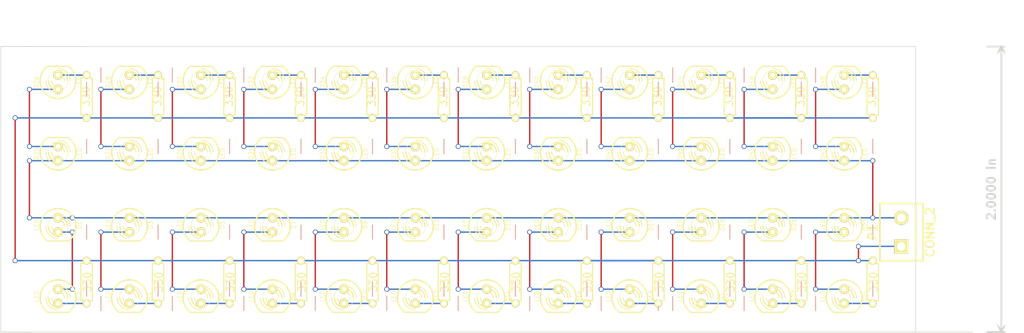
<source format=kicad_pcb>
(kicad_pcb (version 3) (host pcbnew "(2013-07-07 BZR 4022)-stable")

  (general
    (links 94)
    (no_connects 0)
    (area 96.469999 15.090003 283.51 71.170001)
    (thickness 1.6)
    (drawings 80)
    (tracks 217)
    (zones 0)
    (modules 73)
    (nets 53)
  )

  (page A3)
  (layers
    (15 F.Cu signal)
    (0 B.Cu signal)
    (16 B.Adhes user)
    (17 F.Adhes user)
    (18 B.Paste user)
    (19 F.Paste user)
    (20 B.SilkS user)
    (21 F.SilkS user)
    (22 B.Mask user)
    (23 F.Mask user)
    (24 Dwgs.User user)
    (25 Cmts.User user)
    (26 Eco1.User user)
    (27 Eco2.User user)
    (28 Edge.Cuts user)
  )

  (setup
    (last_trace_width 0.254)
    (trace_clearance 0.254)
    (zone_clearance 0.508)
    (zone_45_only no)
    (trace_min 0.254)
    (segment_width 0.2)
    (edge_width 0.1)
    (via_size 0.889)
    (via_drill 0.635)
    (via_min_size 0.889)
    (via_min_drill 0.508)
    (uvia_size 0.508)
    (uvia_drill 0.127)
    (uvias_allowed no)
    (uvia_min_size 0.508)
    (uvia_min_drill 0.127)
    (pcb_text_width 0.3)
    (pcb_text_size 1.5 1.5)
    (mod_edge_width 0.15)
    (mod_text_size 1 1)
    (mod_text_width 0.15)
    (pad_size 0.5 0.5)
    (pad_drill 0.2)
    (pad_to_mask_clearance 0)
    (aux_axis_origin 0 0)
    (visible_elements 7FFE7FFF)
    (pcbplotparams
      (layerselection 3178497)
      (usegerberextensions true)
      (excludeedgelayer true)
      (linewidth 0.150000)
      (plotframeref false)
      (viasonmask false)
      (mode 1)
      (useauxorigin false)
      (hpglpennumber 1)
      (hpglpenspeed 20)
      (hpglpendiameter 15)
      (hpglpenoverlay 2)
      (psnegative false)
      (psa4output false)
      (plotreference true)
      (plotvalue true)
      (plotothertext true)
      (plotinvisibletext false)
      (padsonsilk false)
      (subtractmaskfromsilk false)
      (outputformat 1)
      (mirror false)
      (drillshape 0)
      (scaleselection 1)
      (outputdirectory ""))
  )

  (net 0 "")
  (net 1 +12V)
  (net 2 GND)
  (net 3 N-000001)
  (net 4 N-0000010)
  (net 5 N-0000011)
  (net 6 N-0000012)
  (net 7 N-0000014)
  (net 8 N-0000015)
  (net 9 N-0000016)
  (net 10 N-0000017)
  (net 11 N-0000018)
  (net 12 N-0000019)
  (net 13 N-000002)
  (net 14 N-0000020)
  (net 15 N-0000021)
  (net 16 N-0000022)
  (net 17 N-0000023)
  (net 18 N-0000025)
  (net 19 N-0000026)
  (net 20 N-0000027)
  (net 21 N-0000028)
  (net 22 N-0000029)
  (net 23 N-000003)
  (net 24 N-0000030)
  (net 25 N-0000031)
  (net 26 N-0000032)
  (net 27 N-0000033)
  (net 28 N-0000034)
  (net 29 N-0000035)
  (net 30 N-0000036)
  (net 31 N-0000037)
  (net 32 N-0000038)
  (net 33 N-0000039)
  (net 34 N-000004)
  (net 35 N-0000040)
  (net 36 N-0000041)
  (net 37 N-0000042)
  (net 38 N-0000043)
  (net 39 N-0000044)
  (net 40 N-0000045)
  (net 41 N-0000046)
  (net 42 N-0000047)
  (net 43 N-0000048)
  (net 44 N-0000049)
  (net 45 N-000005)
  (net 46 N-0000050)
  (net 47 N-0000051)
  (net 48 N-0000052)
  (net 49 N-000006)
  (net 50 N-000007)
  (net 51 N-000008)
  (net 52 N-000009)

  (net_class Default "This is the default net class."
    (clearance 0.254)
    (trace_width 0.254)
    (via_dia 0.889)
    (via_drill 0.635)
    (uvia_dia 0.508)
    (uvia_drill 0.127)
    (add_net "")
    (add_net +12V)
    (add_net GND)
    (add_net N-000001)
    (add_net N-0000010)
    (add_net N-0000011)
    (add_net N-0000012)
    (add_net N-0000014)
    (add_net N-0000015)
    (add_net N-0000016)
    (add_net N-0000017)
    (add_net N-0000018)
    (add_net N-0000019)
    (add_net N-000002)
    (add_net N-0000020)
    (add_net N-0000021)
    (add_net N-0000022)
    (add_net N-0000023)
    (add_net N-0000025)
    (add_net N-0000026)
    (add_net N-0000027)
    (add_net N-0000028)
    (add_net N-0000029)
    (add_net N-000003)
    (add_net N-0000030)
    (add_net N-0000031)
    (add_net N-0000032)
    (add_net N-0000033)
    (add_net N-0000034)
    (add_net N-0000035)
    (add_net N-0000036)
    (add_net N-0000037)
    (add_net N-0000038)
    (add_net N-0000039)
    (add_net N-000004)
    (add_net N-0000040)
    (add_net N-0000041)
    (add_net N-0000042)
    (add_net N-0000043)
    (add_net N-0000044)
    (add_net N-0000045)
    (add_net N-0000046)
    (add_net N-0000047)
    (add_net N-0000048)
    (add_net N-0000049)
    (add_net N-000005)
    (add_net N-0000050)
    (add_net N-0000051)
    (add_net N-0000052)
    (add_net N-000006)
    (add_net N-000007)
    (add_net N-000008)
    (add_net N-000009)
  )

  (module LED-5MM (layer F.Cu) (tedit 50ADE86B) (tstamp 5479FCA3)
    (at 106.68 64.77 270)
    (descr "LED 5mm - Lead pitch 100mil (2,54mm)")
    (tags "LED led 5mm 5MM 100mil 2,54mm")
    (path /5479FB65)
    (fp_text reference D2 (at 0 -3.81 270) (layer F.SilkS)
      (effects (font (size 0.762 0.762) (thickness 0.0889)))
    )
    (fp_text value LED (at 0 3.81 270) (layer F.SilkS)
      (effects (font (size 0.762 0.762) (thickness 0.0889)))
    )
    (fp_line (start 2.8448 1.905) (end 2.8448 -1.905) (layer F.SilkS) (width 0.2032))
    (fp_circle (center 0.254 0) (end -1.016 1.27) (layer F.SilkS) (width 0.0762))
    (fp_arc (start 0.254 0) (end 2.794 1.905) (angle 286.2) (layer F.SilkS) (width 0.254))
    (fp_arc (start 0.254 0) (end -0.889 0) (angle 90) (layer F.SilkS) (width 0.1524))
    (fp_arc (start 0.254 0) (end 1.397 0) (angle 90) (layer F.SilkS) (width 0.1524))
    (fp_arc (start 0.254 0) (end -1.397 0) (angle 90) (layer F.SilkS) (width 0.1524))
    (fp_arc (start 0.254 0) (end 1.905 0) (angle 90) (layer F.SilkS) (width 0.1524))
    (fp_arc (start 0.254 0) (end -1.905 0) (angle 90) (layer F.SilkS) (width 0.1524))
    (fp_arc (start 0.254 0) (end 2.413 0) (angle 90) (layer F.SilkS) (width 0.1524))
    (pad 1 thru_hole circle (at -1.27 0 270) (size 1.6764 1.6764) (drill 0.8128)
      (layers *.Cu *.Mask F.SilkS)
      (net 19 N-0000026)
    )
    (pad 2 thru_hole circle (at 1.27 0 270) (size 1.6764 1.6764) (drill 0.8128)
      (layers *.Cu *.Mask F.SilkS)
      (net 6 N-0000012)
    )
    (model discret/leds/led5_vertical_verde.wrl
      (at (xyz 0 0 0))
      (scale (xyz 1 1 1))
      (rotate (xyz 0 0 0))
    )
  )

  (module LED-5MM (layer F.Cu) (tedit 50ADE86B) (tstamp 5479FCB2)
    (at 246.38 64.77 270)
    (descr "LED 5mm - Lead pitch 100mil (2,54mm)")
    (tags "LED led 5mm 5MM 100mil 2,54mm")
    (path /5479FBA7)
    (fp_text reference D24 (at 0 -3.81 270) (layer F.SilkS)
      (effects (font (size 0.762 0.762) (thickness 0.0889)))
    )
    (fp_text value LED (at 0 3.81 270) (layer F.SilkS)
      (effects (font (size 0.762 0.762) (thickness 0.0889)))
    )
    (fp_line (start 2.8448 1.905) (end 2.8448 -1.905) (layer F.SilkS) (width 0.2032))
    (fp_circle (center 0.254 0) (end -1.016 1.27) (layer F.SilkS) (width 0.0762))
    (fp_arc (start 0.254 0) (end 2.794 1.905) (angle 286.2) (layer F.SilkS) (width 0.254))
    (fp_arc (start 0.254 0) (end -0.889 0) (angle 90) (layer F.SilkS) (width 0.1524))
    (fp_arc (start 0.254 0) (end 1.397 0) (angle 90) (layer F.SilkS) (width 0.1524))
    (fp_arc (start 0.254 0) (end -1.397 0) (angle 90) (layer F.SilkS) (width 0.1524))
    (fp_arc (start 0.254 0) (end 1.905 0) (angle 90) (layer F.SilkS) (width 0.1524))
    (fp_arc (start 0.254 0) (end -1.905 0) (angle 90) (layer F.SilkS) (width 0.1524))
    (fp_arc (start 0.254 0) (end 2.413 0) (angle 90) (layer F.SilkS) (width 0.1524))
    (pad 1 thru_hole circle (at -1.27 0 270) (size 1.6764 1.6764) (drill 0.8128)
      (layers *.Cu *.Mask F.SilkS)
      (net 8 N-0000015)
    )
    (pad 2 thru_hole circle (at 1.27 0 270) (size 1.6764 1.6764) (drill 0.8128)
      (layers *.Cu *.Mask F.SilkS)
      (net 13 N-000002)
    )
    (model discret/leds/led5_vertical_verde.wrl
      (at (xyz 0 0 0))
      (scale (xyz 1 1 1))
      (rotate (xyz 0 0 0))
    )
  )

  (module LED-5MM (layer F.Cu) (tedit 50ADE86B) (tstamp 5479FCC1)
    (at 233.68 64.77 270)
    (descr "LED 5mm - Lead pitch 100mil (2,54mm)")
    (tags "LED led 5mm 5MM 100mil 2,54mm")
    (path /5479FBA1)
    (fp_text reference D22 (at 0 -3.81 270) (layer F.SilkS)
      (effects (font (size 0.762 0.762) (thickness 0.0889)))
    )
    (fp_text value LED (at 0 3.81 270) (layer F.SilkS)
      (effects (font (size 0.762 0.762) (thickness 0.0889)))
    )
    (fp_line (start 2.8448 1.905) (end 2.8448 -1.905) (layer F.SilkS) (width 0.2032))
    (fp_circle (center 0.254 0) (end -1.016 1.27) (layer F.SilkS) (width 0.0762))
    (fp_arc (start 0.254 0) (end 2.794 1.905) (angle 286.2) (layer F.SilkS) (width 0.254))
    (fp_arc (start 0.254 0) (end -0.889 0) (angle 90) (layer F.SilkS) (width 0.1524))
    (fp_arc (start 0.254 0) (end 1.397 0) (angle 90) (layer F.SilkS) (width 0.1524))
    (fp_arc (start 0.254 0) (end -1.397 0) (angle 90) (layer F.SilkS) (width 0.1524))
    (fp_arc (start 0.254 0) (end 1.905 0) (angle 90) (layer F.SilkS) (width 0.1524))
    (fp_arc (start 0.254 0) (end -1.905 0) (angle 90) (layer F.SilkS) (width 0.1524))
    (fp_arc (start 0.254 0) (end 2.413 0) (angle 90) (layer F.SilkS) (width 0.1524))
    (pad 1 thru_hole circle (at -1.27 0 270) (size 1.6764 1.6764) (drill 0.8128)
      (layers *.Cu *.Mask F.SilkS)
      (net 9 N-0000016)
    )
    (pad 2 thru_hole circle (at 1.27 0 270) (size 1.6764 1.6764) (drill 0.8128)
      (layers *.Cu *.Mask F.SilkS)
      (net 23 N-000003)
    )
    (model discret/leds/led5_vertical_verde.wrl
      (at (xyz 0 0 0))
      (scale (xyz 1 1 1))
      (rotate (xyz 0 0 0))
    )
  )

  (module LED-5MM (layer F.Cu) (tedit 5479FFF0) (tstamp 5479FCD0)
    (at 220.98 64.77 270)
    (descr "LED 5mm - Lead pitch 100mil (2,54mm)")
    (tags "LED led 5mm 5MM 100mil 2,54mm")
    (path /5479FB9B)
    (fp_text reference D20 (at 0 -3.81 360) (layer F.SilkS)
      (effects (font (size 0.762 0.762) (thickness 0.0889)))
    )
    (fp_text value LED (at 0 3.81 270) (layer F.SilkS)
      (effects (font (size 0.762 0.762) (thickness 0.0889)))
    )
    (fp_line (start 2.8448 1.905) (end 2.8448 -1.905) (layer F.SilkS) (width 0.2032))
    (fp_circle (center 0.254 0) (end -1.016 1.27) (layer F.SilkS) (width 0.0762))
    (fp_arc (start 0.254 0) (end 2.794 1.905) (angle 286.2) (layer F.SilkS) (width 0.254))
    (fp_arc (start 0.254 0) (end -0.889 0) (angle 90) (layer F.SilkS) (width 0.1524))
    (fp_arc (start 0.254 0) (end 1.397 0) (angle 90) (layer F.SilkS) (width 0.1524))
    (fp_arc (start 0.254 0) (end -1.397 0) (angle 90) (layer F.SilkS) (width 0.1524))
    (fp_arc (start 0.254 0) (end 1.905 0) (angle 90) (layer F.SilkS) (width 0.1524))
    (fp_arc (start 0.254 0) (end -1.905 0) (angle 90) (layer F.SilkS) (width 0.1524))
    (fp_arc (start 0.254 0) (end 2.413 0) (angle 90) (layer F.SilkS) (width 0.1524))
    (pad 1 thru_hole circle (at -1.27 0 270) (size 1.6764 1.6764) (drill 0.8128)
      (layers *.Cu *.Mask F.SilkS)
      (net 10 N-0000017)
    )
    (pad 2 thru_hole circle (at 1.27 0 270) (size 1.6764 1.6764) (drill 0.8128)
      (layers *.Cu *.Mask F.SilkS)
      (net 34 N-000004)
    )
    (model discret/leds/led5_vertical_verde.wrl
      (at (xyz 0 0 0))
      (scale (xyz 1 1 1))
      (rotate (xyz 0 0 0))
    )
  )

  (module LED-5MM (layer F.Cu) (tedit 50ADE86B) (tstamp 5479FCDF)
    (at 208.28 64.77 270)
    (descr "LED 5mm - Lead pitch 100mil (2,54mm)")
    (tags "LED led 5mm 5MM 100mil 2,54mm")
    (path /5479FB95)
    (fp_text reference D18 (at 0 -3.81 270) (layer F.SilkS)
      (effects (font (size 0.762 0.762) (thickness 0.0889)))
    )
    (fp_text value LED (at 0 3.81 270) (layer F.SilkS)
      (effects (font (size 0.762 0.762) (thickness 0.0889)))
    )
    (fp_line (start 2.8448 1.905) (end 2.8448 -1.905) (layer F.SilkS) (width 0.2032))
    (fp_circle (center 0.254 0) (end -1.016 1.27) (layer F.SilkS) (width 0.0762))
    (fp_arc (start 0.254 0) (end 2.794 1.905) (angle 286.2) (layer F.SilkS) (width 0.254))
    (fp_arc (start 0.254 0) (end -0.889 0) (angle 90) (layer F.SilkS) (width 0.1524))
    (fp_arc (start 0.254 0) (end 1.397 0) (angle 90) (layer F.SilkS) (width 0.1524))
    (fp_arc (start 0.254 0) (end -1.397 0) (angle 90) (layer F.SilkS) (width 0.1524))
    (fp_arc (start 0.254 0) (end 1.905 0) (angle 90) (layer F.SilkS) (width 0.1524))
    (fp_arc (start 0.254 0) (end -1.905 0) (angle 90) (layer F.SilkS) (width 0.1524))
    (fp_arc (start 0.254 0) (end 2.413 0) (angle 90) (layer F.SilkS) (width 0.1524))
    (pad 1 thru_hole circle (at -1.27 0 270) (size 1.6764 1.6764) (drill 0.8128)
      (layers *.Cu *.Mask F.SilkS)
      (net 11 N-0000018)
    )
    (pad 2 thru_hole circle (at 1.27 0 270) (size 1.6764 1.6764) (drill 0.8128)
      (layers *.Cu *.Mask F.SilkS)
      (net 45 N-000005)
    )
    (model discret/leds/led5_vertical_verde.wrl
      (at (xyz 0 0 0))
      (scale (xyz 1 1 1))
      (rotate (xyz 0 0 0))
    )
  )

  (module LED-5MM (layer F.Cu) (tedit 50ADE86B) (tstamp 5479FCEE)
    (at 195.58 64.77 270)
    (descr "LED 5mm - Lead pitch 100mil (2,54mm)")
    (tags "LED led 5mm 5MM 100mil 2,54mm")
    (path /5479FB8F)
    (fp_text reference D16 (at 0 -3.81 270) (layer F.SilkS)
      (effects (font (size 0.762 0.762) (thickness 0.0889)))
    )
    (fp_text value LED (at 0 3.81 270) (layer F.SilkS)
      (effects (font (size 0.762 0.762) (thickness 0.0889)))
    )
    (fp_line (start 2.8448 1.905) (end 2.8448 -1.905) (layer F.SilkS) (width 0.2032))
    (fp_circle (center 0.254 0) (end -1.016 1.27) (layer F.SilkS) (width 0.0762))
    (fp_arc (start 0.254 0) (end 2.794 1.905) (angle 286.2) (layer F.SilkS) (width 0.254))
    (fp_arc (start 0.254 0) (end -0.889 0) (angle 90) (layer F.SilkS) (width 0.1524))
    (fp_arc (start 0.254 0) (end 1.397 0) (angle 90) (layer F.SilkS) (width 0.1524))
    (fp_arc (start 0.254 0) (end -1.397 0) (angle 90) (layer F.SilkS) (width 0.1524))
    (fp_arc (start 0.254 0) (end 1.905 0) (angle 90) (layer F.SilkS) (width 0.1524))
    (fp_arc (start 0.254 0) (end -1.905 0) (angle 90) (layer F.SilkS) (width 0.1524))
    (fp_arc (start 0.254 0) (end 2.413 0) (angle 90) (layer F.SilkS) (width 0.1524))
    (pad 1 thru_hole circle (at -1.27 0 270) (size 1.6764 1.6764) (drill 0.8128)
      (layers *.Cu *.Mask F.SilkS)
      (net 12 N-0000019)
    )
    (pad 2 thru_hole circle (at 1.27 0 270) (size 1.6764 1.6764) (drill 0.8128)
      (layers *.Cu *.Mask F.SilkS)
      (net 49 N-000006)
    )
    (model discret/leds/led5_vertical_verde.wrl
      (at (xyz 0 0 0))
      (scale (xyz 1 1 1))
      (rotate (xyz 0 0 0))
    )
  )

  (module LED-5MM (layer F.Cu) (tedit 50ADE86B) (tstamp 5479FCFD)
    (at 182.88 64.77 270)
    (descr "LED 5mm - Lead pitch 100mil (2,54mm)")
    (tags "LED led 5mm 5MM 100mil 2,54mm")
    (path /5479FB89)
    (fp_text reference D14 (at 0 -3.81 270) (layer F.SilkS)
      (effects (font (size 0.762 0.762) (thickness 0.0889)))
    )
    (fp_text value LED (at 0 3.81 270) (layer F.SilkS)
      (effects (font (size 0.762 0.762) (thickness 0.0889)))
    )
    (fp_line (start 2.8448 1.905) (end 2.8448 -1.905) (layer F.SilkS) (width 0.2032))
    (fp_circle (center 0.254 0) (end -1.016 1.27) (layer F.SilkS) (width 0.0762))
    (fp_arc (start 0.254 0) (end 2.794 1.905) (angle 286.2) (layer F.SilkS) (width 0.254))
    (fp_arc (start 0.254 0) (end -0.889 0) (angle 90) (layer F.SilkS) (width 0.1524))
    (fp_arc (start 0.254 0) (end 1.397 0) (angle 90) (layer F.SilkS) (width 0.1524))
    (fp_arc (start 0.254 0) (end -1.397 0) (angle 90) (layer F.SilkS) (width 0.1524))
    (fp_arc (start 0.254 0) (end 1.905 0) (angle 90) (layer F.SilkS) (width 0.1524))
    (fp_arc (start 0.254 0) (end -1.905 0) (angle 90) (layer F.SilkS) (width 0.1524))
    (fp_arc (start 0.254 0) (end 2.413 0) (angle 90) (layer F.SilkS) (width 0.1524))
    (pad 1 thru_hole circle (at -1.27 0 270) (size 1.6764 1.6764) (drill 0.8128)
      (layers *.Cu *.Mask F.SilkS)
      (net 14 N-0000020)
    )
    (pad 2 thru_hole circle (at 1.27 0 270) (size 1.6764 1.6764) (drill 0.8128)
      (layers *.Cu *.Mask F.SilkS)
      (net 50 N-000007)
    )
    (model discret/leds/led5_vertical_verde.wrl
      (at (xyz 0 0 0))
      (scale (xyz 1 1 1))
      (rotate (xyz 0 0 0))
    )
  )

  (module LED-5MM (layer F.Cu) (tedit 50ADE86B) (tstamp 5479FD0C)
    (at 170.18 64.77 270)
    (descr "LED 5mm - Lead pitch 100mil (2,54mm)")
    (tags "LED led 5mm 5MM 100mil 2,54mm")
    (path /5479FB83)
    (fp_text reference D12 (at 0 -3.81 270) (layer F.SilkS)
      (effects (font (size 0.762 0.762) (thickness 0.0889)))
    )
    (fp_text value LED (at 0 3.81 270) (layer F.SilkS)
      (effects (font (size 0.762 0.762) (thickness 0.0889)))
    )
    (fp_line (start 2.8448 1.905) (end 2.8448 -1.905) (layer F.SilkS) (width 0.2032))
    (fp_circle (center 0.254 0) (end -1.016 1.27) (layer F.SilkS) (width 0.0762))
    (fp_arc (start 0.254 0) (end 2.794 1.905) (angle 286.2) (layer F.SilkS) (width 0.254))
    (fp_arc (start 0.254 0) (end -0.889 0) (angle 90) (layer F.SilkS) (width 0.1524))
    (fp_arc (start 0.254 0) (end 1.397 0) (angle 90) (layer F.SilkS) (width 0.1524))
    (fp_arc (start 0.254 0) (end -1.397 0) (angle 90) (layer F.SilkS) (width 0.1524))
    (fp_arc (start 0.254 0) (end 1.905 0) (angle 90) (layer F.SilkS) (width 0.1524))
    (fp_arc (start 0.254 0) (end -1.905 0) (angle 90) (layer F.SilkS) (width 0.1524))
    (fp_arc (start 0.254 0) (end 2.413 0) (angle 90) (layer F.SilkS) (width 0.1524))
    (pad 1 thru_hole circle (at -1.27 0 270) (size 1.6764 1.6764) (drill 0.8128)
      (layers *.Cu *.Mask F.SilkS)
      (net 15 N-0000021)
    )
    (pad 2 thru_hole circle (at 1.27 0 270) (size 1.6764 1.6764) (drill 0.8128)
      (layers *.Cu *.Mask F.SilkS)
      (net 51 N-000008)
    )
    (model discret/leds/led5_vertical_verde.wrl
      (at (xyz 0 0 0))
      (scale (xyz 1 1 1))
      (rotate (xyz 0 0 0))
    )
  )

  (module LED-5MM (layer F.Cu) (tedit 50ADE86B) (tstamp 5479FD1B)
    (at 157.48 64.77 270)
    (descr "LED 5mm - Lead pitch 100mil (2,54mm)")
    (tags "LED led 5mm 5MM 100mil 2,54mm")
    (path /5479FB7D)
    (fp_text reference D10 (at 0 -3.81 270) (layer F.SilkS)
      (effects (font (size 0.762 0.762) (thickness 0.0889)))
    )
    (fp_text value LED (at 0 3.81 270) (layer F.SilkS)
      (effects (font (size 0.762 0.762) (thickness 0.0889)))
    )
    (fp_line (start 2.8448 1.905) (end 2.8448 -1.905) (layer F.SilkS) (width 0.2032))
    (fp_circle (center 0.254 0) (end -1.016 1.27) (layer F.SilkS) (width 0.0762))
    (fp_arc (start 0.254 0) (end 2.794 1.905) (angle 286.2) (layer F.SilkS) (width 0.254))
    (fp_arc (start 0.254 0) (end -0.889 0) (angle 90) (layer F.SilkS) (width 0.1524))
    (fp_arc (start 0.254 0) (end 1.397 0) (angle 90) (layer F.SilkS) (width 0.1524))
    (fp_arc (start 0.254 0) (end -1.397 0) (angle 90) (layer F.SilkS) (width 0.1524))
    (fp_arc (start 0.254 0) (end 1.905 0) (angle 90) (layer F.SilkS) (width 0.1524))
    (fp_arc (start 0.254 0) (end -1.905 0) (angle 90) (layer F.SilkS) (width 0.1524))
    (fp_arc (start 0.254 0) (end 2.413 0) (angle 90) (layer F.SilkS) (width 0.1524))
    (pad 1 thru_hole circle (at -1.27 0 270) (size 1.6764 1.6764) (drill 0.8128)
      (layers *.Cu *.Mask F.SilkS)
      (net 16 N-0000022)
    )
    (pad 2 thru_hole circle (at 1.27 0 270) (size 1.6764 1.6764) (drill 0.8128)
      (layers *.Cu *.Mask F.SilkS)
      (net 52 N-000009)
    )
    (model discret/leds/led5_vertical_verde.wrl
      (at (xyz 0 0 0))
      (scale (xyz 1 1 1))
      (rotate (xyz 0 0 0))
    )
  )

  (module LED-5MM (layer F.Cu) (tedit 50ADE86B) (tstamp 5479FD2A)
    (at 144.78 64.77 270)
    (descr "LED 5mm - Lead pitch 100mil (2,54mm)")
    (tags "LED led 5mm 5MM 100mil 2,54mm")
    (path /5479FB77)
    (fp_text reference D8 (at 0 -3.81 270) (layer F.SilkS)
      (effects (font (size 0.762 0.762) (thickness 0.0889)))
    )
    (fp_text value LED (at 0 3.81 270) (layer F.SilkS)
      (effects (font (size 0.762 0.762) (thickness 0.0889)))
    )
    (fp_line (start 2.8448 1.905) (end 2.8448 -1.905) (layer F.SilkS) (width 0.2032))
    (fp_circle (center 0.254 0) (end -1.016 1.27) (layer F.SilkS) (width 0.0762))
    (fp_arc (start 0.254 0) (end 2.794 1.905) (angle 286.2) (layer F.SilkS) (width 0.254))
    (fp_arc (start 0.254 0) (end -0.889 0) (angle 90) (layer F.SilkS) (width 0.1524))
    (fp_arc (start 0.254 0) (end 1.397 0) (angle 90) (layer F.SilkS) (width 0.1524))
    (fp_arc (start 0.254 0) (end -1.397 0) (angle 90) (layer F.SilkS) (width 0.1524))
    (fp_arc (start 0.254 0) (end 1.905 0) (angle 90) (layer F.SilkS) (width 0.1524))
    (fp_arc (start 0.254 0) (end -1.905 0) (angle 90) (layer F.SilkS) (width 0.1524))
    (fp_arc (start 0.254 0) (end 2.413 0) (angle 90) (layer F.SilkS) (width 0.1524))
    (pad 1 thru_hole circle (at -1.27 0 270) (size 1.6764 1.6764) (drill 0.8128)
      (layers *.Cu *.Mask F.SilkS)
      (net 17 N-0000023)
    )
    (pad 2 thru_hole circle (at 1.27 0 270) (size 1.6764 1.6764) (drill 0.8128)
      (layers *.Cu *.Mask F.SilkS)
      (net 4 N-0000010)
    )
    (model discret/leds/led5_vertical_verde.wrl
      (at (xyz 0 0 0))
      (scale (xyz 1 1 1))
      (rotate (xyz 0 0 0))
    )
  )

  (module LED-5MM (layer F.Cu) (tedit 50ADE86B) (tstamp 5479FD39)
    (at 132.08 64.77 270)
    (descr "LED 5mm - Lead pitch 100mil (2,54mm)")
    (tags "LED led 5mm 5MM 100mil 2,54mm")
    (path /5479FB71)
    (fp_text reference D6 (at 0 -3.81 270) (layer F.SilkS)
      (effects (font (size 0.762 0.762) (thickness 0.0889)))
    )
    (fp_text value LED (at 0 3.81 270) (layer F.SilkS)
      (effects (font (size 0.762 0.762) (thickness 0.0889)))
    )
    (fp_line (start 2.8448 1.905) (end 2.8448 -1.905) (layer F.SilkS) (width 0.2032))
    (fp_circle (center 0.254 0) (end -1.016 1.27) (layer F.SilkS) (width 0.0762))
    (fp_arc (start 0.254 0) (end 2.794 1.905) (angle 286.2) (layer F.SilkS) (width 0.254))
    (fp_arc (start 0.254 0) (end -0.889 0) (angle 90) (layer F.SilkS) (width 0.1524))
    (fp_arc (start 0.254 0) (end 1.397 0) (angle 90) (layer F.SilkS) (width 0.1524))
    (fp_arc (start 0.254 0) (end -1.397 0) (angle 90) (layer F.SilkS) (width 0.1524))
    (fp_arc (start 0.254 0) (end 1.905 0) (angle 90) (layer F.SilkS) (width 0.1524))
    (fp_arc (start 0.254 0) (end -1.905 0) (angle 90) (layer F.SilkS) (width 0.1524))
    (fp_arc (start 0.254 0) (end 2.413 0) (angle 90) (layer F.SilkS) (width 0.1524))
    (pad 1 thru_hole circle (at -1.27 0 270) (size 1.6764 1.6764) (drill 0.8128)
      (layers *.Cu *.Mask F.SilkS)
      (net 7 N-0000014)
    )
    (pad 2 thru_hole circle (at 1.27 0 270) (size 1.6764 1.6764) (drill 0.8128)
      (layers *.Cu *.Mask F.SilkS)
      (net 3 N-000001)
    )
    (model discret/leds/led5_vertical_verde.wrl
      (at (xyz 0 0 0))
      (scale (xyz 1 1 1))
      (rotate (xyz 0 0 0))
    )
  )

  (module LED-5MM (layer F.Cu) (tedit 50ADE86B) (tstamp 5479FD48)
    (at 119.38 64.77 270)
    (descr "LED 5mm - Lead pitch 100mil (2,54mm)")
    (tags "LED led 5mm 5MM 100mil 2,54mm")
    (path /5479FB6B)
    (fp_text reference D4 (at 0 -3.81 270) (layer F.SilkS)
      (effects (font (size 0.762 0.762) (thickness 0.0889)))
    )
    (fp_text value LED (at 0 3.81 270) (layer F.SilkS)
      (effects (font (size 0.762 0.762) (thickness 0.0889)))
    )
    (fp_line (start 2.8448 1.905) (end 2.8448 -1.905) (layer F.SilkS) (width 0.2032))
    (fp_circle (center 0.254 0) (end -1.016 1.27) (layer F.SilkS) (width 0.0762))
    (fp_arc (start 0.254 0) (end 2.794 1.905) (angle 286.2) (layer F.SilkS) (width 0.254))
    (fp_arc (start 0.254 0) (end -0.889 0) (angle 90) (layer F.SilkS) (width 0.1524))
    (fp_arc (start 0.254 0) (end 1.397 0) (angle 90) (layer F.SilkS) (width 0.1524))
    (fp_arc (start 0.254 0) (end -1.397 0) (angle 90) (layer F.SilkS) (width 0.1524))
    (fp_arc (start 0.254 0) (end 1.905 0) (angle 90) (layer F.SilkS) (width 0.1524))
    (fp_arc (start 0.254 0) (end -1.905 0) (angle 90) (layer F.SilkS) (width 0.1524))
    (fp_arc (start 0.254 0) (end 2.413 0) (angle 90) (layer F.SilkS) (width 0.1524))
    (pad 1 thru_hole circle (at -1.27 0 270) (size 1.6764 1.6764) (drill 0.8128)
      (layers *.Cu *.Mask F.SilkS)
      (net 18 N-0000025)
    )
    (pad 2 thru_hole circle (at 1.27 0 270) (size 1.6764 1.6764) (drill 0.8128)
      (layers *.Cu *.Mask F.SilkS)
      (net 5 N-0000011)
    )
    (model discret/leds/led5_vertical_verde.wrl
      (at (xyz 0 0 0))
      (scale (xyz 1 1 1))
      (rotate (xyz 0 0 0))
    )
  )

  (module LED-5MM (layer F.Cu) (tedit 50ADE86B) (tstamp 5479FD57)
    (at 106.68 52.07 270)
    (descr "LED 5mm - Lead pitch 100mil (2,54mm)")
    (tags "LED led 5mm 5MM 100mil 2,54mm")
    (path /5479FAFD)
    (fp_text reference D1 (at 0 -3.81 270) (layer F.SilkS)
      (effects (font (size 0.762 0.762) (thickness 0.0889)))
    )
    (fp_text value LED (at 0 3.81 270) (layer F.SilkS)
      (effects (font (size 0.762 0.762) (thickness 0.0889)))
    )
    (fp_line (start 2.8448 1.905) (end 2.8448 -1.905) (layer F.SilkS) (width 0.2032))
    (fp_circle (center 0.254 0) (end -1.016 1.27) (layer F.SilkS) (width 0.0762))
    (fp_arc (start 0.254 0) (end 2.794 1.905) (angle 286.2) (layer F.SilkS) (width 0.254))
    (fp_arc (start 0.254 0) (end -0.889 0) (angle 90) (layer F.SilkS) (width 0.1524))
    (fp_arc (start 0.254 0) (end 1.397 0) (angle 90) (layer F.SilkS) (width 0.1524))
    (fp_arc (start 0.254 0) (end -1.397 0) (angle 90) (layer F.SilkS) (width 0.1524))
    (fp_arc (start 0.254 0) (end 1.905 0) (angle 90) (layer F.SilkS) (width 0.1524))
    (fp_arc (start 0.254 0) (end -1.905 0) (angle 90) (layer F.SilkS) (width 0.1524))
    (fp_arc (start 0.254 0) (end 2.413 0) (angle 90) (layer F.SilkS) (width 0.1524))
    (pad 1 thru_hole circle (at -1.27 0 270) (size 1.6764 1.6764) (drill 0.8128)
      (layers *.Cu *.Mask F.SilkS)
      (net 1 +12V)
    )
    (pad 2 thru_hole circle (at 1.27 0 270) (size 1.6764 1.6764) (drill 0.8128)
      (layers *.Cu *.Mask F.SilkS)
      (net 19 N-0000026)
    )
    (model discret/leds/led5_vertical_verde.wrl
      (at (xyz 0 0 0))
      (scale (xyz 1 1 1))
      (rotate (xyz 0 0 0))
    )
  )

  (module LED-5MM (layer F.Cu) (tedit 50ADE86B) (tstamp 5479FD66)
    (at 246.38 52.07 270)
    (descr "LED 5mm - Lead pitch 100mil (2,54mm)")
    (tags "LED led 5mm 5MM 100mil 2,54mm")
    (path /5479FB5F)
    (fp_text reference D23 (at 0 -3.81 270) (layer F.SilkS)
      (effects (font (size 0.762 0.762) (thickness 0.0889)))
    )
    (fp_text value LED (at 0 3.81 270) (layer F.SilkS)
      (effects (font (size 0.762 0.762) (thickness 0.0889)))
    )
    (fp_line (start 2.8448 1.905) (end 2.8448 -1.905) (layer F.SilkS) (width 0.2032))
    (fp_circle (center 0.254 0) (end -1.016 1.27) (layer F.SilkS) (width 0.0762))
    (fp_arc (start 0.254 0) (end 2.794 1.905) (angle 286.2) (layer F.SilkS) (width 0.254))
    (fp_arc (start 0.254 0) (end -0.889 0) (angle 90) (layer F.SilkS) (width 0.1524))
    (fp_arc (start 0.254 0) (end 1.397 0) (angle 90) (layer F.SilkS) (width 0.1524))
    (fp_arc (start 0.254 0) (end -1.397 0) (angle 90) (layer F.SilkS) (width 0.1524))
    (fp_arc (start 0.254 0) (end 1.905 0) (angle 90) (layer F.SilkS) (width 0.1524))
    (fp_arc (start 0.254 0) (end -1.905 0) (angle 90) (layer F.SilkS) (width 0.1524))
    (fp_arc (start 0.254 0) (end 2.413 0) (angle 90) (layer F.SilkS) (width 0.1524))
    (pad 1 thru_hole circle (at -1.27 0 270) (size 1.6764 1.6764) (drill 0.8128)
      (layers *.Cu *.Mask F.SilkS)
      (net 1 +12V)
    )
    (pad 2 thru_hole circle (at 1.27 0 270) (size 1.6764 1.6764) (drill 0.8128)
      (layers *.Cu *.Mask F.SilkS)
      (net 8 N-0000015)
    )
    (model discret/leds/led5_vertical_verde.wrl
      (at (xyz 0 0 0))
      (scale (xyz 1 1 1))
      (rotate (xyz 0 0 0))
    )
  )

  (module LED-5MM (layer F.Cu) (tedit 50ADE86B) (tstamp 5479FD75)
    (at 233.68 52.07 270)
    (descr "LED 5mm - Lead pitch 100mil (2,54mm)")
    (tags "LED led 5mm 5MM 100mil 2,54mm")
    (path /5479FB59)
    (fp_text reference D21 (at 0 -3.81 270) (layer F.SilkS)
      (effects (font (size 0.762 0.762) (thickness 0.0889)))
    )
    (fp_text value LED (at 0 3.81 270) (layer F.SilkS)
      (effects (font (size 0.762 0.762) (thickness 0.0889)))
    )
    (fp_line (start 2.8448 1.905) (end 2.8448 -1.905) (layer F.SilkS) (width 0.2032))
    (fp_circle (center 0.254 0) (end -1.016 1.27) (layer F.SilkS) (width 0.0762))
    (fp_arc (start 0.254 0) (end 2.794 1.905) (angle 286.2) (layer F.SilkS) (width 0.254))
    (fp_arc (start 0.254 0) (end -0.889 0) (angle 90) (layer F.SilkS) (width 0.1524))
    (fp_arc (start 0.254 0) (end 1.397 0) (angle 90) (layer F.SilkS) (width 0.1524))
    (fp_arc (start 0.254 0) (end -1.397 0) (angle 90) (layer F.SilkS) (width 0.1524))
    (fp_arc (start 0.254 0) (end 1.905 0) (angle 90) (layer F.SilkS) (width 0.1524))
    (fp_arc (start 0.254 0) (end -1.905 0) (angle 90) (layer F.SilkS) (width 0.1524))
    (fp_arc (start 0.254 0) (end 2.413 0) (angle 90) (layer F.SilkS) (width 0.1524))
    (pad 1 thru_hole circle (at -1.27 0 270) (size 1.6764 1.6764) (drill 0.8128)
      (layers *.Cu *.Mask F.SilkS)
      (net 1 +12V)
    )
    (pad 2 thru_hole circle (at 1.27 0 270) (size 1.6764 1.6764) (drill 0.8128)
      (layers *.Cu *.Mask F.SilkS)
      (net 9 N-0000016)
    )
    (model discret/leds/led5_vertical_verde.wrl
      (at (xyz 0 0 0))
      (scale (xyz 1 1 1))
      (rotate (xyz 0 0 0))
    )
  )

  (module LED-5MM (layer F.Cu) (tedit 50ADE86B) (tstamp 5479FD84)
    (at 220.98 52.07 270)
    (descr "LED 5mm - Lead pitch 100mil (2,54mm)")
    (tags "LED led 5mm 5MM 100mil 2,54mm")
    (path /5479FB53)
    (fp_text reference D19 (at 0 -3.81 270) (layer F.SilkS)
      (effects (font (size 0.762 0.762) (thickness 0.0889)))
    )
    (fp_text value LED (at 0 3.81 270) (layer F.SilkS)
      (effects (font (size 0.762 0.762) (thickness 0.0889)))
    )
    (fp_line (start 2.8448 1.905) (end 2.8448 -1.905) (layer F.SilkS) (width 0.2032))
    (fp_circle (center 0.254 0) (end -1.016 1.27) (layer F.SilkS) (width 0.0762))
    (fp_arc (start 0.254 0) (end 2.794 1.905) (angle 286.2) (layer F.SilkS) (width 0.254))
    (fp_arc (start 0.254 0) (end -0.889 0) (angle 90) (layer F.SilkS) (width 0.1524))
    (fp_arc (start 0.254 0) (end 1.397 0) (angle 90) (layer F.SilkS) (width 0.1524))
    (fp_arc (start 0.254 0) (end -1.397 0) (angle 90) (layer F.SilkS) (width 0.1524))
    (fp_arc (start 0.254 0) (end 1.905 0) (angle 90) (layer F.SilkS) (width 0.1524))
    (fp_arc (start 0.254 0) (end -1.905 0) (angle 90) (layer F.SilkS) (width 0.1524))
    (fp_arc (start 0.254 0) (end 2.413 0) (angle 90) (layer F.SilkS) (width 0.1524))
    (pad 1 thru_hole circle (at -1.27 0 270) (size 1.6764 1.6764) (drill 0.8128)
      (layers *.Cu *.Mask F.SilkS)
      (net 1 +12V)
    )
    (pad 2 thru_hole circle (at 1.27 0 270) (size 1.6764 1.6764) (drill 0.8128)
      (layers *.Cu *.Mask F.SilkS)
      (net 10 N-0000017)
    )
    (model discret/leds/led5_vertical_verde.wrl
      (at (xyz 0 0 0))
      (scale (xyz 1 1 1))
      (rotate (xyz 0 0 0))
    )
  )

  (module LED-5MM (layer F.Cu) (tedit 50ADE86B) (tstamp 5479FD93)
    (at 208.28 52.07 270)
    (descr "LED 5mm - Lead pitch 100mil (2,54mm)")
    (tags "LED led 5mm 5MM 100mil 2,54mm")
    (path /5479FB4D)
    (fp_text reference D17 (at 0 -3.81 270) (layer F.SilkS)
      (effects (font (size 0.762 0.762) (thickness 0.0889)))
    )
    (fp_text value LED (at 0 3.81 270) (layer F.SilkS)
      (effects (font (size 0.762 0.762) (thickness 0.0889)))
    )
    (fp_line (start 2.8448 1.905) (end 2.8448 -1.905) (layer F.SilkS) (width 0.2032))
    (fp_circle (center 0.254 0) (end -1.016 1.27) (layer F.SilkS) (width 0.0762))
    (fp_arc (start 0.254 0) (end 2.794 1.905) (angle 286.2) (layer F.SilkS) (width 0.254))
    (fp_arc (start 0.254 0) (end -0.889 0) (angle 90) (layer F.SilkS) (width 0.1524))
    (fp_arc (start 0.254 0) (end 1.397 0) (angle 90) (layer F.SilkS) (width 0.1524))
    (fp_arc (start 0.254 0) (end -1.397 0) (angle 90) (layer F.SilkS) (width 0.1524))
    (fp_arc (start 0.254 0) (end 1.905 0) (angle 90) (layer F.SilkS) (width 0.1524))
    (fp_arc (start 0.254 0) (end -1.905 0) (angle 90) (layer F.SilkS) (width 0.1524))
    (fp_arc (start 0.254 0) (end 2.413 0) (angle 90) (layer F.SilkS) (width 0.1524))
    (pad 1 thru_hole circle (at -1.27 0 270) (size 1.6764 1.6764) (drill 0.8128)
      (layers *.Cu *.Mask F.SilkS)
      (net 1 +12V)
    )
    (pad 2 thru_hole circle (at 1.27 0 270) (size 1.6764 1.6764) (drill 0.8128)
      (layers *.Cu *.Mask F.SilkS)
      (net 11 N-0000018)
    )
    (model discret/leds/led5_vertical_verde.wrl
      (at (xyz 0 0 0))
      (scale (xyz 1 1 1))
      (rotate (xyz 0 0 0))
    )
  )

  (module LED-5MM (layer F.Cu) (tedit 50ADE86B) (tstamp 5479FDA2)
    (at 195.58 52.07 270)
    (descr "LED 5mm - Lead pitch 100mil (2,54mm)")
    (tags "LED led 5mm 5MM 100mil 2,54mm")
    (path /5479FB47)
    (fp_text reference D15 (at 0 -3.81 270) (layer F.SilkS)
      (effects (font (size 0.762 0.762) (thickness 0.0889)))
    )
    (fp_text value LED (at 0 3.81 270) (layer F.SilkS)
      (effects (font (size 0.762 0.762) (thickness 0.0889)))
    )
    (fp_line (start 2.8448 1.905) (end 2.8448 -1.905) (layer F.SilkS) (width 0.2032))
    (fp_circle (center 0.254 0) (end -1.016 1.27) (layer F.SilkS) (width 0.0762))
    (fp_arc (start 0.254 0) (end 2.794 1.905) (angle 286.2) (layer F.SilkS) (width 0.254))
    (fp_arc (start 0.254 0) (end -0.889 0) (angle 90) (layer F.SilkS) (width 0.1524))
    (fp_arc (start 0.254 0) (end 1.397 0) (angle 90) (layer F.SilkS) (width 0.1524))
    (fp_arc (start 0.254 0) (end -1.397 0) (angle 90) (layer F.SilkS) (width 0.1524))
    (fp_arc (start 0.254 0) (end 1.905 0) (angle 90) (layer F.SilkS) (width 0.1524))
    (fp_arc (start 0.254 0) (end -1.905 0) (angle 90) (layer F.SilkS) (width 0.1524))
    (fp_arc (start 0.254 0) (end 2.413 0) (angle 90) (layer F.SilkS) (width 0.1524))
    (pad 1 thru_hole circle (at -1.27 0 270) (size 1.6764 1.6764) (drill 0.8128)
      (layers *.Cu *.Mask F.SilkS)
      (net 1 +12V)
    )
    (pad 2 thru_hole circle (at 1.27 0 270) (size 1.6764 1.6764) (drill 0.8128)
      (layers *.Cu *.Mask F.SilkS)
      (net 12 N-0000019)
    )
    (model discret/leds/led5_vertical_verde.wrl
      (at (xyz 0 0 0))
      (scale (xyz 1 1 1))
      (rotate (xyz 0 0 0))
    )
  )

  (module LED-5MM (layer F.Cu) (tedit 50ADE86B) (tstamp 5479FDB1)
    (at 182.88 52.07 270)
    (descr "LED 5mm - Lead pitch 100mil (2,54mm)")
    (tags "LED led 5mm 5MM 100mil 2,54mm")
    (path /5479FB37)
    (fp_text reference D13 (at 0 -3.81 270) (layer F.SilkS)
      (effects (font (size 0.762 0.762) (thickness 0.0889)))
    )
    (fp_text value LED (at 0 3.81 270) (layer F.SilkS)
      (effects (font (size 0.762 0.762) (thickness 0.0889)))
    )
    (fp_line (start 2.8448 1.905) (end 2.8448 -1.905) (layer F.SilkS) (width 0.2032))
    (fp_circle (center 0.254 0) (end -1.016 1.27) (layer F.SilkS) (width 0.0762))
    (fp_arc (start 0.254 0) (end 2.794 1.905) (angle 286.2) (layer F.SilkS) (width 0.254))
    (fp_arc (start 0.254 0) (end -0.889 0) (angle 90) (layer F.SilkS) (width 0.1524))
    (fp_arc (start 0.254 0) (end 1.397 0) (angle 90) (layer F.SilkS) (width 0.1524))
    (fp_arc (start 0.254 0) (end -1.397 0) (angle 90) (layer F.SilkS) (width 0.1524))
    (fp_arc (start 0.254 0) (end 1.905 0) (angle 90) (layer F.SilkS) (width 0.1524))
    (fp_arc (start 0.254 0) (end -1.905 0) (angle 90) (layer F.SilkS) (width 0.1524))
    (fp_arc (start 0.254 0) (end 2.413 0) (angle 90) (layer F.SilkS) (width 0.1524))
    (pad 1 thru_hole circle (at -1.27 0 270) (size 1.6764 1.6764) (drill 0.8128)
      (layers *.Cu *.Mask F.SilkS)
      (net 1 +12V)
    )
    (pad 2 thru_hole circle (at 1.27 0 270) (size 1.6764 1.6764) (drill 0.8128)
      (layers *.Cu *.Mask F.SilkS)
      (net 14 N-0000020)
    )
    (model discret/leds/led5_vertical_verde.wrl
      (at (xyz 0 0 0))
      (scale (xyz 1 1 1))
      (rotate (xyz 0 0 0))
    )
  )

  (module LED-5MM (layer F.Cu) (tedit 50ADE86B) (tstamp 5479FDC0)
    (at 170.18 52.07 270)
    (descr "LED 5mm - Lead pitch 100mil (2,54mm)")
    (tags "LED led 5mm 5MM 100mil 2,54mm")
    (path /5479FB31)
    (fp_text reference D11 (at 0 -3.81 270) (layer F.SilkS)
      (effects (font (size 0.762 0.762) (thickness 0.0889)))
    )
    (fp_text value LED (at 0 3.81 270) (layer F.SilkS)
      (effects (font (size 0.762 0.762) (thickness 0.0889)))
    )
    (fp_line (start 2.8448 1.905) (end 2.8448 -1.905) (layer F.SilkS) (width 0.2032))
    (fp_circle (center 0.254 0) (end -1.016 1.27) (layer F.SilkS) (width 0.0762))
    (fp_arc (start 0.254 0) (end 2.794 1.905) (angle 286.2) (layer F.SilkS) (width 0.254))
    (fp_arc (start 0.254 0) (end -0.889 0) (angle 90) (layer F.SilkS) (width 0.1524))
    (fp_arc (start 0.254 0) (end 1.397 0) (angle 90) (layer F.SilkS) (width 0.1524))
    (fp_arc (start 0.254 0) (end -1.397 0) (angle 90) (layer F.SilkS) (width 0.1524))
    (fp_arc (start 0.254 0) (end 1.905 0) (angle 90) (layer F.SilkS) (width 0.1524))
    (fp_arc (start 0.254 0) (end -1.905 0) (angle 90) (layer F.SilkS) (width 0.1524))
    (fp_arc (start 0.254 0) (end 2.413 0) (angle 90) (layer F.SilkS) (width 0.1524))
    (pad 1 thru_hole circle (at -1.27 0 270) (size 1.6764 1.6764) (drill 0.8128)
      (layers *.Cu *.Mask F.SilkS)
      (net 1 +12V)
    )
    (pad 2 thru_hole circle (at 1.27 0 270) (size 1.6764 1.6764) (drill 0.8128)
      (layers *.Cu *.Mask F.SilkS)
      (net 15 N-0000021)
    )
    (model discret/leds/led5_vertical_verde.wrl
      (at (xyz 0 0 0))
      (scale (xyz 1 1 1))
      (rotate (xyz 0 0 0))
    )
  )

  (module LED-5MM (layer F.Cu) (tedit 50ADE86B) (tstamp 5479FDCF)
    (at 157.48 52.07 270)
    (descr "LED 5mm - Lead pitch 100mil (2,54mm)")
    (tags "LED led 5mm 5MM 100mil 2,54mm")
    (path /5479FB2B)
    (fp_text reference D9 (at 0 -3.81 270) (layer F.SilkS)
      (effects (font (size 0.762 0.762) (thickness 0.0889)))
    )
    (fp_text value LED (at 0 3.81 270) (layer F.SilkS)
      (effects (font (size 0.762 0.762) (thickness 0.0889)))
    )
    (fp_line (start 2.8448 1.905) (end 2.8448 -1.905) (layer F.SilkS) (width 0.2032))
    (fp_circle (center 0.254 0) (end -1.016 1.27) (layer F.SilkS) (width 0.0762))
    (fp_arc (start 0.254 0) (end 2.794 1.905) (angle 286.2) (layer F.SilkS) (width 0.254))
    (fp_arc (start 0.254 0) (end -0.889 0) (angle 90) (layer F.SilkS) (width 0.1524))
    (fp_arc (start 0.254 0) (end 1.397 0) (angle 90) (layer F.SilkS) (width 0.1524))
    (fp_arc (start 0.254 0) (end -1.397 0) (angle 90) (layer F.SilkS) (width 0.1524))
    (fp_arc (start 0.254 0) (end 1.905 0) (angle 90) (layer F.SilkS) (width 0.1524))
    (fp_arc (start 0.254 0) (end -1.905 0) (angle 90) (layer F.SilkS) (width 0.1524))
    (fp_arc (start 0.254 0) (end 2.413 0) (angle 90) (layer F.SilkS) (width 0.1524))
    (pad 1 thru_hole circle (at -1.27 0 270) (size 1.6764 1.6764) (drill 0.8128)
      (layers *.Cu *.Mask F.SilkS)
      (net 1 +12V)
    )
    (pad 2 thru_hole circle (at 1.27 0 270) (size 1.6764 1.6764) (drill 0.8128)
      (layers *.Cu *.Mask F.SilkS)
      (net 16 N-0000022)
    )
    (model discret/leds/led5_vertical_verde.wrl
      (at (xyz 0 0 0))
      (scale (xyz 1 1 1))
      (rotate (xyz 0 0 0))
    )
  )

  (module LED-5MM (layer F.Cu) (tedit 50ADE86B) (tstamp 5479FDDE)
    (at 144.78 52.07 270)
    (descr "LED 5mm - Lead pitch 100mil (2,54mm)")
    (tags "LED led 5mm 5MM 100mil 2,54mm")
    (path /5479FB25)
    (fp_text reference D7 (at 0 -3.81 270) (layer F.SilkS)
      (effects (font (size 0.762 0.762) (thickness 0.0889)))
    )
    (fp_text value LED (at 0 3.81 270) (layer F.SilkS)
      (effects (font (size 0.762 0.762) (thickness 0.0889)))
    )
    (fp_line (start 2.8448 1.905) (end 2.8448 -1.905) (layer F.SilkS) (width 0.2032))
    (fp_circle (center 0.254 0) (end -1.016 1.27) (layer F.SilkS) (width 0.0762))
    (fp_arc (start 0.254 0) (end 2.794 1.905) (angle 286.2) (layer F.SilkS) (width 0.254))
    (fp_arc (start 0.254 0) (end -0.889 0) (angle 90) (layer F.SilkS) (width 0.1524))
    (fp_arc (start 0.254 0) (end 1.397 0) (angle 90) (layer F.SilkS) (width 0.1524))
    (fp_arc (start 0.254 0) (end -1.397 0) (angle 90) (layer F.SilkS) (width 0.1524))
    (fp_arc (start 0.254 0) (end 1.905 0) (angle 90) (layer F.SilkS) (width 0.1524))
    (fp_arc (start 0.254 0) (end -1.905 0) (angle 90) (layer F.SilkS) (width 0.1524))
    (fp_arc (start 0.254 0) (end 2.413 0) (angle 90) (layer F.SilkS) (width 0.1524))
    (pad 1 thru_hole circle (at -1.27 0 270) (size 1.6764 1.6764) (drill 0.8128)
      (layers *.Cu *.Mask F.SilkS)
      (net 1 +12V)
    )
    (pad 2 thru_hole circle (at 1.27 0 270) (size 1.6764 1.6764) (drill 0.8128)
      (layers *.Cu *.Mask F.SilkS)
      (net 17 N-0000023)
    )
    (model discret/leds/led5_vertical_verde.wrl
      (at (xyz 0 0 0))
      (scale (xyz 1 1 1))
      (rotate (xyz 0 0 0))
    )
  )

  (module LED-5MM (layer F.Cu) (tedit 50ADE86B) (tstamp 5479FDED)
    (at 132.08 52.07 270)
    (descr "LED 5mm - Lead pitch 100mil (2,54mm)")
    (tags "LED led 5mm 5MM 100mil 2,54mm")
    (path /5479FB1F)
    (fp_text reference D5 (at 0 -3.81 270) (layer F.SilkS)
      (effects (font (size 0.762 0.762) (thickness 0.0889)))
    )
    (fp_text value LED (at 0 3.81 270) (layer F.SilkS)
      (effects (font (size 0.762 0.762) (thickness 0.0889)))
    )
    (fp_line (start 2.8448 1.905) (end 2.8448 -1.905) (layer F.SilkS) (width 0.2032))
    (fp_circle (center 0.254 0) (end -1.016 1.27) (layer F.SilkS) (width 0.0762))
    (fp_arc (start 0.254 0) (end 2.794 1.905) (angle 286.2) (layer F.SilkS) (width 0.254))
    (fp_arc (start 0.254 0) (end -0.889 0) (angle 90) (layer F.SilkS) (width 0.1524))
    (fp_arc (start 0.254 0) (end 1.397 0) (angle 90) (layer F.SilkS) (width 0.1524))
    (fp_arc (start 0.254 0) (end -1.397 0) (angle 90) (layer F.SilkS) (width 0.1524))
    (fp_arc (start 0.254 0) (end 1.905 0) (angle 90) (layer F.SilkS) (width 0.1524))
    (fp_arc (start 0.254 0) (end -1.905 0) (angle 90) (layer F.SilkS) (width 0.1524))
    (fp_arc (start 0.254 0) (end 2.413 0) (angle 90) (layer F.SilkS) (width 0.1524))
    (pad 1 thru_hole circle (at -1.27 0 270) (size 1.6764 1.6764) (drill 0.8128)
      (layers *.Cu *.Mask F.SilkS)
      (net 1 +12V)
    )
    (pad 2 thru_hole circle (at 1.27 0 270) (size 1.6764 1.6764) (drill 0.8128)
      (layers *.Cu *.Mask F.SilkS)
      (net 7 N-0000014)
    )
    (model discret/leds/led5_vertical_verde.wrl
      (at (xyz 0 0 0))
      (scale (xyz 1 1 1))
      (rotate (xyz 0 0 0))
    )
  )

  (module LED-5MM (layer F.Cu) (tedit 50ADE86B) (tstamp 5479FDFC)
    (at 119.38 52.07 270)
    (descr "LED 5mm - Lead pitch 100mil (2,54mm)")
    (tags "LED led 5mm 5MM 100mil 2,54mm")
    (path /5479FB19)
    (fp_text reference D3 (at 0 -3.81 270) (layer F.SilkS)
      (effects (font (size 0.762 0.762) (thickness 0.0889)))
    )
    (fp_text value LED (at 0 3.81 270) (layer F.SilkS)
      (effects (font (size 0.762 0.762) (thickness 0.0889)))
    )
    (fp_line (start 2.8448 1.905) (end 2.8448 -1.905) (layer F.SilkS) (width 0.2032))
    (fp_circle (center 0.254 0) (end -1.016 1.27) (layer F.SilkS) (width 0.0762))
    (fp_arc (start 0.254 0) (end 2.794 1.905) (angle 286.2) (layer F.SilkS) (width 0.254))
    (fp_arc (start 0.254 0) (end -0.889 0) (angle 90) (layer F.SilkS) (width 0.1524))
    (fp_arc (start 0.254 0) (end 1.397 0) (angle 90) (layer F.SilkS) (width 0.1524))
    (fp_arc (start 0.254 0) (end -1.397 0) (angle 90) (layer F.SilkS) (width 0.1524))
    (fp_arc (start 0.254 0) (end 1.905 0) (angle 90) (layer F.SilkS) (width 0.1524))
    (fp_arc (start 0.254 0) (end -1.905 0) (angle 90) (layer F.SilkS) (width 0.1524))
    (fp_arc (start 0.254 0) (end 2.413 0) (angle 90) (layer F.SilkS) (width 0.1524))
    (pad 1 thru_hole circle (at -1.27 0 270) (size 1.6764 1.6764) (drill 0.8128)
      (layers *.Cu *.Mask F.SilkS)
      (net 1 +12V)
    )
    (pad 2 thru_hole circle (at 1.27 0 270) (size 1.6764 1.6764) (drill 0.8128)
      (layers *.Cu *.Mask F.SilkS)
      (net 18 N-0000025)
    )
    (model discret/leds/led5_vertical_verde.wrl
      (at (xyz 0 0 0))
      (scale (xyz 1 1 1))
      (rotate (xyz 0 0 0))
    )
  )

  (module R3 (layer F.Cu) (tedit 4E4C0E65) (tstamp 547A00C5)
    (at 111.76 62.23 90)
    (descr "Resitance 3 pas")
    (tags R)
    (path /547A01CB)
    (autoplace_cost180 10)
    (fp_text reference R1 (at 0 0.127 90) (layer F.SilkS) hide
      (effects (font (size 1.397 1.27) (thickness 0.2032)))
    )
    (fp_text value 330 (at 0 0.127 90) (layer F.SilkS)
      (effects (font (size 1.397 1.27) (thickness 0.2032)))
    )
    (fp_line (start -3.81 0) (end -3.302 0) (layer F.SilkS) (width 0.2032))
    (fp_line (start 3.81 0) (end 3.302 0) (layer F.SilkS) (width 0.2032))
    (fp_line (start 3.302 0) (end 3.302 -1.016) (layer F.SilkS) (width 0.2032))
    (fp_line (start 3.302 -1.016) (end -3.302 -1.016) (layer F.SilkS) (width 0.2032))
    (fp_line (start -3.302 -1.016) (end -3.302 1.016) (layer F.SilkS) (width 0.2032))
    (fp_line (start -3.302 1.016) (end 3.302 1.016) (layer F.SilkS) (width 0.2032))
    (fp_line (start 3.302 1.016) (end 3.302 0) (layer F.SilkS) (width 0.2032))
    (fp_line (start -3.302 -0.508) (end -2.794 -1.016) (layer F.SilkS) (width 0.2032))
    (pad 1 thru_hole circle (at -3.81 0 90) (size 1.397 1.397) (drill 0.8128)
      (layers *.Cu *.Mask F.SilkS)
      (net 6 N-0000012)
    )
    (pad 2 thru_hole circle (at 3.81 0 90) (size 1.397 1.397) (drill 0.8128)
      (layers *.Cu *.Mask F.SilkS)
      (net 2 GND)
    )
    (model discret/resistor.wrl
      (at (xyz 0 0 0))
      (scale (xyz 0.3 0.3 0.3))
      (rotate (xyz 0 0 0))
    )
  )

  (module R3 (layer F.Cu) (tedit 4E4C0E65) (tstamp 547A00D3)
    (at 124.46 62.23 90)
    (descr "Resitance 3 pas")
    (tags R)
    (path /547A02C0)
    (autoplace_cost180 10)
    (fp_text reference R2 (at 0 0.127 90) (layer F.SilkS) hide
      (effects (font (size 1.397 1.27) (thickness 0.2032)))
    )
    (fp_text value 330 (at 0 0.127 90) (layer F.SilkS)
      (effects (font (size 1.397 1.27) (thickness 0.2032)))
    )
    (fp_line (start -3.81 0) (end -3.302 0) (layer F.SilkS) (width 0.2032))
    (fp_line (start 3.81 0) (end 3.302 0) (layer F.SilkS) (width 0.2032))
    (fp_line (start 3.302 0) (end 3.302 -1.016) (layer F.SilkS) (width 0.2032))
    (fp_line (start 3.302 -1.016) (end -3.302 -1.016) (layer F.SilkS) (width 0.2032))
    (fp_line (start -3.302 -1.016) (end -3.302 1.016) (layer F.SilkS) (width 0.2032))
    (fp_line (start -3.302 1.016) (end 3.302 1.016) (layer F.SilkS) (width 0.2032))
    (fp_line (start 3.302 1.016) (end 3.302 0) (layer F.SilkS) (width 0.2032))
    (fp_line (start -3.302 -0.508) (end -2.794 -1.016) (layer F.SilkS) (width 0.2032))
    (pad 1 thru_hole circle (at -3.81 0 90) (size 1.397 1.397) (drill 0.8128)
      (layers *.Cu *.Mask F.SilkS)
      (net 5 N-0000011)
    )
    (pad 2 thru_hole circle (at 3.81 0 90) (size 1.397 1.397) (drill 0.8128)
      (layers *.Cu *.Mask F.SilkS)
      (net 2 GND)
    )
    (model discret/resistor.wrl
      (at (xyz 0 0 0))
      (scale (xyz 0.3 0.3 0.3))
      (rotate (xyz 0 0 0))
    )
  )

  (module R3 (layer F.Cu) (tedit 4E4C0E65) (tstamp 547A00E1)
    (at 137.16 62.23 90)
    (descr "Resitance 3 pas")
    (tags R)
    (path /547A02C6)
    (autoplace_cost180 10)
    (fp_text reference R3 (at 0 0.127 90) (layer F.SilkS) hide
      (effects (font (size 1.397 1.27) (thickness 0.2032)))
    )
    (fp_text value 330 (at 0 0.127 90) (layer F.SilkS)
      (effects (font (size 1.397 1.27) (thickness 0.2032)))
    )
    (fp_line (start -3.81 0) (end -3.302 0) (layer F.SilkS) (width 0.2032))
    (fp_line (start 3.81 0) (end 3.302 0) (layer F.SilkS) (width 0.2032))
    (fp_line (start 3.302 0) (end 3.302 -1.016) (layer F.SilkS) (width 0.2032))
    (fp_line (start 3.302 -1.016) (end -3.302 -1.016) (layer F.SilkS) (width 0.2032))
    (fp_line (start -3.302 -1.016) (end -3.302 1.016) (layer F.SilkS) (width 0.2032))
    (fp_line (start -3.302 1.016) (end 3.302 1.016) (layer F.SilkS) (width 0.2032))
    (fp_line (start 3.302 1.016) (end 3.302 0) (layer F.SilkS) (width 0.2032))
    (fp_line (start -3.302 -0.508) (end -2.794 -1.016) (layer F.SilkS) (width 0.2032))
    (pad 1 thru_hole circle (at -3.81 0 90) (size 1.397 1.397) (drill 0.8128)
      (layers *.Cu *.Mask F.SilkS)
      (net 3 N-000001)
    )
    (pad 2 thru_hole circle (at 3.81 0 90) (size 1.397 1.397) (drill 0.8128)
      (layers *.Cu *.Mask F.SilkS)
      (net 2 GND)
    )
    (model discret/resistor.wrl
      (at (xyz 0 0 0))
      (scale (xyz 0.3 0.3 0.3))
      (rotate (xyz 0 0 0))
    )
  )

  (module R3 (layer F.Cu) (tedit 4E4C0E65) (tstamp 547A00EF)
    (at 149.86 62.23 90)
    (descr "Resitance 3 pas")
    (tags R)
    (path /547A02CC)
    (autoplace_cost180 10)
    (fp_text reference R4 (at 0 0.127 90) (layer F.SilkS) hide
      (effects (font (size 1.397 1.27) (thickness 0.2032)))
    )
    (fp_text value 330 (at 0 0.127 90) (layer F.SilkS)
      (effects (font (size 1.397 1.27) (thickness 0.2032)))
    )
    (fp_line (start -3.81 0) (end -3.302 0) (layer F.SilkS) (width 0.2032))
    (fp_line (start 3.81 0) (end 3.302 0) (layer F.SilkS) (width 0.2032))
    (fp_line (start 3.302 0) (end 3.302 -1.016) (layer F.SilkS) (width 0.2032))
    (fp_line (start 3.302 -1.016) (end -3.302 -1.016) (layer F.SilkS) (width 0.2032))
    (fp_line (start -3.302 -1.016) (end -3.302 1.016) (layer F.SilkS) (width 0.2032))
    (fp_line (start -3.302 1.016) (end 3.302 1.016) (layer F.SilkS) (width 0.2032))
    (fp_line (start 3.302 1.016) (end 3.302 0) (layer F.SilkS) (width 0.2032))
    (fp_line (start -3.302 -0.508) (end -2.794 -1.016) (layer F.SilkS) (width 0.2032))
    (pad 1 thru_hole circle (at -3.81 0 90) (size 1.397 1.397) (drill 0.8128)
      (layers *.Cu *.Mask F.SilkS)
      (net 4 N-0000010)
    )
    (pad 2 thru_hole circle (at 3.81 0 90) (size 1.397 1.397) (drill 0.8128)
      (layers *.Cu *.Mask F.SilkS)
      (net 2 GND)
    )
    (model discret/resistor.wrl
      (at (xyz 0 0 0))
      (scale (xyz 0.3 0.3 0.3))
      (rotate (xyz 0 0 0))
    )
  )

  (module R3 (layer F.Cu) (tedit 4E4C0E65) (tstamp 547A00FD)
    (at 162.56 62.23 90)
    (descr "Resitance 3 pas")
    (tags R)
    (path /547A02D2)
    (autoplace_cost180 10)
    (fp_text reference R5 (at 0 0.127 90) (layer F.SilkS) hide
      (effects (font (size 1.397 1.27) (thickness 0.2032)))
    )
    (fp_text value 330 (at 0 0.127 90) (layer F.SilkS)
      (effects (font (size 1.397 1.27) (thickness 0.2032)))
    )
    (fp_line (start -3.81 0) (end -3.302 0) (layer F.SilkS) (width 0.2032))
    (fp_line (start 3.81 0) (end 3.302 0) (layer F.SilkS) (width 0.2032))
    (fp_line (start 3.302 0) (end 3.302 -1.016) (layer F.SilkS) (width 0.2032))
    (fp_line (start 3.302 -1.016) (end -3.302 -1.016) (layer F.SilkS) (width 0.2032))
    (fp_line (start -3.302 -1.016) (end -3.302 1.016) (layer F.SilkS) (width 0.2032))
    (fp_line (start -3.302 1.016) (end 3.302 1.016) (layer F.SilkS) (width 0.2032))
    (fp_line (start 3.302 1.016) (end 3.302 0) (layer F.SilkS) (width 0.2032))
    (fp_line (start -3.302 -0.508) (end -2.794 -1.016) (layer F.SilkS) (width 0.2032))
    (pad 1 thru_hole circle (at -3.81 0 90) (size 1.397 1.397) (drill 0.8128)
      (layers *.Cu *.Mask F.SilkS)
      (net 52 N-000009)
    )
    (pad 2 thru_hole circle (at 3.81 0 90) (size 1.397 1.397) (drill 0.8128)
      (layers *.Cu *.Mask F.SilkS)
      (net 2 GND)
    )
    (model discret/resistor.wrl
      (at (xyz 0 0 0))
      (scale (xyz 0.3 0.3 0.3))
      (rotate (xyz 0 0 0))
    )
  )

  (module R3 (layer F.Cu) (tedit 4E4C0E65) (tstamp 547A010B)
    (at 175.26 62.23 90)
    (descr "Resitance 3 pas")
    (tags R)
    (path /547A02D8)
    (autoplace_cost180 10)
    (fp_text reference R6 (at 0 0.127 90) (layer F.SilkS) hide
      (effects (font (size 1.397 1.27) (thickness 0.2032)))
    )
    (fp_text value 330 (at 0 0.127 90) (layer F.SilkS)
      (effects (font (size 1.397 1.27) (thickness 0.2032)))
    )
    (fp_line (start -3.81 0) (end -3.302 0) (layer F.SilkS) (width 0.2032))
    (fp_line (start 3.81 0) (end 3.302 0) (layer F.SilkS) (width 0.2032))
    (fp_line (start 3.302 0) (end 3.302 -1.016) (layer F.SilkS) (width 0.2032))
    (fp_line (start 3.302 -1.016) (end -3.302 -1.016) (layer F.SilkS) (width 0.2032))
    (fp_line (start -3.302 -1.016) (end -3.302 1.016) (layer F.SilkS) (width 0.2032))
    (fp_line (start -3.302 1.016) (end 3.302 1.016) (layer F.SilkS) (width 0.2032))
    (fp_line (start 3.302 1.016) (end 3.302 0) (layer F.SilkS) (width 0.2032))
    (fp_line (start -3.302 -0.508) (end -2.794 -1.016) (layer F.SilkS) (width 0.2032))
    (pad 1 thru_hole circle (at -3.81 0 90) (size 1.397 1.397) (drill 0.8128)
      (layers *.Cu *.Mask F.SilkS)
      (net 51 N-000008)
    )
    (pad 2 thru_hole circle (at 3.81 0 90) (size 1.397 1.397) (drill 0.8128)
      (layers *.Cu *.Mask F.SilkS)
      (net 2 GND)
    )
    (model discret/resistor.wrl
      (at (xyz 0 0 0))
      (scale (xyz 0.3 0.3 0.3))
      (rotate (xyz 0 0 0))
    )
  )

  (module R3 (layer F.Cu) (tedit 4E4C0E65) (tstamp 547A0119)
    (at 200.66 62.23 90)
    (descr "Resitance 3 pas")
    (tags R)
    (path /547A02DE)
    (autoplace_cost180 10)
    (fp_text reference R8 (at 0 0.127 90) (layer F.SilkS) hide
      (effects (font (size 1.397 1.27) (thickness 0.2032)))
    )
    (fp_text value 330 (at 0 0.127 90) (layer F.SilkS)
      (effects (font (size 1.397 1.27) (thickness 0.2032)))
    )
    (fp_line (start -3.81 0) (end -3.302 0) (layer F.SilkS) (width 0.2032))
    (fp_line (start 3.81 0) (end 3.302 0) (layer F.SilkS) (width 0.2032))
    (fp_line (start 3.302 0) (end 3.302 -1.016) (layer F.SilkS) (width 0.2032))
    (fp_line (start 3.302 -1.016) (end -3.302 -1.016) (layer F.SilkS) (width 0.2032))
    (fp_line (start -3.302 -1.016) (end -3.302 1.016) (layer F.SilkS) (width 0.2032))
    (fp_line (start -3.302 1.016) (end 3.302 1.016) (layer F.SilkS) (width 0.2032))
    (fp_line (start 3.302 1.016) (end 3.302 0) (layer F.SilkS) (width 0.2032))
    (fp_line (start -3.302 -0.508) (end -2.794 -1.016) (layer F.SilkS) (width 0.2032))
    (pad 1 thru_hole circle (at -3.81 0 90) (size 1.397 1.397) (drill 0.8128)
      (layers *.Cu *.Mask F.SilkS)
      (net 49 N-000006)
    )
    (pad 2 thru_hole circle (at 3.81 0 90) (size 1.397 1.397) (drill 0.8128)
      (layers *.Cu *.Mask F.SilkS)
      (net 2 GND)
    )
    (model discret/resistor.wrl
      (at (xyz 0 0 0))
      (scale (xyz 0.3 0.3 0.3))
      (rotate (xyz 0 0 0))
    )
  )

  (module R3 (layer F.Cu) (tedit 4E4C0E65) (tstamp 547A0127)
    (at 187.96 62.23 90)
    (descr "Resitance 3 pas")
    (tags R)
    (path /547A02E4)
    (autoplace_cost180 10)
    (fp_text reference R7 (at 0 0.127 90) (layer F.SilkS) hide
      (effects (font (size 1.397 1.27) (thickness 0.2032)))
    )
    (fp_text value 330 (at 0 0.127 90) (layer F.SilkS)
      (effects (font (size 1.397 1.27) (thickness 0.2032)))
    )
    (fp_line (start -3.81 0) (end -3.302 0) (layer F.SilkS) (width 0.2032))
    (fp_line (start 3.81 0) (end 3.302 0) (layer F.SilkS) (width 0.2032))
    (fp_line (start 3.302 0) (end 3.302 -1.016) (layer F.SilkS) (width 0.2032))
    (fp_line (start 3.302 -1.016) (end -3.302 -1.016) (layer F.SilkS) (width 0.2032))
    (fp_line (start -3.302 -1.016) (end -3.302 1.016) (layer F.SilkS) (width 0.2032))
    (fp_line (start -3.302 1.016) (end 3.302 1.016) (layer F.SilkS) (width 0.2032))
    (fp_line (start 3.302 1.016) (end 3.302 0) (layer F.SilkS) (width 0.2032))
    (fp_line (start -3.302 -0.508) (end -2.794 -1.016) (layer F.SilkS) (width 0.2032))
    (pad 1 thru_hole circle (at -3.81 0 90) (size 1.397 1.397) (drill 0.8128)
      (layers *.Cu *.Mask F.SilkS)
      (net 50 N-000007)
    )
    (pad 2 thru_hole circle (at 3.81 0 90) (size 1.397 1.397) (drill 0.8128)
      (layers *.Cu *.Mask F.SilkS)
      (net 2 GND)
    )
    (model discret/resistor.wrl
      (at (xyz 0 0 0))
      (scale (xyz 0.3 0.3 0.3))
      (rotate (xyz 0 0 0))
    )
  )

  (module R3 (layer F.Cu) (tedit 4E4C0E65) (tstamp 547A0135)
    (at 213.36 62.23 90)
    (descr "Resitance 3 pas")
    (tags R)
    (path /547A02F4)
    (autoplace_cost180 10)
    (fp_text reference R9 (at 0 0.127 90) (layer F.SilkS) hide
      (effects (font (size 1.397 1.27) (thickness 0.2032)))
    )
    (fp_text value 330 (at 0 0.127 90) (layer F.SilkS)
      (effects (font (size 1.397 1.27) (thickness 0.2032)))
    )
    (fp_line (start -3.81 0) (end -3.302 0) (layer F.SilkS) (width 0.2032))
    (fp_line (start 3.81 0) (end 3.302 0) (layer F.SilkS) (width 0.2032))
    (fp_line (start 3.302 0) (end 3.302 -1.016) (layer F.SilkS) (width 0.2032))
    (fp_line (start 3.302 -1.016) (end -3.302 -1.016) (layer F.SilkS) (width 0.2032))
    (fp_line (start -3.302 -1.016) (end -3.302 1.016) (layer F.SilkS) (width 0.2032))
    (fp_line (start -3.302 1.016) (end 3.302 1.016) (layer F.SilkS) (width 0.2032))
    (fp_line (start 3.302 1.016) (end 3.302 0) (layer F.SilkS) (width 0.2032))
    (fp_line (start -3.302 -0.508) (end -2.794 -1.016) (layer F.SilkS) (width 0.2032))
    (pad 1 thru_hole circle (at -3.81 0 90) (size 1.397 1.397) (drill 0.8128)
      (layers *.Cu *.Mask F.SilkS)
      (net 45 N-000005)
    )
    (pad 2 thru_hole circle (at 3.81 0 90) (size 1.397 1.397) (drill 0.8128)
      (layers *.Cu *.Mask F.SilkS)
      (net 2 GND)
    )
    (model discret/resistor.wrl
      (at (xyz 0 0 0))
      (scale (xyz 0.3 0.3 0.3))
      (rotate (xyz 0 0 0))
    )
  )

  (module R3 (layer F.Cu) (tedit 4E4C0E65) (tstamp 547A0143)
    (at 226.06 62.23 90)
    (descr "Resitance 3 pas")
    (tags R)
    (path /547A02FA)
    (autoplace_cost180 10)
    (fp_text reference R10 (at 0 0.127 90) (layer F.SilkS) hide
      (effects (font (size 1.397 1.27) (thickness 0.2032)))
    )
    (fp_text value 330 (at 0 0.127 90) (layer F.SilkS)
      (effects (font (size 1.397 1.27) (thickness 0.2032)))
    )
    (fp_line (start -3.81 0) (end -3.302 0) (layer F.SilkS) (width 0.2032))
    (fp_line (start 3.81 0) (end 3.302 0) (layer F.SilkS) (width 0.2032))
    (fp_line (start 3.302 0) (end 3.302 -1.016) (layer F.SilkS) (width 0.2032))
    (fp_line (start 3.302 -1.016) (end -3.302 -1.016) (layer F.SilkS) (width 0.2032))
    (fp_line (start -3.302 -1.016) (end -3.302 1.016) (layer F.SilkS) (width 0.2032))
    (fp_line (start -3.302 1.016) (end 3.302 1.016) (layer F.SilkS) (width 0.2032))
    (fp_line (start 3.302 1.016) (end 3.302 0) (layer F.SilkS) (width 0.2032))
    (fp_line (start -3.302 -0.508) (end -2.794 -1.016) (layer F.SilkS) (width 0.2032))
    (pad 1 thru_hole circle (at -3.81 0 90) (size 1.397 1.397) (drill 0.8128)
      (layers *.Cu *.Mask F.SilkS)
      (net 34 N-000004)
    )
    (pad 2 thru_hole circle (at 3.81 0 90) (size 1.397 1.397) (drill 0.8128)
      (layers *.Cu *.Mask F.SilkS)
      (net 2 GND)
    )
    (model discret/resistor.wrl
      (at (xyz 0 0 0))
      (scale (xyz 0.3 0.3 0.3))
      (rotate (xyz 0 0 0))
    )
  )

  (module R3 (layer F.Cu) (tedit 4E4C0E65) (tstamp 547A0151)
    (at 238.76 62.23 90)
    (descr "Resitance 3 pas")
    (tags R)
    (path /547A0300)
    (autoplace_cost180 10)
    (fp_text reference R11 (at 0 0.127 90) (layer F.SilkS) hide
      (effects (font (size 1.397 1.27) (thickness 0.2032)))
    )
    (fp_text value 330 (at 0 0.127 90) (layer F.SilkS)
      (effects (font (size 1.397 1.27) (thickness 0.2032)))
    )
    (fp_line (start -3.81 0) (end -3.302 0) (layer F.SilkS) (width 0.2032))
    (fp_line (start 3.81 0) (end 3.302 0) (layer F.SilkS) (width 0.2032))
    (fp_line (start 3.302 0) (end 3.302 -1.016) (layer F.SilkS) (width 0.2032))
    (fp_line (start 3.302 -1.016) (end -3.302 -1.016) (layer F.SilkS) (width 0.2032))
    (fp_line (start -3.302 -1.016) (end -3.302 1.016) (layer F.SilkS) (width 0.2032))
    (fp_line (start -3.302 1.016) (end 3.302 1.016) (layer F.SilkS) (width 0.2032))
    (fp_line (start 3.302 1.016) (end 3.302 0) (layer F.SilkS) (width 0.2032))
    (fp_line (start -3.302 -0.508) (end -2.794 -1.016) (layer F.SilkS) (width 0.2032))
    (pad 1 thru_hole circle (at -3.81 0 90) (size 1.397 1.397) (drill 0.8128)
      (layers *.Cu *.Mask F.SilkS)
      (net 23 N-000003)
    )
    (pad 2 thru_hole circle (at 3.81 0 90) (size 1.397 1.397) (drill 0.8128)
      (layers *.Cu *.Mask F.SilkS)
      (net 2 GND)
    )
    (model discret/resistor.wrl
      (at (xyz 0 0 0))
      (scale (xyz 0.3 0.3 0.3))
      (rotate (xyz 0 0 0))
    )
  )

  (module R3 (layer F.Cu) (tedit 4E4C0E65) (tstamp 547A015F)
    (at 251.46 62.23 90)
    (descr "Resitance 3 pas")
    (tags R)
    (path /547A0306)
    (autoplace_cost180 10)
    (fp_text reference R12 (at 0 0.127 90) (layer F.SilkS) hide
      (effects (font (size 1.397 1.27) (thickness 0.2032)))
    )
    (fp_text value 330 (at 0 0.127 90) (layer F.SilkS)
      (effects (font (size 1.397 1.27) (thickness 0.2032)))
    )
    (fp_line (start -3.81 0) (end -3.302 0) (layer F.SilkS) (width 0.2032))
    (fp_line (start 3.81 0) (end 3.302 0) (layer F.SilkS) (width 0.2032))
    (fp_line (start 3.302 0) (end 3.302 -1.016) (layer F.SilkS) (width 0.2032))
    (fp_line (start 3.302 -1.016) (end -3.302 -1.016) (layer F.SilkS) (width 0.2032))
    (fp_line (start -3.302 -1.016) (end -3.302 1.016) (layer F.SilkS) (width 0.2032))
    (fp_line (start -3.302 1.016) (end 3.302 1.016) (layer F.SilkS) (width 0.2032))
    (fp_line (start 3.302 1.016) (end 3.302 0) (layer F.SilkS) (width 0.2032))
    (fp_line (start -3.302 -0.508) (end -2.794 -1.016) (layer F.SilkS) (width 0.2032))
    (pad 1 thru_hole circle (at -3.81 0 90) (size 1.397 1.397) (drill 0.8128)
      (layers *.Cu *.Mask F.SilkS)
      (net 13 N-000002)
    )
    (pad 2 thru_hole circle (at 3.81 0 90) (size 1.397 1.397) (drill 0.8128)
      (layers *.Cu *.Mask F.SilkS)
      (net 2 GND)
    )
    (model discret/resistor.wrl
      (at (xyz 0 0 0))
      (scale (xyz 0.3 0.3 0.3))
      (rotate (xyz 0 0 0))
    )
  )

  (module R3 (layer F.Cu) (tedit 547A416B) (tstamp 547AFA5C)
    (at 111.76 29.21 270)
    (descr "Resitance 3 pas")
    (tags R)
    (path /547A0E48)
    (autoplace_cost180 10)
    (fp_text reference R13 (at 0 0 270) (layer F.SilkS) hide
      (effects (font (size 1.397 1.27) (thickness 0.2032)))
    )
    (fp_text value 330 (at 0 0.127 270) (layer F.SilkS)
      (effects (font (size 1.397 1.27) (thickness 0.2032)))
    )
    (fp_line (start -3.81 0) (end -3.302 0) (layer F.SilkS) (width 0.2032))
    (fp_line (start 3.81 0) (end 3.302 0) (layer F.SilkS) (width 0.2032))
    (fp_line (start 3.302 0) (end 3.302 -1.016) (layer F.SilkS) (width 0.2032))
    (fp_line (start 3.302 -1.016) (end -3.302 -1.016) (layer F.SilkS) (width 0.2032))
    (fp_line (start -3.302 -1.016) (end -3.302 1.016) (layer F.SilkS) (width 0.2032))
    (fp_line (start -3.302 1.016) (end 3.302 1.016) (layer F.SilkS) (width 0.2032))
    (fp_line (start 3.302 1.016) (end 3.302 0) (layer F.SilkS) (width 0.2032))
    (fp_line (start -3.302 -0.508) (end -2.794 -1.016) (layer F.SilkS) (width 0.2032))
    (pad 1 thru_hole circle (at -3.81 0 270) (size 1.397 1.397) (drill 0.8128)
      (layers *.Cu *.Mask F.SilkS)
      (net 32 N-0000038)
    )
    (pad 2 thru_hole circle (at 3.81 0 270) (size 1.397 1.397) (drill 0.8128)
      (layers *.Cu *.Mask F.SilkS)
      (net 33 N-0000039)
    )
    (model discret/resistor.wrl
      (at (xyz 0 0 0))
      (scale (xyz 0.3 0.3 0.3))
      (rotate (xyz 0 0 0))
    )
  )

  (module LED-5MM (layer F.Cu) (tedit 50ADE86B) (tstamp 547AFA6B)
    (at 106.68 39.37 90)
    (descr "LED 5mm - Lead pitch 100mil (2,54mm)")
    (tags "LED led 5mm 5MM 100mil 2,54mm")
    (path /547A0DAC)
    (fp_text reference D25 (at 0 -3.81 90) (layer F.SilkS)
      (effects (font (size 0.762 0.762) (thickness 0.0889)))
    )
    (fp_text value LED (at 0 3.81 90) (layer F.SilkS)
      (effects (font (size 0.762 0.762) (thickness 0.0889)))
    )
    (fp_line (start 2.8448 1.905) (end 2.8448 -1.905) (layer F.SilkS) (width 0.2032))
    (fp_circle (center 0.254 0) (end -1.016 1.27) (layer F.SilkS) (width 0.0762))
    (fp_arc (start 0.254 0) (end 2.794 1.905) (angle 286.2) (layer F.SilkS) (width 0.254))
    (fp_arc (start 0.254 0) (end -0.889 0) (angle 90) (layer F.SilkS) (width 0.1524))
    (fp_arc (start 0.254 0) (end 1.397 0) (angle 90) (layer F.SilkS) (width 0.1524))
    (fp_arc (start 0.254 0) (end -1.397 0) (angle 90) (layer F.SilkS) (width 0.1524))
    (fp_arc (start 0.254 0) (end 1.905 0) (angle 90) (layer F.SilkS) (width 0.1524))
    (fp_arc (start 0.254 0) (end -1.905 0) (angle 90) (layer F.SilkS) (width 0.1524))
    (fp_arc (start 0.254 0) (end 2.413 0) (angle 90) (layer F.SilkS) (width 0.1524))
    (pad 1 thru_hole circle (at -1.27 0 90) (size 1.6764 1.6764) (drill 0.8128)
      (layers *.Cu *.Mask F.SilkS)
      (net 36 N-0000041)
    )
    (pad 2 thru_hole circle (at 1.27 0 90) (size 1.6764 1.6764) (drill 0.8128)
      (layers *.Cu *.Mask F.SilkS)
      (net 48 N-0000052)
    )
    (model discret/leds/led5_vertical_verde.wrl
      (at (xyz 0 0 0))
      (scale (xyz 1 1 1))
      (rotate (xyz 0 0 0))
    )
  )

  (module LED-5MM (layer F.Cu) (tedit 50ADE86B) (tstamp 547AFA7A)
    (at 106.68 26.67 90)
    (descr "LED 5mm - Lead pitch 100mil (2,54mm)")
    (tags "LED led 5mm 5MM 100mil 2,54mm")
    (path /547A0DF4)
    (fp_text reference D26 (at 0 -3.81 90) (layer F.SilkS)
      (effects (font (size 0.762 0.762) (thickness 0.0889)))
    )
    (fp_text value LED (at 0 3.81 90) (layer F.SilkS)
      (effects (font (size 0.762 0.762) (thickness 0.0889)))
    )
    (fp_line (start 2.8448 1.905) (end 2.8448 -1.905) (layer F.SilkS) (width 0.2032))
    (fp_circle (center 0.254 0) (end -1.016 1.27) (layer F.SilkS) (width 0.0762))
    (fp_arc (start 0.254 0) (end 2.794 1.905) (angle 286.2) (layer F.SilkS) (width 0.254))
    (fp_arc (start 0.254 0) (end -0.889 0) (angle 90) (layer F.SilkS) (width 0.1524))
    (fp_arc (start 0.254 0) (end 1.397 0) (angle 90) (layer F.SilkS) (width 0.1524))
    (fp_arc (start 0.254 0) (end -1.397 0) (angle 90) (layer F.SilkS) (width 0.1524))
    (fp_arc (start 0.254 0) (end 1.905 0) (angle 90) (layer F.SilkS) (width 0.1524))
    (fp_arc (start 0.254 0) (end -1.905 0) (angle 90) (layer F.SilkS) (width 0.1524))
    (fp_arc (start 0.254 0) (end 2.413 0) (angle 90) (layer F.SilkS) (width 0.1524))
    (pad 1 thru_hole circle (at -1.27 0 90) (size 1.6764 1.6764) (drill 0.8128)
      (layers *.Cu *.Mask F.SilkS)
      (net 48 N-0000052)
    )
    (pad 2 thru_hole circle (at 1.27 0 90) (size 1.6764 1.6764) (drill 0.8128)
      (layers *.Cu *.Mask F.SilkS)
      (net 32 N-0000038)
    )
    (model discret/leds/led5_vertical_verde.wrl
      (at (xyz 0 0 0))
      (scale (xyz 1 1 1))
      (rotate (xyz 0 0 0))
    )
  )

  (module R3 (layer F.Cu) (tedit 4E4C0E65) (tstamp 547A0B17)
    (at 124.46 29.21 270)
    (descr "Resitance 3 pas")
    (tags R)
    (path /547A0E4E)
    (autoplace_cost180 10)
    (fp_text reference R14 (at 0 0.127 270) (layer F.SilkS) hide
      (effects (font (size 1.397 1.27) (thickness 0.2032)))
    )
    (fp_text value 330 (at 0 0.127 270) (layer F.SilkS)
      (effects (font (size 1.397 1.27) (thickness 0.2032)))
    )
    (fp_line (start -3.81 0) (end -3.302 0) (layer F.SilkS) (width 0.2032))
    (fp_line (start 3.81 0) (end 3.302 0) (layer F.SilkS) (width 0.2032))
    (fp_line (start 3.302 0) (end 3.302 -1.016) (layer F.SilkS) (width 0.2032))
    (fp_line (start 3.302 -1.016) (end -3.302 -1.016) (layer F.SilkS) (width 0.2032))
    (fp_line (start -3.302 -1.016) (end -3.302 1.016) (layer F.SilkS) (width 0.2032))
    (fp_line (start -3.302 1.016) (end 3.302 1.016) (layer F.SilkS) (width 0.2032))
    (fp_line (start 3.302 1.016) (end 3.302 0) (layer F.SilkS) (width 0.2032))
    (fp_line (start -3.302 -0.508) (end -2.794 -1.016) (layer F.SilkS) (width 0.2032))
    (pad 1 thru_hole circle (at -3.81 0 270) (size 1.397 1.397) (drill 0.8128)
      (layers *.Cu *.Mask F.SilkS)
      (net 31 N-0000037)
    )
    (pad 2 thru_hole circle (at 3.81 0 270) (size 1.397 1.397) (drill 0.8128)
      (layers *.Cu *.Mask F.SilkS)
      (net 33 N-0000039)
    )
    (model discret/resistor.wrl
      (at (xyz 0 0 0))
      (scale (xyz 0.3 0.3 0.3))
      (rotate (xyz 0 0 0))
    )
  )

  (module R3 (layer F.Cu) (tedit 4E4C0E65) (tstamp 547A0B33)
    (at 251.46 29.21 270)
    (descr "Resitance 3 pas")
    (tags R)
    (path /547A0E8A)
    (autoplace_cost180 10)
    (fp_text reference R24 (at 0 0.127 270) (layer F.SilkS) hide
      (effects (font (size 1.397 1.27) (thickness 0.2032)))
    )
    (fp_text value 330 (at 0 0.127 270) (layer F.SilkS)
      (effects (font (size 1.397 1.27) (thickness 0.2032)))
    )
    (fp_line (start -3.81 0) (end -3.302 0) (layer F.SilkS) (width 0.2032))
    (fp_line (start 3.81 0) (end 3.302 0) (layer F.SilkS) (width 0.2032))
    (fp_line (start 3.302 0) (end 3.302 -1.016) (layer F.SilkS) (width 0.2032))
    (fp_line (start 3.302 -1.016) (end -3.302 -1.016) (layer F.SilkS) (width 0.2032))
    (fp_line (start -3.302 -1.016) (end -3.302 1.016) (layer F.SilkS) (width 0.2032))
    (fp_line (start -3.302 1.016) (end 3.302 1.016) (layer F.SilkS) (width 0.2032))
    (fp_line (start 3.302 1.016) (end 3.302 0) (layer F.SilkS) (width 0.2032))
    (fp_line (start -3.302 -0.508) (end -2.794 -1.016) (layer F.SilkS) (width 0.2032))
    (pad 1 thru_hole circle (at -3.81 0 270) (size 1.397 1.397) (drill 0.8128)
      (layers *.Cu *.Mask F.SilkS)
      (net 21 N-0000028)
    )
    (pad 2 thru_hole circle (at 3.81 0 270) (size 1.397 1.397) (drill 0.8128)
      (layers *.Cu *.Mask F.SilkS)
      (net 33 N-0000039)
    )
    (model discret/resistor.wrl
      (at (xyz 0 0 0))
      (scale (xyz 0.3 0.3 0.3))
      (rotate (xyz 0 0 0))
    )
  )

  (module R3 (layer F.Cu) (tedit 4E4C0E65) (tstamp 547A0B41)
    (at 238.76 29.21 270)
    (descr "Resitance 3 pas")
    (tags R)
    (path /547A0E84)
    (autoplace_cost180 10)
    (fp_text reference R23 (at 0 0.127 270) (layer F.SilkS) hide
      (effects (font (size 1.397 1.27) (thickness 0.2032)))
    )
    (fp_text value 330 (at 0 0.127 270) (layer F.SilkS)
      (effects (font (size 1.397 1.27) (thickness 0.2032)))
    )
    (fp_line (start -3.81 0) (end -3.302 0) (layer F.SilkS) (width 0.2032))
    (fp_line (start 3.81 0) (end 3.302 0) (layer F.SilkS) (width 0.2032))
    (fp_line (start 3.302 0) (end 3.302 -1.016) (layer F.SilkS) (width 0.2032))
    (fp_line (start 3.302 -1.016) (end -3.302 -1.016) (layer F.SilkS) (width 0.2032))
    (fp_line (start -3.302 -1.016) (end -3.302 1.016) (layer F.SilkS) (width 0.2032))
    (fp_line (start -3.302 1.016) (end 3.302 1.016) (layer F.SilkS) (width 0.2032))
    (fp_line (start 3.302 1.016) (end 3.302 0) (layer F.SilkS) (width 0.2032))
    (fp_line (start -3.302 -0.508) (end -2.794 -1.016) (layer F.SilkS) (width 0.2032))
    (pad 1 thru_hole circle (at -3.81 0 270) (size 1.397 1.397) (drill 0.8128)
      (layers *.Cu *.Mask F.SilkS)
      (net 22 N-0000029)
    )
    (pad 2 thru_hole circle (at 3.81 0 270) (size 1.397 1.397) (drill 0.8128)
      (layers *.Cu *.Mask F.SilkS)
      (net 33 N-0000039)
    )
    (model discret/resistor.wrl
      (at (xyz 0 0 0))
      (scale (xyz 0.3 0.3 0.3))
      (rotate (xyz 0 0 0))
    )
  )

  (module R3 (layer F.Cu) (tedit 4E4C0E65) (tstamp 547A0B4F)
    (at 226.06 29.21 270)
    (descr "Resitance 3 pas")
    (tags R)
    (path /547A0E7E)
    (autoplace_cost180 10)
    (fp_text reference R22 (at 0 0.127 270) (layer F.SilkS) hide
      (effects (font (size 1.397 1.27) (thickness 0.2032)))
    )
    (fp_text value 330 (at 0 0.127 270) (layer F.SilkS)
      (effects (font (size 1.397 1.27) (thickness 0.2032)))
    )
    (fp_line (start -3.81 0) (end -3.302 0) (layer F.SilkS) (width 0.2032))
    (fp_line (start 3.81 0) (end 3.302 0) (layer F.SilkS) (width 0.2032))
    (fp_line (start 3.302 0) (end 3.302 -1.016) (layer F.SilkS) (width 0.2032))
    (fp_line (start 3.302 -1.016) (end -3.302 -1.016) (layer F.SilkS) (width 0.2032))
    (fp_line (start -3.302 -1.016) (end -3.302 1.016) (layer F.SilkS) (width 0.2032))
    (fp_line (start -3.302 1.016) (end 3.302 1.016) (layer F.SilkS) (width 0.2032))
    (fp_line (start 3.302 1.016) (end 3.302 0) (layer F.SilkS) (width 0.2032))
    (fp_line (start -3.302 -0.508) (end -2.794 -1.016) (layer F.SilkS) (width 0.2032))
    (pad 1 thru_hole circle (at -3.81 0 270) (size 1.397 1.397) (drill 0.8128)
      (layers *.Cu *.Mask F.SilkS)
      (net 24 N-0000030)
    )
    (pad 2 thru_hole circle (at 3.81 0 270) (size 1.397 1.397) (drill 0.8128)
      (layers *.Cu *.Mask F.SilkS)
      (net 33 N-0000039)
    )
    (model discret/resistor.wrl
      (at (xyz 0 0 0))
      (scale (xyz 0.3 0.3 0.3))
      (rotate (xyz 0 0 0))
    )
  )

  (module R3 (layer F.Cu) (tedit 4E4C0E65) (tstamp 547A0B5D)
    (at 200.66 29.21 270)
    (descr "Resitance 3 pas")
    (tags R)
    (path /547A0E6C)
    (autoplace_cost180 10)
    (fp_text reference R20 (at 0 0.127 270) (layer F.SilkS) hide
      (effects (font (size 1.397 1.27) (thickness 0.2032)))
    )
    (fp_text value 330 (at 0 0.127 270) (layer F.SilkS)
      (effects (font (size 1.397 1.27) (thickness 0.2032)))
    )
    (fp_line (start -3.81 0) (end -3.302 0) (layer F.SilkS) (width 0.2032))
    (fp_line (start 3.81 0) (end 3.302 0) (layer F.SilkS) (width 0.2032))
    (fp_line (start 3.302 0) (end 3.302 -1.016) (layer F.SilkS) (width 0.2032))
    (fp_line (start 3.302 -1.016) (end -3.302 -1.016) (layer F.SilkS) (width 0.2032))
    (fp_line (start -3.302 -1.016) (end -3.302 1.016) (layer F.SilkS) (width 0.2032))
    (fp_line (start -3.302 1.016) (end 3.302 1.016) (layer F.SilkS) (width 0.2032))
    (fp_line (start 3.302 1.016) (end 3.302 0) (layer F.SilkS) (width 0.2032))
    (fp_line (start -3.302 -0.508) (end -2.794 -1.016) (layer F.SilkS) (width 0.2032))
    (pad 1 thru_hole circle (at -3.81 0 270) (size 1.397 1.397) (drill 0.8128)
      (layers *.Cu *.Mask F.SilkS)
      (net 25 N-0000031)
    )
    (pad 2 thru_hole circle (at 3.81 0 270) (size 1.397 1.397) (drill 0.8128)
      (layers *.Cu *.Mask F.SilkS)
      (net 33 N-0000039)
    )
    (model discret/resistor.wrl
      (at (xyz 0 0 0))
      (scale (xyz 0.3 0.3 0.3))
      (rotate (xyz 0 0 0))
    )
  )

  (module R3 (layer F.Cu) (tedit 4E4C0E65) (tstamp 547A0B6B)
    (at 213.36 29.21 270)
    (descr "Resitance 3 pas")
    (tags R)
    (path /547A0E78)
    (autoplace_cost180 10)
    (fp_text reference R21 (at 0 0.127 270) (layer F.SilkS) hide
      (effects (font (size 1.397 1.27) (thickness 0.2032)))
    )
    (fp_text value 330 (at 0 0.127 270) (layer F.SilkS)
      (effects (font (size 1.397 1.27) (thickness 0.2032)))
    )
    (fp_line (start -3.81 0) (end -3.302 0) (layer F.SilkS) (width 0.2032))
    (fp_line (start 3.81 0) (end 3.302 0) (layer F.SilkS) (width 0.2032))
    (fp_line (start 3.302 0) (end 3.302 -1.016) (layer F.SilkS) (width 0.2032))
    (fp_line (start 3.302 -1.016) (end -3.302 -1.016) (layer F.SilkS) (width 0.2032))
    (fp_line (start -3.302 -1.016) (end -3.302 1.016) (layer F.SilkS) (width 0.2032))
    (fp_line (start -3.302 1.016) (end 3.302 1.016) (layer F.SilkS) (width 0.2032))
    (fp_line (start 3.302 1.016) (end 3.302 0) (layer F.SilkS) (width 0.2032))
    (fp_line (start -3.302 -0.508) (end -2.794 -1.016) (layer F.SilkS) (width 0.2032))
    (pad 1 thru_hole circle (at -3.81 0 270) (size 1.397 1.397) (drill 0.8128)
      (layers *.Cu *.Mask F.SilkS)
      (net 20 N-0000027)
    )
    (pad 2 thru_hole circle (at 3.81 0 270) (size 1.397 1.397) (drill 0.8128)
      (layers *.Cu *.Mask F.SilkS)
      (net 33 N-0000039)
    )
    (model discret/resistor.wrl
      (at (xyz 0 0 0))
      (scale (xyz 0.3 0.3 0.3))
      (rotate (xyz 0 0 0))
    )
  )

  (module R3 (layer F.Cu) (tedit 4E4C0E65) (tstamp 547A0B79)
    (at 187.96 29.21 270)
    (descr "Resitance 3 pas")
    (tags R)
    (path /547A0E72)
    (autoplace_cost180 10)
    (fp_text reference R19 (at 0 0.127 270) (layer F.SilkS) hide
      (effects (font (size 1.397 1.27) (thickness 0.2032)))
    )
    (fp_text value 330 (at 0 0.127 270) (layer F.SilkS)
      (effects (font (size 1.397 1.27) (thickness 0.2032)))
    )
    (fp_line (start -3.81 0) (end -3.302 0) (layer F.SilkS) (width 0.2032))
    (fp_line (start 3.81 0) (end 3.302 0) (layer F.SilkS) (width 0.2032))
    (fp_line (start 3.302 0) (end 3.302 -1.016) (layer F.SilkS) (width 0.2032))
    (fp_line (start 3.302 -1.016) (end -3.302 -1.016) (layer F.SilkS) (width 0.2032))
    (fp_line (start -3.302 -1.016) (end -3.302 1.016) (layer F.SilkS) (width 0.2032))
    (fp_line (start -3.302 1.016) (end 3.302 1.016) (layer F.SilkS) (width 0.2032))
    (fp_line (start 3.302 1.016) (end 3.302 0) (layer F.SilkS) (width 0.2032))
    (fp_line (start -3.302 -0.508) (end -2.794 -1.016) (layer F.SilkS) (width 0.2032))
    (pad 1 thru_hole circle (at -3.81 0 270) (size 1.397 1.397) (drill 0.8128)
      (layers *.Cu *.Mask F.SilkS)
      (net 26 N-0000032)
    )
    (pad 2 thru_hole circle (at 3.81 0 270) (size 1.397 1.397) (drill 0.8128)
      (layers *.Cu *.Mask F.SilkS)
      (net 33 N-0000039)
    )
    (model discret/resistor.wrl
      (at (xyz 0 0 0))
      (scale (xyz 0.3 0.3 0.3))
      (rotate (xyz 0 0 0))
    )
  )

  (module R3 (layer F.Cu) (tedit 4E4C0E65) (tstamp 547A0B87)
    (at 175.26 29.21 270)
    (descr "Resitance 3 pas")
    (tags R)
    (path /547A0E66)
    (autoplace_cost180 10)
    (fp_text reference R18 (at 0 0.127 270) (layer F.SilkS) hide
      (effects (font (size 1.397 1.27) (thickness 0.2032)))
    )
    (fp_text value 330 (at 0 0.127 270) (layer F.SilkS)
      (effects (font (size 1.397 1.27) (thickness 0.2032)))
    )
    (fp_line (start -3.81 0) (end -3.302 0) (layer F.SilkS) (width 0.2032))
    (fp_line (start 3.81 0) (end 3.302 0) (layer F.SilkS) (width 0.2032))
    (fp_line (start 3.302 0) (end 3.302 -1.016) (layer F.SilkS) (width 0.2032))
    (fp_line (start 3.302 -1.016) (end -3.302 -1.016) (layer F.SilkS) (width 0.2032))
    (fp_line (start -3.302 -1.016) (end -3.302 1.016) (layer F.SilkS) (width 0.2032))
    (fp_line (start -3.302 1.016) (end 3.302 1.016) (layer F.SilkS) (width 0.2032))
    (fp_line (start 3.302 1.016) (end 3.302 0) (layer F.SilkS) (width 0.2032))
    (fp_line (start -3.302 -0.508) (end -2.794 -1.016) (layer F.SilkS) (width 0.2032))
    (pad 1 thru_hole circle (at -3.81 0 270) (size 1.397 1.397) (drill 0.8128)
      (layers *.Cu *.Mask F.SilkS)
      (net 27 N-0000033)
    )
    (pad 2 thru_hole circle (at 3.81 0 270) (size 1.397 1.397) (drill 0.8128)
      (layers *.Cu *.Mask F.SilkS)
      (net 33 N-0000039)
    )
    (model discret/resistor.wrl
      (at (xyz 0 0 0))
      (scale (xyz 0.3 0.3 0.3))
      (rotate (xyz 0 0 0))
    )
  )

  (module R3 (layer F.Cu) (tedit 4E4C0E65) (tstamp 547A0B95)
    (at 162.56 29.21 270)
    (descr "Resitance 3 pas")
    (tags R)
    (path /547A0E60)
    (autoplace_cost180 10)
    (fp_text reference R17 (at 0 0.127 270) (layer F.SilkS) hide
      (effects (font (size 1.397 1.27) (thickness 0.2032)))
    )
    (fp_text value 330 (at 0 0.127 270) (layer F.SilkS)
      (effects (font (size 1.397 1.27) (thickness 0.2032)))
    )
    (fp_line (start -3.81 0) (end -3.302 0) (layer F.SilkS) (width 0.2032))
    (fp_line (start 3.81 0) (end 3.302 0) (layer F.SilkS) (width 0.2032))
    (fp_line (start 3.302 0) (end 3.302 -1.016) (layer F.SilkS) (width 0.2032))
    (fp_line (start 3.302 -1.016) (end -3.302 -1.016) (layer F.SilkS) (width 0.2032))
    (fp_line (start -3.302 -1.016) (end -3.302 1.016) (layer F.SilkS) (width 0.2032))
    (fp_line (start -3.302 1.016) (end 3.302 1.016) (layer F.SilkS) (width 0.2032))
    (fp_line (start 3.302 1.016) (end 3.302 0) (layer F.SilkS) (width 0.2032))
    (fp_line (start -3.302 -0.508) (end -2.794 -1.016) (layer F.SilkS) (width 0.2032))
    (pad 1 thru_hole circle (at -3.81 0 270) (size 1.397 1.397) (drill 0.8128)
      (layers *.Cu *.Mask F.SilkS)
      (net 28 N-0000034)
    )
    (pad 2 thru_hole circle (at 3.81 0 270) (size 1.397 1.397) (drill 0.8128)
      (layers *.Cu *.Mask F.SilkS)
      (net 33 N-0000039)
    )
    (model discret/resistor.wrl
      (at (xyz 0 0 0))
      (scale (xyz 0.3 0.3 0.3))
      (rotate (xyz 0 0 0))
    )
  )

  (module R3 (layer F.Cu) (tedit 4E4C0E65) (tstamp 547A1DEF)
    (at 149.86 29.21 270)
    (descr "Resitance 3 pas")
    (tags R)
    (path /547A0E5A)
    (autoplace_cost180 10)
    (fp_text reference R16 (at 0 0.127 270) (layer F.SilkS) hide
      (effects (font (size 1.397 1.27) (thickness 0.2032)))
    )
    (fp_text value 330 (at 0 0.127 270) (layer F.SilkS)
      (effects (font (size 1.397 1.27) (thickness 0.2032)))
    )
    (fp_line (start -3.81 0) (end -3.302 0) (layer F.SilkS) (width 0.2032))
    (fp_line (start 3.81 0) (end 3.302 0) (layer F.SilkS) (width 0.2032))
    (fp_line (start 3.302 0) (end 3.302 -1.016) (layer F.SilkS) (width 0.2032))
    (fp_line (start 3.302 -1.016) (end -3.302 -1.016) (layer F.SilkS) (width 0.2032))
    (fp_line (start -3.302 -1.016) (end -3.302 1.016) (layer F.SilkS) (width 0.2032))
    (fp_line (start -3.302 1.016) (end 3.302 1.016) (layer F.SilkS) (width 0.2032))
    (fp_line (start 3.302 1.016) (end 3.302 0) (layer F.SilkS) (width 0.2032))
    (fp_line (start -3.302 -0.508) (end -2.794 -1.016) (layer F.SilkS) (width 0.2032))
    (pad 1 thru_hole circle (at -3.81 0 270) (size 1.397 1.397) (drill 0.8128)
      (layers *.Cu *.Mask F.SilkS)
      (net 29 N-0000035)
    )
    (pad 2 thru_hole circle (at 3.81 0 270) (size 1.397 1.397) (drill 0.8128)
      (layers *.Cu *.Mask F.SilkS)
      (net 33 N-0000039)
    )
    (model discret/resistor.wrl
      (at (xyz 0 0 0))
      (scale (xyz 0.3 0.3 0.3))
      (rotate (xyz 0 0 0))
    )
  )

  (module R3 (layer F.Cu) (tedit 4E4C0E65) (tstamp 547A1DE0)
    (at 137.16 29.21 270)
    (descr "Resitance 3 pas")
    (tags R)
    (path /547A0E54)
    (autoplace_cost180 10)
    (fp_text reference R15 (at 0 0.127 270) (layer F.SilkS) hide
      (effects (font (size 1.397 1.27) (thickness 0.2032)))
    )
    (fp_text value 330 (at 0 0.127 270) (layer F.SilkS)
      (effects (font (size 1.397 1.27) (thickness 0.2032)))
    )
    (fp_line (start -3.81 0) (end -3.302 0) (layer F.SilkS) (width 0.2032))
    (fp_line (start 3.81 0) (end 3.302 0) (layer F.SilkS) (width 0.2032))
    (fp_line (start 3.302 0) (end 3.302 -1.016) (layer F.SilkS) (width 0.2032))
    (fp_line (start 3.302 -1.016) (end -3.302 -1.016) (layer F.SilkS) (width 0.2032))
    (fp_line (start -3.302 -1.016) (end -3.302 1.016) (layer F.SilkS) (width 0.2032))
    (fp_line (start -3.302 1.016) (end 3.302 1.016) (layer F.SilkS) (width 0.2032))
    (fp_line (start 3.302 1.016) (end 3.302 0) (layer F.SilkS) (width 0.2032))
    (fp_line (start -3.302 -0.508) (end -2.794 -1.016) (layer F.SilkS) (width 0.2032))
    (pad 1 thru_hole circle (at -3.81 0 270) (size 1.397 1.397) (drill 0.8128)
      (layers *.Cu *.Mask F.SilkS)
      (net 30 N-0000036)
    )
    (pad 2 thru_hole circle (at 3.81 0 270) (size 1.397 1.397) (drill 0.8128)
      (layers *.Cu *.Mask F.SilkS)
      (net 33 N-0000039)
    )
    (model discret/resistor.wrl
      (at (xyz 0 0 0))
      (scale (xyz 0.3 0.3 0.3))
      (rotate (xyz 0 0 0))
    )
  )

  (module LED-5MM (layer F.Cu) (tedit 50ADE86B) (tstamp 547A0BC0)
    (at 246.38 26.67 90)
    (descr "LED 5mm - Lead pitch 100mil (2,54mm)")
    (tags "LED led 5mm 5MM 100mil 2,54mm")
    (path /547A0E36)
    (fp_text reference D48 (at 0 -3.81 90) (layer F.SilkS)
      (effects (font (size 0.762 0.762) (thickness 0.0889)))
    )
    (fp_text value LED (at 0 3.81 90) (layer F.SilkS)
      (effects (font (size 0.762 0.762) (thickness 0.0889)))
    )
    (fp_line (start 2.8448 1.905) (end 2.8448 -1.905) (layer F.SilkS) (width 0.2032))
    (fp_circle (center 0.254 0) (end -1.016 1.27) (layer F.SilkS) (width 0.0762))
    (fp_arc (start 0.254 0) (end 2.794 1.905) (angle 286.2) (layer F.SilkS) (width 0.254))
    (fp_arc (start 0.254 0) (end -0.889 0) (angle 90) (layer F.SilkS) (width 0.1524))
    (fp_arc (start 0.254 0) (end 1.397 0) (angle 90) (layer F.SilkS) (width 0.1524))
    (fp_arc (start 0.254 0) (end -1.397 0) (angle 90) (layer F.SilkS) (width 0.1524))
    (fp_arc (start 0.254 0) (end 1.905 0) (angle 90) (layer F.SilkS) (width 0.1524))
    (fp_arc (start 0.254 0) (end -1.905 0) (angle 90) (layer F.SilkS) (width 0.1524))
    (fp_arc (start 0.254 0) (end 2.413 0) (angle 90) (layer F.SilkS) (width 0.1524))
    (pad 1 thru_hole circle (at -1.27 0 90) (size 1.6764 1.6764) (drill 0.8128)
      (layers *.Cu *.Mask F.SilkS)
      (net 37 N-0000042)
    )
    (pad 2 thru_hole circle (at 1.27 0 90) (size 1.6764 1.6764) (drill 0.8128)
      (layers *.Cu *.Mask F.SilkS)
      (net 21 N-0000028)
    )
    (model discret/leds/led5_vertical_verde.wrl
      (at (xyz 0 0 0))
      (scale (xyz 1 1 1))
      (rotate (xyz 0 0 0))
    )
  )

  (module LED-5MM (layer F.Cu) (tedit 50ADE86B) (tstamp 547A0BCF)
    (at 220.98 26.67 90)
    (descr "LED 5mm - Lead pitch 100mil (2,54mm)")
    (tags "LED led 5mm 5MM 100mil 2,54mm")
    (path /547A0E2A)
    (fp_text reference D44 (at 0 -3.81 90) (layer F.SilkS)
      (effects (font (size 0.762 0.762) (thickness 0.0889)))
    )
    (fp_text value LED (at 0 3.81 90) (layer F.SilkS)
      (effects (font (size 0.762 0.762) (thickness 0.0889)))
    )
    (fp_line (start 2.8448 1.905) (end 2.8448 -1.905) (layer F.SilkS) (width 0.2032))
    (fp_circle (center 0.254 0) (end -1.016 1.27) (layer F.SilkS) (width 0.0762))
    (fp_arc (start 0.254 0) (end 2.794 1.905) (angle 286.2) (layer F.SilkS) (width 0.254))
    (fp_arc (start 0.254 0) (end -0.889 0) (angle 90) (layer F.SilkS) (width 0.1524))
    (fp_arc (start 0.254 0) (end 1.397 0) (angle 90) (layer F.SilkS) (width 0.1524))
    (fp_arc (start 0.254 0) (end -1.397 0) (angle 90) (layer F.SilkS) (width 0.1524))
    (fp_arc (start 0.254 0) (end 1.905 0) (angle 90) (layer F.SilkS) (width 0.1524))
    (fp_arc (start 0.254 0) (end -1.905 0) (angle 90) (layer F.SilkS) (width 0.1524))
    (fp_arc (start 0.254 0) (end 2.413 0) (angle 90) (layer F.SilkS) (width 0.1524))
    (pad 1 thru_hole circle (at -1.27 0 90) (size 1.6764 1.6764) (drill 0.8128)
      (layers *.Cu *.Mask F.SilkS)
      (net 39 N-0000044)
    )
    (pad 2 thru_hole circle (at 1.27 0 90) (size 1.6764 1.6764) (drill 0.8128)
      (layers *.Cu *.Mask F.SilkS)
      (net 24 N-0000030)
    )
    (model discret/leds/led5_vertical_verde.wrl
      (at (xyz 0 0 0))
      (scale (xyz 1 1 1))
      (rotate (xyz 0 0 0))
    )
  )

  (module LED-5MM (layer F.Cu) (tedit 50ADE86B) (tstamp 547A0BDE)
    (at 233.68 26.67 90)
    (descr "LED 5mm - Lead pitch 100mil (2,54mm)")
    (tags "LED led 5mm 5MM 100mil 2,54mm")
    (path /547A0E30)
    (fp_text reference D46 (at 0 -3.81 90) (layer F.SilkS)
      (effects (font (size 0.762 0.762) (thickness 0.0889)))
    )
    (fp_text value LED (at 0 3.81 90) (layer F.SilkS)
      (effects (font (size 0.762 0.762) (thickness 0.0889)))
    )
    (fp_line (start 2.8448 1.905) (end 2.8448 -1.905) (layer F.SilkS) (width 0.2032))
    (fp_circle (center 0.254 0) (end -1.016 1.27) (layer F.SilkS) (width 0.0762))
    (fp_arc (start 0.254 0) (end 2.794 1.905) (angle 286.2) (layer F.SilkS) (width 0.254))
    (fp_arc (start 0.254 0) (end -0.889 0) (angle 90) (layer F.SilkS) (width 0.1524))
    (fp_arc (start 0.254 0) (end 1.397 0) (angle 90) (layer F.SilkS) (width 0.1524))
    (fp_arc (start 0.254 0) (end -1.397 0) (angle 90) (layer F.SilkS) (width 0.1524))
    (fp_arc (start 0.254 0) (end 1.905 0) (angle 90) (layer F.SilkS) (width 0.1524))
    (fp_arc (start 0.254 0) (end -1.905 0) (angle 90) (layer F.SilkS) (width 0.1524))
    (fp_arc (start 0.254 0) (end 2.413 0) (angle 90) (layer F.SilkS) (width 0.1524))
    (pad 1 thru_hole circle (at -1.27 0 90) (size 1.6764 1.6764) (drill 0.8128)
      (layers *.Cu *.Mask F.SilkS)
      (net 38 N-0000043)
    )
    (pad 2 thru_hole circle (at 1.27 0 90) (size 1.6764 1.6764) (drill 0.8128)
      (layers *.Cu *.Mask F.SilkS)
      (net 22 N-0000029)
    )
    (model discret/leds/led5_vertical_verde.wrl
      (at (xyz 0 0 0))
      (scale (xyz 1 1 1))
      (rotate (xyz 0 0 0))
    )
  )

  (module LED-5MM (layer F.Cu) (tedit 50ADE86B) (tstamp 547A0BED)
    (at 208.28 26.67 90)
    (descr "LED 5mm - Lead pitch 100mil (2,54mm)")
    (tags "LED led 5mm 5MM 100mil 2,54mm")
    (path /547A0E24)
    (fp_text reference D42 (at 0 -3.81 90) (layer F.SilkS)
      (effects (font (size 0.762 0.762) (thickness 0.0889)))
    )
    (fp_text value LED (at 0 3.81 90) (layer F.SilkS)
      (effects (font (size 0.762 0.762) (thickness 0.0889)))
    )
    (fp_line (start 2.8448 1.905) (end 2.8448 -1.905) (layer F.SilkS) (width 0.2032))
    (fp_circle (center 0.254 0) (end -1.016 1.27) (layer F.SilkS) (width 0.0762))
    (fp_arc (start 0.254 0) (end 2.794 1.905) (angle 286.2) (layer F.SilkS) (width 0.254))
    (fp_arc (start 0.254 0) (end -0.889 0) (angle 90) (layer F.SilkS) (width 0.1524))
    (fp_arc (start 0.254 0) (end 1.397 0) (angle 90) (layer F.SilkS) (width 0.1524))
    (fp_arc (start 0.254 0) (end -1.397 0) (angle 90) (layer F.SilkS) (width 0.1524))
    (fp_arc (start 0.254 0) (end 1.905 0) (angle 90) (layer F.SilkS) (width 0.1524))
    (fp_arc (start 0.254 0) (end -1.905 0) (angle 90) (layer F.SilkS) (width 0.1524))
    (fp_arc (start 0.254 0) (end 2.413 0) (angle 90) (layer F.SilkS) (width 0.1524))
    (pad 1 thru_hole circle (at -1.27 0 90) (size 1.6764 1.6764) (drill 0.8128)
      (layers *.Cu *.Mask F.SilkS)
      (net 40 N-0000045)
    )
    (pad 2 thru_hole circle (at 1.27 0 90) (size 1.6764 1.6764) (drill 0.8128)
      (layers *.Cu *.Mask F.SilkS)
      (net 20 N-0000027)
    )
    (model discret/leds/led5_vertical_verde.wrl
      (at (xyz 0 0 0))
      (scale (xyz 1 1 1))
      (rotate (xyz 0 0 0))
    )
  )

  (module LED-5MM (layer F.Cu) (tedit 50ADE86B) (tstamp 547A0C29)
    (at 246.38 39.37 90)
    (descr "LED 5mm - Lead pitch 100mil (2,54mm)")
    (tags "LED led 5mm 5MM 100mil 2,54mm")
    (path /547A0DEE)
    (fp_text reference D47 (at 0 -3.81 90) (layer F.SilkS)
      (effects (font (size 0.762 0.762) (thickness 0.0889)))
    )
    (fp_text value LED (at 0 3.81 90) (layer F.SilkS)
      (effects (font (size 0.762 0.762) (thickness 0.0889)))
    )
    (fp_line (start 2.8448 1.905) (end 2.8448 -1.905) (layer F.SilkS) (width 0.2032))
    (fp_circle (center 0.254 0) (end -1.016 1.27) (layer F.SilkS) (width 0.0762))
    (fp_arc (start 0.254 0) (end 2.794 1.905) (angle 286.2) (layer F.SilkS) (width 0.254))
    (fp_arc (start 0.254 0) (end -0.889 0) (angle 90) (layer F.SilkS) (width 0.1524))
    (fp_arc (start 0.254 0) (end 1.397 0) (angle 90) (layer F.SilkS) (width 0.1524))
    (fp_arc (start 0.254 0) (end -1.397 0) (angle 90) (layer F.SilkS) (width 0.1524))
    (fp_arc (start 0.254 0) (end 1.905 0) (angle 90) (layer F.SilkS) (width 0.1524))
    (fp_arc (start 0.254 0) (end -1.905 0) (angle 90) (layer F.SilkS) (width 0.1524))
    (fp_arc (start 0.254 0) (end 2.413 0) (angle 90) (layer F.SilkS) (width 0.1524))
    (pad 1 thru_hole circle (at -1.27 0 90) (size 1.6764 1.6764) (drill 0.8128)
      (layers *.Cu *.Mask F.SilkS)
      (net 36 N-0000041)
    )
    (pad 2 thru_hole circle (at 1.27 0 90) (size 1.6764 1.6764) (drill 0.8128)
      (layers *.Cu *.Mask F.SilkS)
      (net 37 N-0000042)
    )
    (model discret/leds/led5_vertical_verde.wrl
      (at (xyz 0 0 0))
      (scale (xyz 1 1 1))
      (rotate (xyz 0 0 0))
    )
  )

  (module LED-5MM (layer F.Cu) (tedit 50ADE86B) (tstamp 547A0C38)
    (at 132.08 39.37 90)
    (descr "LED 5mm - Lead pitch 100mil (2,54mm)")
    (tags "LED led 5mm 5MM 100mil 2,54mm")
    (path /547A0DB8)
    (fp_text reference D29 (at 0 -3.81 90) (layer F.SilkS)
      (effects (font (size 0.762 0.762) (thickness 0.0889)))
    )
    (fp_text value LED (at 0 3.81 90) (layer F.SilkS)
      (effects (font (size 0.762 0.762) (thickness 0.0889)))
    )
    (fp_line (start 2.8448 1.905) (end 2.8448 -1.905) (layer F.SilkS) (width 0.2032))
    (fp_circle (center 0.254 0) (end -1.016 1.27) (layer F.SilkS) (width 0.0762))
    (fp_arc (start 0.254 0) (end 2.794 1.905) (angle 286.2) (layer F.SilkS) (width 0.254))
    (fp_arc (start 0.254 0) (end -0.889 0) (angle 90) (layer F.SilkS) (width 0.1524))
    (fp_arc (start 0.254 0) (end 1.397 0) (angle 90) (layer F.SilkS) (width 0.1524))
    (fp_arc (start 0.254 0) (end -1.397 0) (angle 90) (layer F.SilkS) (width 0.1524))
    (fp_arc (start 0.254 0) (end 1.905 0) (angle 90) (layer F.SilkS) (width 0.1524))
    (fp_arc (start 0.254 0) (end -1.905 0) (angle 90) (layer F.SilkS) (width 0.1524))
    (fp_arc (start 0.254 0) (end 2.413 0) (angle 90) (layer F.SilkS) (width 0.1524))
    (pad 1 thru_hole circle (at -1.27 0 90) (size 1.6764 1.6764) (drill 0.8128)
      (layers *.Cu *.Mask F.SilkS)
      (net 36 N-0000041)
    )
    (pad 2 thru_hole circle (at 1.27 0 90) (size 1.6764 1.6764) (drill 0.8128)
      (layers *.Cu *.Mask F.SilkS)
      (net 46 N-0000050)
    )
    (model discret/leds/led5_vertical_verde.wrl
      (at (xyz 0 0 0))
      (scale (xyz 1 1 1))
      (rotate (xyz 0 0 0))
    )
  )

  (module LED-5MM (layer F.Cu) (tedit 50ADE86B) (tstamp 547A1E4F)
    (at 144.78 39.37 90)
    (descr "LED 5mm - Lead pitch 100mil (2,54mm)")
    (tags "LED led 5mm 5MM 100mil 2,54mm")
    (path /547A0DBE)
    (fp_text reference D31 (at 0 -3.81 90) (layer F.SilkS)
      (effects (font (size 0.762 0.762) (thickness 0.0889)))
    )
    (fp_text value LED (at 0 3.81 90) (layer F.SilkS)
      (effects (font (size 0.762 0.762) (thickness 0.0889)))
    )
    (fp_line (start 2.8448 1.905) (end 2.8448 -1.905) (layer F.SilkS) (width 0.2032))
    (fp_circle (center 0.254 0) (end -1.016 1.27) (layer F.SilkS) (width 0.0762))
    (fp_arc (start 0.254 0) (end 2.794 1.905) (angle 286.2) (layer F.SilkS) (width 0.254))
    (fp_arc (start 0.254 0) (end -0.889 0) (angle 90) (layer F.SilkS) (width 0.1524))
    (fp_arc (start 0.254 0) (end 1.397 0) (angle 90) (layer F.SilkS) (width 0.1524))
    (fp_arc (start 0.254 0) (end -1.397 0) (angle 90) (layer F.SilkS) (width 0.1524))
    (fp_arc (start 0.254 0) (end 1.905 0) (angle 90) (layer F.SilkS) (width 0.1524))
    (fp_arc (start 0.254 0) (end -1.905 0) (angle 90) (layer F.SilkS) (width 0.1524))
    (fp_arc (start 0.254 0) (end 2.413 0) (angle 90) (layer F.SilkS) (width 0.1524))
    (pad 1 thru_hole circle (at -1.27 0 90) (size 1.6764 1.6764) (drill 0.8128)
      (layers *.Cu *.Mask F.SilkS)
      (net 36 N-0000041)
    )
    (pad 2 thru_hole circle (at 1.27 0 90) (size 1.6764 1.6764) (drill 0.8128)
      (layers *.Cu *.Mask F.SilkS)
      (net 44 N-0000049)
    )
    (model discret/leds/led5_vertical_verde.wrl
      (at (xyz 0 0 0))
      (scale (xyz 1 1 1))
      (rotate (xyz 0 0 0))
    )
  )

  (module LED-5MM (layer F.Cu) (tedit 50ADE86B) (tstamp 547A0C56)
    (at 157.48 39.37 90)
    (descr "LED 5mm - Lead pitch 100mil (2,54mm)")
    (tags "LED led 5mm 5MM 100mil 2,54mm")
    (path /547A0DC4)
    (fp_text reference D33 (at 0 -3.81 90) (layer F.SilkS)
      (effects (font (size 0.762 0.762) (thickness 0.0889)))
    )
    (fp_text value LED (at 0 3.81 90) (layer F.SilkS)
      (effects (font (size 0.762 0.762) (thickness 0.0889)))
    )
    (fp_line (start 2.8448 1.905) (end 2.8448 -1.905) (layer F.SilkS) (width 0.2032))
    (fp_circle (center 0.254 0) (end -1.016 1.27) (layer F.SilkS) (width 0.0762))
    (fp_arc (start 0.254 0) (end 2.794 1.905) (angle 286.2) (layer F.SilkS) (width 0.254))
    (fp_arc (start 0.254 0) (end -0.889 0) (angle 90) (layer F.SilkS) (width 0.1524))
    (fp_arc (start 0.254 0) (end 1.397 0) (angle 90) (layer F.SilkS) (width 0.1524))
    (fp_arc (start 0.254 0) (end -1.397 0) (angle 90) (layer F.SilkS) (width 0.1524))
    (fp_arc (start 0.254 0) (end 1.905 0) (angle 90) (layer F.SilkS) (width 0.1524))
    (fp_arc (start 0.254 0) (end -1.905 0) (angle 90) (layer F.SilkS) (width 0.1524))
    (fp_arc (start 0.254 0) (end 2.413 0) (angle 90) (layer F.SilkS) (width 0.1524))
    (pad 1 thru_hole circle (at -1.27 0 90) (size 1.6764 1.6764) (drill 0.8128)
      (layers *.Cu *.Mask F.SilkS)
      (net 36 N-0000041)
    )
    (pad 2 thru_hole circle (at 1.27 0 90) (size 1.6764 1.6764) (drill 0.8128)
      (layers *.Cu *.Mask F.SilkS)
      (net 35 N-0000040)
    )
    (model discret/leds/led5_vertical_verde.wrl
      (at (xyz 0 0 0))
      (scale (xyz 1 1 1))
      (rotate (xyz 0 0 0))
    )
  )

  (module LED-5MM (layer F.Cu) (tedit 50ADE86B) (tstamp 547A0C65)
    (at 170.18 39.37 90)
    (descr "LED 5mm - Lead pitch 100mil (2,54mm)")
    (tags "LED led 5mm 5MM 100mil 2,54mm")
    (path /547A0DCA)
    (fp_text reference D35 (at 0 -3.81 90) (layer F.SilkS)
      (effects (font (size 0.762 0.762) (thickness 0.0889)))
    )
    (fp_text value LED (at 0 3.81 90) (layer F.SilkS)
      (effects (font (size 0.762 0.762) (thickness 0.0889)))
    )
    (fp_line (start 2.8448 1.905) (end 2.8448 -1.905) (layer F.SilkS) (width 0.2032))
    (fp_circle (center 0.254 0) (end -1.016 1.27) (layer F.SilkS) (width 0.0762))
    (fp_arc (start 0.254 0) (end 2.794 1.905) (angle 286.2) (layer F.SilkS) (width 0.254))
    (fp_arc (start 0.254 0) (end -0.889 0) (angle 90) (layer F.SilkS) (width 0.1524))
    (fp_arc (start 0.254 0) (end 1.397 0) (angle 90) (layer F.SilkS) (width 0.1524))
    (fp_arc (start 0.254 0) (end -1.397 0) (angle 90) (layer F.SilkS) (width 0.1524))
    (fp_arc (start 0.254 0) (end 1.905 0) (angle 90) (layer F.SilkS) (width 0.1524))
    (fp_arc (start 0.254 0) (end -1.905 0) (angle 90) (layer F.SilkS) (width 0.1524))
    (fp_arc (start 0.254 0) (end 2.413 0) (angle 90) (layer F.SilkS) (width 0.1524))
    (pad 1 thru_hole circle (at -1.27 0 90) (size 1.6764 1.6764) (drill 0.8128)
      (layers *.Cu *.Mask F.SilkS)
      (net 36 N-0000041)
    )
    (pad 2 thru_hole circle (at 1.27 0 90) (size 1.6764 1.6764) (drill 0.8128)
      (layers *.Cu *.Mask F.SilkS)
      (net 43 N-0000048)
    )
    (model discret/leds/led5_vertical_verde.wrl
      (at (xyz 0 0 0))
      (scale (xyz 1 1 1))
      (rotate (xyz 0 0 0))
    )
  )

  (module LED-5MM (layer F.Cu) (tedit 50ADE86B) (tstamp 547A0C74)
    (at 182.88 39.37 90)
    (descr "LED 5mm - Lead pitch 100mil (2,54mm)")
    (tags "LED led 5mm 5MM 100mil 2,54mm")
    (path /547A0DD0)
    (fp_text reference D37 (at 0 -3.81 90) (layer F.SilkS)
      (effects (font (size 0.762 0.762) (thickness 0.0889)))
    )
    (fp_text value LED (at 0 3.81 90) (layer F.SilkS)
      (effects (font (size 0.762 0.762) (thickness 0.0889)))
    )
    (fp_line (start 2.8448 1.905) (end 2.8448 -1.905) (layer F.SilkS) (width 0.2032))
    (fp_circle (center 0.254 0) (end -1.016 1.27) (layer F.SilkS) (width 0.0762))
    (fp_arc (start 0.254 0) (end 2.794 1.905) (angle 286.2) (layer F.SilkS) (width 0.254))
    (fp_arc (start 0.254 0) (end -0.889 0) (angle 90) (layer F.SilkS) (width 0.1524))
    (fp_arc (start 0.254 0) (end 1.397 0) (angle 90) (layer F.SilkS) (width 0.1524))
    (fp_arc (start 0.254 0) (end -1.397 0) (angle 90) (layer F.SilkS) (width 0.1524))
    (fp_arc (start 0.254 0) (end 1.905 0) (angle 90) (layer F.SilkS) (width 0.1524))
    (fp_arc (start 0.254 0) (end -1.905 0) (angle 90) (layer F.SilkS) (width 0.1524))
    (fp_arc (start 0.254 0) (end 2.413 0) (angle 90) (layer F.SilkS) (width 0.1524))
    (pad 1 thru_hole circle (at -1.27 0 90) (size 1.6764 1.6764) (drill 0.8128)
      (layers *.Cu *.Mask F.SilkS)
      (net 36 N-0000041)
    )
    (pad 2 thru_hole circle (at 1.27 0 90) (size 1.6764 1.6764) (drill 0.8128)
      (layers *.Cu *.Mask F.SilkS)
      (net 42 N-0000047)
    )
    (model discret/leds/led5_vertical_verde.wrl
      (at (xyz 0 0 0))
      (scale (xyz 1 1 1))
      (rotate (xyz 0 0 0))
    )
  )

  (module LED-5MM (layer F.Cu) (tedit 50ADE86B) (tstamp 547A0C83)
    (at 195.58 39.37 90)
    (descr "LED 5mm - Lead pitch 100mil (2,54mm)")
    (tags "LED led 5mm 5MM 100mil 2,54mm")
    (path /547A0DD6)
    (fp_text reference D39 (at 0 -3.81 90) (layer F.SilkS)
      (effects (font (size 0.762 0.762) (thickness 0.0889)))
    )
    (fp_text value LED (at 0 3.81 90) (layer F.SilkS)
      (effects (font (size 0.762 0.762) (thickness 0.0889)))
    )
    (fp_line (start 2.8448 1.905) (end 2.8448 -1.905) (layer F.SilkS) (width 0.2032))
    (fp_circle (center 0.254 0) (end -1.016 1.27) (layer F.SilkS) (width 0.0762))
    (fp_arc (start 0.254 0) (end 2.794 1.905) (angle 286.2) (layer F.SilkS) (width 0.254))
    (fp_arc (start 0.254 0) (end -0.889 0) (angle 90) (layer F.SilkS) (width 0.1524))
    (fp_arc (start 0.254 0) (end 1.397 0) (angle 90) (layer F.SilkS) (width 0.1524))
    (fp_arc (start 0.254 0) (end -1.397 0) (angle 90) (layer F.SilkS) (width 0.1524))
    (fp_arc (start 0.254 0) (end 1.905 0) (angle 90) (layer F.SilkS) (width 0.1524))
    (fp_arc (start 0.254 0) (end -1.905 0) (angle 90) (layer F.SilkS) (width 0.1524))
    (fp_arc (start 0.254 0) (end 2.413 0) (angle 90) (layer F.SilkS) (width 0.1524))
    (pad 1 thru_hole circle (at -1.27 0 90) (size 1.6764 1.6764) (drill 0.8128)
      (layers *.Cu *.Mask F.SilkS)
      (net 36 N-0000041)
    )
    (pad 2 thru_hole circle (at 1.27 0 90) (size 1.6764 1.6764) (drill 0.8128)
      (layers *.Cu *.Mask F.SilkS)
      (net 41 N-0000046)
    )
    (model discret/leds/led5_vertical_verde.wrl
      (at (xyz 0 0 0))
      (scale (xyz 1 1 1))
      (rotate (xyz 0 0 0))
    )
  )

  (module LED-5MM (layer F.Cu) (tedit 50ADE86B) (tstamp 547A0C92)
    (at 208.28 39.37 90)
    (descr "LED 5mm - Lead pitch 100mil (2,54mm)")
    (tags "LED led 5mm 5MM 100mil 2,54mm")
    (path /547A0DDC)
    (fp_text reference D41 (at 0 -3.81 90) (layer F.SilkS)
      (effects (font (size 0.762 0.762) (thickness 0.0889)))
    )
    (fp_text value LED (at 0 3.81 90) (layer F.SilkS)
      (effects (font (size 0.762 0.762) (thickness 0.0889)))
    )
    (fp_line (start 2.8448 1.905) (end 2.8448 -1.905) (layer F.SilkS) (width 0.2032))
    (fp_circle (center 0.254 0) (end -1.016 1.27) (layer F.SilkS) (width 0.0762))
    (fp_arc (start 0.254 0) (end 2.794 1.905) (angle 286.2) (layer F.SilkS) (width 0.254))
    (fp_arc (start 0.254 0) (end -0.889 0) (angle 90) (layer F.SilkS) (width 0.1524))
    (fp_arc (start 0.254 0) (end 1.397 0) (angle 90) (layer F.SilkS) (width 0.1524))
    (fp_arc (start 0.254 0) (end -1.397 0) (angle 90) (layer F.SilkS) (width 0.1524))
    (fp_arc (start 0.254 0) (end 1.905 0) (angle 90) (layer F.SilkS) (width 0.1524))
    (fp_arc (start 0.254 0) (end -1.905 0) (angle 90) (layer F.SilkS) (width 0.1524))
    (fp_arc (start 0.254 0) (end 2.413 0) (angle 90) (layer F.SilkS) (width 0.1524))
    (pad 1 thru_hole circle (at -1.27 0 90) (size 1.6764 1.6764) (drill 0.8128)
      (layers *.Cu *.Mask F.SilkS)
      (net 36 N-0000041)
    )
    (pad 2 thru_hole circle (at 1.27 0 90) (size 1.6764 1.6764) (drill 0.8128)
      (layers *.Cu *.Mask F.SilkS)
      (net 40 N-0000045)
    )
    (model discret/leds/led5_vertical_verde.wrl
      (at (xyz 0 0 0))
      (scale (xyz 1 1 1))
      (rotate (xyz 0 0 0))
    )
  )

  (module LED-5MM (layer F.Cu) (tedit 50ADE86B) (tstamp 547A0CA1)
    (at 220.98 39.37 90)
    (descr "LED 5mm - Lead pitch 100mil (2,54mm)")
    (tags "LED led 5mm 5MM 100mil 2,54mm")
    (path /547A0DE2)
    (fp_text reference D43 (at 0 -3.81 90) (layer F.SilkS)
      (effects (font (size 0.762 0.762) (thickness 0.0889)))
    )
    (fp_text value LED (at 0 3.81 90) (layer F.SilkS)
      (effects (font (size 0.762 0.762) (thickness 0.0889)))
    )
    (fp_line (start 2.8448 1.905) (end 2.8448 -1.905) (layer F.SilkS) (width 0.2032))
    (fp_circle (center 0.254 0) (end -1.016 1.27) (layer F.SilkS) (width 0.0762))
    (fp_arc (start 0.254 0) (end 2.794 1.905) (angle 286.2) (layer F.SilkS) (width 0.254))
    (fp_arc (start 0.254 0) (end -0.889 0) (angle 90) (layer F.SilkS) (width 0.1524))
    (fp_arc (start 0.254 0) (end 1.397 0) (angle 90) (layer F.SilkS) (width 0.1524))
    (fp_arc (start 0.254 0) (end -1.397 0) (angle 90) (layer F.SilkS) (width 0.1524))
    (fp_arc (start 0.254 0) (end 1.905 0) (angle 90) (layer F.SilkS) (width 0.1524))
    (fp_arc (start 0.254 0) (end -1.905 0) (angle 90) (layer F.SilkS) (width 0.1524))
    (fp_arc (start 0.254 0) (end 2.413 0) (angle 90) (layer F.SilkS) (width 0.1524))
    (pad 1 thru_hole circle (at -1.27 0 90) (size 1.6764 1.6764) (drill 0.8128)
      (layers *.Cu *.Mask F.SilkS)
      (net 36 N-0000041)
    )
    (pad 2 thru_hole circle (at 1.27 0 90) (size 1.6764 1.6764) (drill 0.8128)
      (layers *.Cu *.Mask F.SilkS)
      (net 39 N-0000044)
    )
    (model discret/leds/led5_vertical_verde.wrl
      (at (xyz 0 0 0))
      (scale (xyz 1 1 1))
      (rotate (xyz 0 0 0))
    )
  )

  (module LED-5MM (layer F.Cu) (tedit 50ADE86B) (tstamp 547A0CB0)
    (at 233.68 39.37 90)
    (descr "LED 5mm - Lead pitch 100mil (2,54mm)")
    (tags "LED led 5mm 5MM 100mil 2,54mm")
    (path /547A0DE8)
    (fp_text reference D45 (at 0 -3.81 90) (layer F.SilkS)
      (effects (font (size 0.762 0.762) (thickness 0.0889)))
    )
    (fp_text value LED (at 0 3.81 90) (layer F.SilkS)
      (effects (font (size 0.762 0.762) (thickness 0.0889)))
    )
    (fp_line (start 2.8448 1.905) (end 2.8448 -1.905) (layer F.SilkS) (width 0.2032))
    (fp_circle (center 0.254 0) (end -1.016 1.27) (layer F.SilkS) (width 0.0762))
    (fp_arc (start 0.254 0) (end 2.794 1.905) (angle 286.2) (layer F.SilkS) (width 0.254))
    (fp_arc (start 0.254 0) (end -0.889 0) (angle 90) (layer F.SilkS) (width 0.1524))
    (fp_arc (start 0.254 0) (end 1.397 0) (angle 90) (layer F.SilkS) (width 0.1524))
    (fp_arc (start 0.254 0) (end -1.397 0) (angle 90) (layer F.SilkS) (width 0.1524))
    (fp_arc (start 0.254 0) (end 1.905 0) (angle 90) (layer F.SilkS) (width 0.1524))
    (fp_arc (start 0.254 0) (end -1.905 0) (angle 90) (layer F.SilkS) (width 0.1524))
    (fp_arc (start 0.254 0) (end 2.413 0) (angle 90) (layer F.SilkS) (width 0.1524))
    (pad 1 thru_hole circle (at -1.27 0 90) (size 1.6764 1.6764) (drill 0.8128)
      (layers *.Cu *.Mask F.SilkS)
      (net 36 N-0000041)
    )
    (pad 2 thru_hole circle (at 1.27 0 90) (size 1.6764 1.6764) (drill 0.8128)
      (layers *.Cu *.Mask F.SilkS)
      (net 38 N-0000043)
    )
    (model discret/leds/led5_vertical_verde.wrl
      (at (xyz 0 0 0))
      (scale (xyz 1 1 1))
      (rotate (xyz 0 0 0))
    )
  )

  (module LED-5MM (layer F.Cu) (tedit 50ADE86B) (tstamp 547A0CBF)
    (at 119.38 39.37 90)
    (descr "LED 5mm - Lead pitch 100mil (2,54mm)")
    (tags "LED led 5mm 5MM 100mil 2,54mm")
    (path /547A0DB2)
    (fp_text reference D27 (at 0 -3.81 90) (layer F.SilkS)
      (effects (font (size 0.762 0.762) (thickness 0.0889)))
    )
    (fp_text value LED (at 0 3.81 90) (layer F.SilkS)
      (effects (font (size 0.762 0.762) (thickness 0.0889)))
    )
    (fp_line (start 2.8448 1.905) (end 2.8448 -1.905) (layer F.SilkS) (width 0.2032))
    (fp_circle (center 0.254 0) (end -1.016 1.27) (layer F.SilkS) (width 0.0762))
    (fp_arc (start 0.254 0) (end 2.794 1.905) (angle 286.2) (layer F.SilkS) (width 0.254))
    (fp_arc (start 0.254 0) (end -0.889 0) (angle 90) (layer F.SilkS) (width 0.1524))
    (fp_arc (start 0.254 0) (end 1.397 0) (angle 90) (layer F.SilkS) (width 0.1524))
    (fp_arc (start 0.254 0) (end -1.397 0) (angle 90) (layer F.SilkS) (width 0.1524))
    (fp_arc (start 0.254 0) (end 1.905 0) (angle 90) (layer F.SilkS) (width 0.1524))
    (fp_arc (start 0.254 0) (end -1.905 0) (angle 90) (layer F.SilkS) (width 0.1524))
    (fp_arc (start 0.254 0) (end 2.413 0) (angle 90) (layer F.SilkS) (width 0.1524))
    (pad 1 thru_hole circle (at -1.27 0 90) (size 1.6764 1.6764) (drill 0.8128)
      (layers *.Cu *.Mask F.SilkS)
      (net 36 N-0000041)
    )
    (pad 2 thru_hole circle (at 1.27 0 90) (size 1.6764 1.6764) (drill 0.8128)
      (layers *.Cu *.Mask F.SilkS)
      (net 47 N-0000051)
    )
    (model discret/leds/led5_vertical_verde.wrl
      (at (xyz 0 0 0))
      (scale (xyz 1 1 1))
      (rotate (xyz 0 0 0))
    )
  )

  (module LED-5MM (layer F.Cu) (tedit 50ADE86B) (tstamp 547A0CDD)
    (at 119.38 26.67 90)
    (descr "LED 5mm - Lead pitch 100mil (2,54mm)")
    (tags "LED led 5mm 5MM 100mil 2,54mm")
    (path /547A0DFA)
    (fp_text reference D28 (at 0 -3.81 90) (layer F.SilkS)
      (effects (font (size 0.762 0.762) (thickness 0.0889)))
    )
    (fp_text value LED (at 0 3.81 90) (layer F.SilkS)
      (effects (font (size 0.762 0.762) (thickness 0.0889)))
    )
    (fp_line (start 2.8448 1.905) (end 2.8448 -1.905) (layer F.SilkS) (width 0.2032))
    (fp_circle (center 0.254 0) (end -1.016 1.27) (layer F.SilkS) (width 0.0762))
    (fp_arc (start 0.254 0) (end 2.794 1.905) (angle 286.2) (layer F.SilkS) (width 0.254))
    (fp_arc (start 0.254 0) (end -0.889 0) (angle 90) (layer F.SilkS) (width 0.1524))
    (fp_arc (start 0.254 0) (end 1.397 0) (angle 90) (layer F.SilkS) (width 0.1524))
    (fp_arc (start 0.254 0) (end -1.397 0) (angle 90) (layer F.SilkS) (width 0.1524))
    (fp_arc (start 0.254 0) (end 1.905 0) (angle 90) (layer F.SilkS) (width 0.1524))
    (fp_arc (start 0.254 0) (end -1.905 0) (angle 90) (layer F.SilkS) (width 0.1524))
    (fp_arc (start 0.254 0) (end 2.413 0) (angle 90) (layer F.SilkS) (width 0.1524))
    (pad 1 thru_hole circle (at -1.27 0 90) (size 1.6764 1.6764) (drill 0.8128)
      (layers *.Cu *.Mask F.SilkS)
      (net 47 N-0000051)
    )
    (pad 2 thru_hole circle (at 1.27 0 90) (size 1.6764 1.6764) (drill 0.8128)
      (layers *.Cu *.Mask F.SilkS)
      (net 31 N-0000037)
    )
    (model discret/leds/led5_vertical_verde.wrl
      (at (xyz 0 0 0))
      (scale (xyz 1 1 1))
      (rotate (xyz 0 0 0))
    )
  )

  (module LED-5MM (layer F.Cu) (tedit 50ADE86B) (tstamp 547A0CEC)
    (at 132.08 26.67 90)
    (descr "LED 5mm - Lead pitch 100mil (2,54mm)")
    (tags "LED led 5mm 5MM 100mil 2,54mm")
    (path /547A0E00)
    (fp_text reference D30 (at 0 -3.81 90) (layer F.SilkS)
      (effects (font (size 0.762 0.762) (thickness 0.0889)))
    )
    (fp_text value LED (at 0 3.81 90) (layer F.SilkS)
      (effects (font (size 0.762 0.762) (thickness 0.0889)))
    )
    (fp_line (start 2.8448 1.905) (end 2.8448 -1.905) (layer F.SilkS) (width 0.2032))
    (fp_circle (center 0.254 0) (end -1.016 1.27) (layer F.SilkS) (width 0.0762))
    (fp_arc (start 0.254 0) (end 2.794 1.905) (angle 286.2) (layer F.SilkS) (width 0.254))
    (fp_arc (start 0.254 0) (end -0.889 0) (angle 90) (layer F.SilkS) (width 0.1524))
    (fp_arc (start 0.254 0) (end 1.397 0) (angle 90) (layer F.SilkS) (width 0.1524))
    (fp_arc (start 0.254 0) (end -1.397 0) (angle 90) (layer F.SilkS) (width 0.1524))
    (fp_arc (start 0.254 0) (end 1.905 0) (angle 90) (layer F.SilkS) (width 0.1524))
    (fp_arc (start 0.254 0) (end -1.905 0) (angle 90) (layer F.SilkS) (width 0.1524))
    (fp_arc (start 0.254 0) (end 2.413 0) (angle 90) (layer F.SilkS) (width 0.1524))
    (pad 1 thru_hole circle (at -1.27 0 90) (size 1.6764 1.6764) (drill 0.8128)
      (layers *.Cu *.Mask F.SilkS)
      (net 46 N-0000050)
    )
    (pad 2 thru_hole circle (at 1.27 0 90) (size 1.6764 1.6764) (drill 0.8128)
      (layers *.Cu *.Mask F.SilkS)
      (net 30 N-0000036)
    )
    (model discret/leds/led5_vertical_verde.wrl
      (at (xyz 0 0 0))
      (scale (xyz 1 1 1))
      (rotate (xyz 0 0 0))
    )
  )

  (module LED-5MM (layer F.Cu) (tedit 50ADE86B) (tstamp 547A1E3F)
    (at 144.78 26.67 90)
    (descr "LED 5mm - Lead pitch 100mil (2,54mm)")
    (tags "LED led 5mm 5MM 100mil 2,54mm")
    (path /547A0E06)
    (fp_text reference D32 (at 0 -3.81 90) (layer F.SilkS)
      (effects (font (size 0.762 0.762) (thickness 0.0889)))
    )
    (fp_text value LED (at 0 3.81 90) (layer F.SilkS)
      (effects (font (size 0.762 0.762) (thickness 0.0889)))
    )
    (fp_line (start 2.8448 1.905) (end 2.8448 -1.905) (layer F.SilkS) (width 0.2032))
    (fp_circle (center 0.254 0) (end -1.016 1.27) (layer F.SilkS) (width 0.0762))
    (fp_arc (start 0.254 0) (end 2.794 1.905) (angle 286.2) (layer F.SilkS) (width 0.254))
    (fp_arc (start 0.254 0) (end -0.889 0) (angle 90) (layer F.SilkS) (width 0.1524))
    (fp_arc (start 0.254 0) (end 1.397 0) (angle 90) (layer F.SilkS) (width 0.1524))
    (fp_arc (start 0.254 0) (end -1.397 0) (angle 90) (layer F.SilkS) (width 0.1524))
    (fp_arc (start 0.254 0) (end 1.905 0) (angle 90) (layer F.SilkS) (width 0.1524))
    (fp_arc (start 0.254 0) (end -1.905 0) (angle 90) (layer F.SilkS) (width 0.1524))
    (fp_arc (start 0.254 0) (end 2.413 0) (angle 90) (layer F.SilkS) (width 0.1524))
    (pad 1 thru_hole circle (at -1.27 0 90) (size 1.6764 1.6764) (drill 0.8128)
      (layers *.Cu *.Mask F.SilkS)
      (net 44 N-0000049)
    )
    (pad 2 thru_hole circle (at 1.27 0 90) (size 1.6764 1.6764) (drill 0.8128)
      (layers *.Cu *.Mask F.SilkS)
      (net 29 N-0000035)
    )
    (model discret/leds/led5_vertical_verde.wrl
      (at (xyz 0 0 0))
      (scale (xyz 1 1 1))
      (rotate (xyz 0 0 0))
    )
  )

  (module LED-5MM (layer F.Cu) (tedit 50ADE86B) (tstamp 547A1E2F)
    (at 157.48 26.67 90)
    (descr "LED 5mm - Lead pitch 100mil (2,54mm)")
    (tags "LED led 5mm 5MM 100mil 2,54mm")
    (path /547A0E0C)
    (fp_text reference D34 (at 0 -3.81 90) (layer F.SilkS)
      (effects (font (size 0.762 0.762) (thickness 0.0889)))
    )
    (fp_text value LED (at 0 3.81 90) (layer F.SilkS)
      (effects (font (size 0.762 0.762) (thickness 0.0889)))
    )
    (fp_line (start 2.8448 1.905) (end 2.8448 -1.905) (layer F.SilkS) (width 0.2032))
    (fp_circle (center 0.254 0) (end -1.016 1.27) (layer F.SilkS) (width 0.0762))
    (fp_arc (start 0.254 0) (end 2.794 1.905) (angle 286.2) (layer F.SilkS) (width 0.254))
    (fp_arc (start 0.254 0) (end -0.889 0) (angle 90) (layer F.SilkS) (width 0.1524))
    (fp_arc (start 0.254 0) (end 1.397 0) (angle 90) (layer F.SilkS) (width 0.1524))
    (fp_arc (start 0.254 0) (end -1.397 0) (angle 90) (layer F.SilkS) (width 0.1524))
    (fp_arc (start 0.254 0) (end 1.905 0) (angle 90) (layer F.SilkS) (width 0.1524))
    (fp_arc (start 0.254 0) (end -1.905 0) (angle 90) (layer F.SilkS) (width 0.1524))
    (fp_arc (start 0.254 0) (end 2.413 0) (angle 90) (layer F.SilkS) (width 0.1524))
    (pad 1 thru_hole circle (at -1.27 0 90) (size 1.6764 1.6764) (drill 0.8128)
      (layers *.Cu *.Mask F.SilkS)
      (net 35 N-0000040)
    )
    (pad 2 thru_hole circle (at 1.27 0 90) (size 1.6764 1.6764) (drill 0.8128)
      (layers *.Cu *.Mask F.SilkS)
      (net 28 N-0000034)
    )
    (model discret/leds/led5_vertical_verde.wrl
      (at (xyz 0 0 0))
      (scale (xyz 1 1 1))
      (rotate (xyz 0 0 0))
    )
  )

  (module LED-5MM (layer F.Cu) (tedit 50ADE86B) (tstamp 547A1E0F)
    (at 170.18 26.67 90)
    (descr "LED 5mm - Lead pitch 100mil (2,54mm)")
    (tags "LED led 5mm 5MM 100mil 2,54mm")
    (path /547A0E12)
    (fp_text reference D36 (at 0 -3.81 90) (layer F.SilkS)
      (effects (font (size 0.762 0.762) (thickness 0.0889)))
    )
    (fp_text value LED (at 0 3.81 90) (layer F.SilkS)
      (effects (font (size 0.762 0.762) (thickness 0.0889)))
    )
    (fp_line (start 2.8448 1.905) (end 2.8448 -1.905) (layer F.SilkS) (width 0.2032))
    (fp_circle (center 0.254 0) (end -1.016 1.27) (layer F.SilkS) (width 0.0762))
    (fp_arc (start 0.254 0) (end 2.794 1.905) (angle 286.2) (layer F.SilkS) (width 0.254))
    (fp_arc (start 0.254 0) (end -0.889 0) (angle 90) (layer F.SilkS) (width 0.1524))
    (fp_arc (start 0.254 0) (end 1.397 0) (angle 90) (layer F.SilkS) (width 0.1524))
    (fp_arc (start 0.254 0) (end -1.397 0) (angle 90) (layer F.SilkS) (width 0.1524))
    (fp_arc (start 0.254 0) (end 1.905 0) (angle 90) (layer F.SilkS) (width 0.1524))
    (fp_arc (start 0.254 0) (end -1.905 0) (angle 90) (layer F.SilkS) (width 0.1524))
    (fp_arc (start 0.254 0) (end 2.413 0) (angle 90) (layer F.SilkS) (width 0.1524))
    (pad 1 thru_hole circle (at -1.27 0 90) (size 1.6764 1.6764) (drill 0.8128)
      (layers *.Cu *.Mask F.SilkS)
      (net 43 N-0000048)
    )
    (pad 2 thru_hole circle (at 1.27 0 90) (size 1.6764 1.6764) (drill 0.8128)
      (layers *.Cu *.Mask F.SilkS)
      (net 27 N-0000033)
    )
    (model discret/leds/led5_vertical_verde.wrl
      (at (xyz 0 0 0))
      (scale (xyz 1 1 1))
      (rotate (xyz 0 0 0))
    )
  )

  (module LED-5MM (layer F.Cu) (tedit 50ADE86B) (tstamp 547A1DFF)
    (at 182.88 26.67 90)
    (descr "LED 5mm - Lead pitch 100mil (2,54mm)")
    (tags "LED led 5mm 5MM 100mil 2,54mm")
    (path /547A0E18)
    (fp_text reference D38 (at 0 -3.81 90) (layer F.SilkS)
      (effects (font (size 0.762 0.762) (thickness 0.0889)))
    )
    (fp_text value LED (at 0 3.81 90) (layer F.SilkS)
      (effects (font (size 0.762 0.762) (thickness 0.0889)))
    )
    (fp_line (start 2.8448 1.905) (end 2.8448 -1.905) (layer F.SilkS) (width 0.2032))
    (fp_circle (center 0.254 0) (end -1.016 1.27) (layer F.SilkS) (width 0.0762))
    (fp_arc (start 0.254 0) (end 2.794 1.905) (angle 286.2) (layer F.SilkS) (width 0.254))
    (fp_arc (start 0.254 0) (end -0.889 0) (angle 90) (layer F.SilkS) (width 0.1524))
    (fp_arc (start 0.254 0) (end 1.397 0) (angle 90) (layer F.SilkS) (width 0.1524))
    (fp_arc (start 0.254 0) (end -1.397 0) (angle 90) (layer F.SilkS) (width 0.1524))
    (fp_arc (start 0.254 0) (end 1.905 0) (angle 90) (layer F.SilkS) (width 0.1524))
    (fp_arc (start 0.254 0) (end -1.905 0) (angle 90) (layer F.SilkS) (width 0.1524))
    (fp_arc (start 0.254 0) (end 2.413 0) (angle 90) (layer F.SilkS) (width 0.1524))
    (pad 1 thru_hole circle (at -1.27 0 90) (size 1.6764 1.6764) (drill 0.8128)
      (layers *.Cu *.Mask F.SilkS)
      (net 42 N-0000047)
    )
    (pad 2 thru_hole circle (at 1.27 0 90) (size 1.6764 1.6764) (drill 0.8128)
      (layers *.Cu *.Mask F.SilkS)
      (net 26 N-0000032)
    )
    (model discret/leds/led5_vertical_verde.wrl
      (at (xyz 0 0 0))
      (scale (xyz 1 1 1))
      (rotate (xyz 0 0 0))
    )
  )

  (module LED-5MM (layer F.Cu) (tedit 50ADE86B) (tstamp 547A0D37)
    (at 195.58 26.67 90)
    (descr "LED 5mm - Lead pitch 100mil (2,54mm)")
    (tags "LED led 5mm 5MM 100mil 2,54mm")
    (path /547A0E1E)
    (fp_text reference D40 (at 0 -3.81 90) (layer F.SilkS)
      (effects (font (size 0.762 0.762) (thickness 0.0889)))
    )
    (fp_text value LED (at 0 3.81 90) (layer F.SilkS)
      (effects (font (size 0.762 0.762) (thickness 0.0889)))
    )
    (fp_line (start 2.8448 1.905) (end 2.8448 -1.905) (layer F.SilkS) (width 0.2032))
    (fp_circle (center 0.254 0) (end -1.016 1.27) (layer F.SilkS) (width 0.0762))
    (fp_arc (start 0.254 0) (end 2.794 1.905) (angle 286.2) (layer F.SilkS) (width 0.254))
    (fp_arc (start 0.254 0) (end -0.889 0) (angle 90) (layer F.SilkS) (width 0.1524))
    (fp_arc (start 0.254 0) (end 1.397 0) (angle 90) (layer F.SilkS) (width 0.1524))
    (fp_arc (start 0.254 0) (end -1.397 0) (angle 90) (layer F.SilkS) (width 0.1524))
    (fp_arc (start 0.254 0) (end 1.905 0) (angle 90) (layer F.SilkS) (width 0.1524))
    (fp_arc (start 0.254 0) (end -1.905 0) (angle 90) (layer F.SilkS) (width 0.1524))
    (fp_arc (start 0.254 0) (end 2.413 0) (angle 90) (layer F.SilkS) (width 0.1524))
    (pad 1 thru_hole circle (at -1.27 0 90) (size 1.6764 1.6764) (drill 0.8128)
      (layers *.Cu *.Mask F.SilkS)
      (net 41 N-0000046)
    )
    (pad 2 thru_hole circle (at 1.27 0 90) (size 1.6764 1.6764) (drill 0.8128)
      (layers *.Cu *.Mask F.SilkS)
      (net 25 N-0000031)
    )
    (model discret/leds/led5_vertical_verde.wrl
      (at (xyz 0 0 0))
      (scale (xyz 1 1 1))
      (rotate (xyz 0 0 0))
    )
  )

  (module bornier2 (layer F.Cu) (tedit 3EC0ED69) (tstamp 547A3D18)
    (at 256.54 53.34 90)
    (descr "Bornier d'alimentation 2 pins")
    (tags DEV)
    (path /547A3840)
    (fp_text reference P1 (at 0 -5.08 90) (layer F.SilkS)
      (effects (font (size 1.524 1.524) (thickness 0.3048)))
    )
    (fp_text value CONN_2 (at 0 5.08 90) (layer F.SilkS)
      (effects (font (size 1.524 1.524) (thickness 0.3048)))
    )
    (fp_line (start 5.08 2.54) (end -5.08 2.54) (layer F.SilkS) (width 0.3048))
    (fp_line (start 5.08 3.81) (end 5.08 -3.81) (layer F.SilkS) (width 0.3048))
    (fp_line (start 5.08 -3.81) (end -5.08 -3.81) (layer F.SilkS) (width 0.3048))
    (fp_line (start -5.08 -3.81) (end -5.08 3.81) (layer F.SilkS) (width 0.3048))
    (fp_line (start -5.08 3.81) (end 5.08 3.81) (layer F.SilkS) (width 0.3048))
    (pad 1 thru_hole rect (at -2.54 0 90) (size 2.54 2.54) (drill 1.524)
      (layers *.Cu *.Mask F.SilkS)
      (net 2 GND)
    )
    (pad 2 thru_hole circle (at 2.54 0 90) (size 2.54 2.54) (drill 1.524)
      (layers *.Cu *.Mask F.SilkS)
      (net 1 +12V)
    )
    (model device/bornier_2.wrl
      (at (xyz 0 0 0))
      (scale (xyz 1 1 1))
      (rotate (xyz 0 0 0))
    )
  )

  (dimension 160.02 (width 0.3) (layer Eco2.User)
    (gr_text "160.020 mm" (at 176.53 16.590003) (layer Eco2.User)
      (effects (font (size 1.5 1.5) (thickness 0.3)))
    )
    (feature1 (pts (xy 256.54 15.24) (xy 256.54 17.940003)))
    (feature2 (pts (xy 96.52 15.24) (xy 96.52 17.940003)))
    (crossbar (pts (xy 96.52 15.240003) (xy 256.54 15.240003)))
    (arrow1a (pts (xy 256.54 15.240003) (xy 255.413497 15.826423)))
    (arrow1b (pts (xy 256.54 15.240003) (xy 255.413497 14.653583)))
    (arrow2a (pts (xy 96.52 15.240003) (xy 97.646503 15.826423)))
    (arrow2b (pts (xy 96.52 15.240003) (xy 97.646503 14.653583)))
  )
  (gr_line (start 96.52 71.12) (end 101.6 71.12) (angle 90) (layer Edge.Cuts) (width 0.1))
  (gr_line (start 96.52 20.32) (end 96.52 71.12) (angle 90) (layer Edge.Cuts) (width 0.1))
  (gr_line (start 101.6 20.32) (end 96.52 20.32) (angle 90) (layer Edge.Cuts) (width 0.1))
  (gr_line (start 114.3 24.13) (end 114.3 26.67) (angle 90) (layer B.SilkS) (width 0.2))
  (gr_line (start 111.76 26.67) (end 111.76 29.21) (angle 90) (layer B.SilkS) (width 0.2))
  (gr_line (start 111.76 36.83) (end 111.76 39.37) (angle 90) (layer B.SilkS) (width 0.2))
  (dimension 50.8 (width 0.3) (layer Edge.Cuts)
    (gr_text "50.800 mm" (at 276.86 60.96 270) (layer Edge.Cuts)
      (effects (font (size 1.5 1.5) (thickness 0.3)))
    )
    (feature1 (pts (xy 271.78 71.12) (xy 277.019998 71.12)))
    (feature2 (pts (xy 271.78 20.32) (xy 277.019998 20.32)))
    (crossbar (pts (xy 274.319998 20.32) (xy 274.319998 71.12)))
    (arrow1a (pts (xy 274.319998 71.12) (xy 273.733578 69.993497)))
    (arrow1b (pts (xy 274.319998 71.12) (xy 274.906418 69.993497)))
    (arrow2a (pts (xy 274.319998 20.32) (xy 273.733578 21.446503)))
    (arrow2b (pts (xy 274.319998 20.32) (xy 274.906418 21.446503)))
  )
  (gr_line (start 101.6 20.32) (end 111.76 20.32) (angle 90) (layer Edge.Cuts) (width 0.1))
  (gr_line (start 269.24 71.12) (end 96.52 71.12) (angle 90) (layer Edge.Cuts) (width 0.1))
  (gr_line (start 259.08 20.32) (end 259.08 71.12) (angle 90) (layer Edge.Cuts) (width 0.1))
  (gr_line (start 96.52 20.32) (end 259.08 20.32) (angle 90) (layer Edge.Cuts) (width 0.1))
  (gr_line (start 124.46 26.67) (end 124.46 29.21) (angle 90) (layer B.SilkS) (width 0.2))
  (gr_line (start 127 24.13) (end 127 26.67) (angle 90) (layer B.SilkS) (width 0.2))
  (gr_line (start 190.5 24.13) (end 190.5 26.67) (angle 90) (layer B.SilkS) (width 0.2))
  (gr_line (start 177.8 24.13) (end 177.8 26.67) (angle 90) (layer B.SilkS) (width 0.2))
  (gr_line (start 165.1 26.67) (end 165.1 24.13) (angle 90) (layer B.SilkS) (width 0.2))
  (gr_line (start 152.4 24.13) (end 152.4 26.67) (angle 90) (layer B.SilkS) (width 0.2))
  (gr_line (start 139.7 24.13) (end 139.7 26.67) (angle 90) (layer B.SilkS) (width 0.2))
  (gr_line (start 137.16 26.67) (end 137.16 29.21) (angle 90) (layer B.SilkS) (width 0.2))
  (gr_line (start 149.86 26.67) (end 149.86 29.21) (angle 90) (layer B.SilkS) (width 0.2))
  (gr_line (start 162.56 26.67) (end 162.56 29.21) (angle 90) (layer B.SilkS) (width 0.2))
  (gr_line (start 175.26 26.67) (end 175.26 29.21) (angle 90) (layer B.SilkS) (width 0.2))
  (gr_line (start 187.96 26.67) (end 187.96 29.21) (angle 90) (layer B.SilkS) (width 0.2))
  (gr_line (start 200.66 26.67) (end 200.66 29.21) (angle 90) (layer B.SilkS) (width 0.2))
  (gr_line (start 203.2 24.13) (end 203.2 26.67) (angle 90) (layer B.SilkS) (width 0.2))
  (gr_line (start 213.36 26.67) (end 213.36 29.21) (angle 90) (layer B.SilkS) (width 0.2))
  (gr_line (start 251.46 26.67) (end 251.46 29.21) (angle 90) (layer B.SilkS) (width 0.2))
  (gr_line (start 238.76 26.67) (end 238.76 29.21) (angle 90) (layer B.SilkS) (width 0.2))
  (gr_line (start 226.06 26.67) (end 226.06 29.21) (angle 90) (layer B.SilkS) (width 0.2))
  (gr_line (start 215.9 24.13) (end 215.9 26.67) (angle 90) (layer B.SilkS) (width 0.2))
  (gr_line (start 228.6 24.13) (end 228.6 26.67) (angle 90) (layer B.SilkS) (width 0.2))
  (gr_line (start 241.3 24.13) (end 241.3 26.67) (angle 90) (layer B.SilkS) (width 0.2))
  (gr_line (start 251.46 36.83) (end 251.46 39.37) (angle 90) (layer B.SilkS) (width 0.2))
  (gr_line (start 238.76 36.83) (end 238.76 39.37) (angle 90) (layer B.SilkS) (width 0.2))
  (gr_line (start 213.36 36.83) (end 213.36 39.37) (angle 90) (layer B.SilkS) (width 0.2))
  (gr_line (start 226.06 36.83) (end 226.06 39.37) (angle 90) (layer B.SilkS) (width 0.2))
  (gr_line (start 200.66 36.83) (end 200.66 39.37) (angle 90) (layer B.SilkS) (width 0.2))
  (gr_line (start 187.96 36.83) (end 187.96 39.37) (angle 90) (layer B.SilkS) (width 0.2))
  (gr_line (start 175.26 36.83) (end 175.26 39.37) (angle 90) (layer B.SilkS) (width 0.2))
  (gr_line (start 162.56 36.83) (end 162.56 39.37) (angle 90) (layer B.SilkS) (width 0.2))
  (gr_line (start 149.86 36.83) (end 149.86 39.37) (angle 90) (layer B.SilkS) (width 0.2))
  (gr_line (start 137.16 36.83) (end 137.16 39.37) (angle 90) (layer B.SilkS) (width 0.2))
  (gr_line (start 124.46 36.83) (end 124.46 39.37) (angle 90) (layer B.SilkS) (width 0.2))
  (gr_line (start 251.46 52.07) (end 251.46 54.61) (angle 90) (layer B.SilkS) (width 0.2))
  (gr_line (start 238.76 52.07) (end 238.76 54.61) (angle 90) (layer B.SilkS) (width 0.2))
  (gr_line (start 226.06 52.07) (end 226.06 54.61) (angle 90) (layer B.SilkS) (width 0.2))
  (gr_line (start 213.36 52.07) (end 213.36 54.61) (angle 90) (layer B.SilkS) (width 0.2))
  (gr_line (start 200.66 52.07) (end 200.66 54.61) (angle 90) (layer B.SilkS) (width 0.2))
  (gr_line (start 187.96 52.07) (end 187.96 54.61) (angle 90) (layer B.SilkS) (width 0.2))
  (gr_line (start 175.26 52.07) (end 175.26 54.61) (angle 90) (layer B.SilkS) (width 0.2))
  (gr_line (start 162.56 52.07) (end 162.56 54.61) (angle 90) (layer B.SilkS) (width 0.2))
  (gr_line (start 149.86 52.07) (end 149.86 54.61) (angle 90) (layer B.SilkS) (width 0.2))
  (gr_line (start 137.16 52.07) (end 137.16 54.61) (angle 90) (layer B.SilkS) (width 0.2))
  (gr_line (start 124.46 52.07) (end 124.46 54.61) (angle 90) (layer B.SilkS) (width 0.2))
  (gr_line (start 111.76 52.07) (end 111.76 54.61) (angle 90) (layer B.SilkS) (width 0.2))
  (gr_line (start 114.3 64.77) (end 114.3 67.31) (angle 90) (layer B.SilkS) (width 0.2))
  (gr_line (start 127 64.77) (end 127 67.31) (angle 90) (layer B.SilkS) (width 0.2))
  (gr_line (start 139.7 64.77) (end 139.7 67.31) (angle 90) (layer B.SilkS) (width 0.2))
  (gr_line (start 152.4 64.77) (end 152.4 67.31) (angle 90) (layer B.SilkS) (width 0.2))
  (gr_line (start 165.1 64.77) (end 165.1 67.31) (angle 90) (layer B.SilkS) (width 0.2))
  (gr_line (start 177.8 64.77) (end 177.8 67.31) (angle 90) (layer B.SilkS) (width 0.2))
  (gr_line (start 190.5 64.77) (end 190.5 67.31) (angle 90) (layer B.SilkS) (width 0.2))
  (gr_line (start 203.2 64.77) (end 203.2 67.31) (angle 90) (layer B.SilkS) (width 0.2))
  (gr_line (start 215.9 67.31) (end 215.9 64.77) (angle 90) (layer B.SilkS) (width 0.2))
  (gr_line (start 213.36 66.04) (end 213.36 67.31) (angle 90) (layer B.SilkS) (width 0.2))
  (gr_line (start 228.6 64.77) (end 228.6 67.31) (angle 90) (layer B.SilkS) (width 0.2))
  (gr_line (start 241.3 64.77) (end 241.3 67.31) (angle 90) (layer B.SilkS) (width 0.2))
  (gr_line (start 251.46 62.23) (end 251.46 64.77) (angle 90) (layer B.SilkS) (width 0.2))
  (gr_line (start 238.76 62.23) (end 238.76 64.77) (angle 90) (layer B.SilkS) (width 0.2))
  (gr_line (start 226.06 62.23) (end 226.06 64.77) (angle 90) (layer B.SilkS) (width 0.2))
  (gr_line (start 213.36 62.23) (end 213.36 64.77) (angle 90) (layer B.SilkS) (width 0.2))
  (gr_line (start 200.66 62.23) (end 200.66 64.77) (angle 90) (layer B.SilkS) (width 0.2))
  (gr_line (start 187.96 62.23) (end 187.96 64.77) (angle 90) (layer B.SilkS) (width 0.2))
  (gr_line (start 175.26 62.23) (end 175.26 64.77) (angle 90) (layer B.SilkS) (width 0.2))
  (gr_line (start 162.56 62.23) (end 162.56 64.77) (angle 90) (layer B.SilkS) (width 0.2))
  (gr_line (start 149.86 62.23) (end 149.86 64.77) (angle 90) (layer B.SilkS) (width 0.2))
  (gr_line (start 137.16 62.23) (end 137.16 64.77) (angle 90) (layer B.SilkS) (width 0.2))
  (gr_line (start 124.46 62.23) (end 124.46 64.77) (angle 90) (layer B.SilkS) (width 0.2))
  (gr_line (start 111.76 62.23) (end 111.76 64.77) (angle 90) (layer B.SilkS) (width 0.2))

  (segment (start 251.46 50.8) (end 256.54 50.8) (width 0.254) (layer B.Cu) (net 1))
  (segment (start 101.6 50.8) (end 106.68 50.8) (width 0.254) (layer B.Cu) (net 1) (tstamp 547A4233))
  (via (at 101.6 50.8) (size 0.889) (layers F.Cu B.Cu) (net 1))
  (segment (start 101.6 40.64) (end 101.6 50.8) (width 0.254) (layer F.Cu) (net 1) (tstamp 547A4230))
  (segment (start 246.38 50.8) (end 251.46 50.8) (width 0.254) (layer B.Cu) (net 1))
  (via (at 251.46 50.8) (size 0.889) (layers F.Cu B.Cu) (net 1))
  (segment (start 106.68 50.8) (end 109.22 50.8) (width 0.254) (layer B.Cu) (net 1))
  (via (at 109.22 50.8) (size 0.889) (layers F.Cu B.Cu) (net 1))
  (segment (start 233.68 50.8) (end 246.38 50.8) (width 0.254) (layer B.Cu) (net 1))
  (segment (start 220.98 50.8) (end 233.68 50.8) (width 0.254) (layer B.Cu) (net 1))
  (segment (start 208.28 50.8) (end 220.98 50.8) (width 0.254) (layer B.Cu) (net 1))
  (segment (start 195.58 50.8) (end 208.28 50.8) (width 0.254) (layer B.Cu) (net 1))
  (segment (start 182.88 50.8) (end 195.58 50.8) (width 0.254) (layer B.Cu) (net 1))
  (segment (start 170.18 50.8) (end 182.88 50.8) (width 0.254) (layer B.Cu) (net 1))
  (segment (start 157.48 50.8) (end 170.18 50.8) (width 0.254) (layer B.Cu) (net 1))
  (segment (start 144.78 50.8) (end 157.48 50.8) (width 0.254) (layer B.Cu) (net 1))
  (segment (start 132.08 50.8) (end 144.78 50.8) (width 0.254) (layer B.Cu) (net 1))
  (segment (start 119.38 50.8) (end 132.08 50.8) (width 0.254) (layer B.Cu) (net 1))
  (segment (start 106.68 50.8) (end 119.38 50.8) (width 0.254) (layer B.Cu) (net 1))
  (via (at 101.6 40.64) (size 0.889) (layers F.Cu B.Cu) (net 1))
  (segment (start 251.46 50.8) (end 251.46 40.64) (width 0.254) (layer F.Cu) (net 1) (tstamp 547A4167))
  (via (at 251.46 40.64) (size 0.889) (layers F.Cu B.Cu) (net 1))
  (segment (start 256.54 55.88) (end 248.92 55.88) (width 0.254) (layer B.Cu) (net 2))
  (via (at 248.92 58.42) (size 0.889) (layers F.Cu B.Cu) (net 2))
  (segment (start 248.92 55.88) (end 248.92 58.42) (width 0.254) (layer F.Cu) (net 2) (tstamp 547A4687))
  (via (at 248.92 55.88) (size 0.889) (layers F.Cu B.Cu) (net 2))
  (segment (start 111.76 58.42) (end 99.06 58.42) (width 0.254) (layer B.Cu) (net 2) (status 10))
  (segment (start 226.06 58.42) (end 238.76 58.42) (width 0.254) (layer B.Cu) (net 2) (status 20))
  (segment (start 238.76 58.42) (end 248.92 58.42) (width 0.254) (layer B.Cu) (net 2) (tstamp 547A19C6) (status 20))
  (segment (start 248.92 58.42) (end 251.46 58.42) (width 0.254) (layer B.Cu) (net 2) (tstamp 547A468C) (status 20))
  (segment (start 200.66 58.42) (end 226.06 58.42) (width 0.254) (layer B.Cu) (net 2) (status 20))
  (segment (start 137.16 58.42) (end 149.86 58.42) (width 0.254) (layer B.Cu) (net 2) (status 20))
  (segment (start 149.86 58.42) (end 162.56 58.42) (width 0.254) (layer B.Cu) (net 2) (tstamp 547A19BC) (status 20))
  (segment (start 162.56 58.42) (end 175.26 58.42) (width 0.254) (layer B.Cu) (net 2) (tstamp 547A19BD) (status 20))
  (segment (start 175.26 58.42) (end 187.96 58.42) (width 0.254) (layer B.Cu) (net 2) (tstamp 547A19BE) (status 20))
  (segment (start 187.96 58.42) (end 200.66 58.42) (width 0.254) (layer B.Cu) (net 2) (tstamp 547A19BF) (status 20))
  (segment (start 200.66 58.42) (end 200.66 58.42) (width 0.254) (layer B.Cu) (net 2) (tstamp 547A19C0) (status 10))
  (segment (start 200.66 58.42) (end 213.36 58.42) (width 0.254) (layer B.Cu) (net 2) (tstamp 547A19C1) (status 20))
  (segment (start 111.76 58.42) (end 124.46 58.42) (width 0.254) (layer B.Cu) (net 2) (status 20))
  (segment (start 124.46 58.42) (end 137.16 58.42) (width 0.254) (layer B.Cu) (net 2) (tstamp 547A19B9) (status 20))
  (via (at 99.06 58.42) (size 0.889) (layers F.Cu B.Cu) (net 2))
  (via (at 99.06 33.02) (size 0.889) (layers F.Cu B.Cu) (net 2))
  (segment (start 99.06 58.42) (end 99.06 33.02) (width 0.254) (layer F.Cu) (net 2) (tstamp 547A2288))
  (segment (start 99.06 33.02) (end 99.06 33.02) (width 0.254) (layer F.Cu) (net 2) (tstamp 547A24BF))
  (segment (start 137.16 66.04) (end 132.08 66.04) (width 0.254) (layer B.Cu) (net 3) (status 10))
  (segment (start 149.86 66.04) (end 144.78 66.04) (width 0.254) (layer B.Cu) (net 4) (status 10))
  (segment (start 124.46 66.04) (end 119.38 66.04) (width 0.254) (layer B.Cu) (net 5) (status 10))
  (segment (start 111.76 66.04) (end 106.68 66.04) (width 0.254) (layer B.Cu) (net 6) (status 10))
  (segment (start 132.08 53.34) (end 127 53.34) (width 0.254) (layer B.Cu) (net 7))
  (segment (start 127 63.5) (end 132.08 63.5) (width 0.254) (layer B.Cu) (net 7) (tstamp 547A2225))
  (via (at 127 63.5) (size 0.889) (layers F.Cu B.Cu) (net 7))
  (segment (start 127 53.34) (end 127 63.5) (width 0.254) (layer F.Cu) (net 7) (tstamp 547A2222))
  (via (at 127 53.34) (size 0.889) (layers F.Cu B.Cu) (net 7))
  (segment (start 246.38 53.34) (end 241.3 53.34) (width 0.254) (layer B.Cu) (net 8))
  (segment (start 241.3 63.5) (end 246.38 63.5) (width 0.254) (layer B.Cu) (net 8) (tstamp 547A227A))
  (via (at 241.3 63.5) (size 0.889) (layers F.Cu B.Cu) (net 8))
  (segment (start 241.3 53.34) (end 241.3 63.5) (width 0.254) (layer F.Cu) (net 8) (tstamp 547A2277))
  (via (at 241.3 53.34) (size 0.889) (layers F.Cu B.Cu) (net 8))
  (segment (start 233.68 53.34) (end 228.6 53.34) (width 0.254) (layer B.Cu) (net 9))
  (segment (start 228.6 63.5) (end 233.68 63.5) (width 0.254) (layer B.Cu) (net 9) (tstamp 547A2272))
  (via (at 228.6 63.5) (size 0.889) (layers F.Cu B.Cu) (net 9))
  (segment (start 228.6 53.34) (end 228.6 63.5) (width 0.254) (layer F.Cu) (net 9) (tstamp 547A226F))
  (via (at 228.6 53.34) (size 0.889) (layers F.Cu B.Cu) (net 9))
  (segment (start 220.98 53.34) (end 215.9 53.34) (width 0.254) (layer B.Cu) (net 10))
  (segment (start 215.9 63.5) (end 220.98 63.5) (width 0.254) (layer B.Cu) (net 10) (tstamp 547A226A))
  (via (at 215.9 63.5) (size 0.889) (layers F.Cu B.Cu) (net 10))
  (segment (start 215.9 53.34) (end 215.9 63.5) (width 0.254) (layer F.Cu) (net 10) (tstamp 547A2267))
  (via (at 215.9 53.34) (size 0.889) (layers F.Cu B.Cu) (net 10))
  (segment (start 208.28 53.34) (end 203.2 53.34) (width 0.254) (layer B.Cu) (net 11))
  (segment (start 203.2 63.5) (end 208.28 63.5) (width 0.254) (layer B.Cu) (net 11) (tstamp 547A2262))
  (via (at 203.2 63.5) (size 0.889) (layers F.Cu B.Cu) (net 11))
  (segment (start 203.2 53.34) (end 203.2 63.5) (width 0.254) (layer F.Cu) (net 11) (tstamp 547A225F))
  (via (at 203.2 53.34) (size 0.889) (layers F.Cu B.Cu) (net 11))
  (segment (start 195.58 53.34) (end 190.5 53.34) (width 0.254) (layer B.Cu) (net 12))
  (segment (start 190.5 63.5) (end 195.58 63.5) (width 0.254) (layer B.Cu) (net 12) (tstamp 547A225A))
  (via (at 190.5 63.5) (size 0.889) (layers F.Cu B.Cu) (net 12))
  (segment (start 190.5 53.34) (end 190.5 63.5) (width 0.254) (layer F.Cu) (net 12) (tstamp 547A2257))
  (via (at 190.5 53.34) (size 0.889) (layers F.Cu B.Cu) (net 12))
  (segment (start 251.46 66.04) (end 246.38 66.04) (width 0.254) (layer B.Cu) (net 13) (status 10))
  (segment (start 182.88 53.34) (end 177.8 53.34) (width 0.254) (layer B.Cu) (net 14))
  (segment (start 177.8 63.5) (end 182.88 63.5) (width 0.254) (layer B.Cu) (net 14) (tstamp 547A2252))
  (via (at 177.8 63.5) (size 0.889) (layers F.Cu B.Cu) (net 14))
  (segment (start 177.8 53.34) (end 177.8 63.5) (width 0.254) (layer F.Cu) (net 14) (tstamp 547A224F))
  (via (at 177.8 53.34) (size 0.889) (layers F.Cu B.Cu) (net 14))
  (segment (start 170.18 53.34) (end 165.1 53.34) (width 0.254) (layer B.Cu) (net 15))
  (segment (start 165.1 63.5) (end 170.18 63.5) (width 0.254) (layer B.Cu) (net 15) (tstamp 547A223D))
  (via (at 165.1 63.5) (size 0.889) (layers F.Cu B.Cu) (net 15))
  (segment (start 165.1 53.34) (end 165.1 63.5) (width 0.254) (layer F.Cu) (net 15) (tstamp 547A223A))
  (via (at 165.1 53.34) (size 0.889) (layers F.Cu B.Cu) (net 15))
  (segment (start 157.48 53.34) (end 152.4 53.34) (width 0.254) (layer B.Cu) (net 16))
  (segment (start 152.4 63.5) (end 157.48 63.5) (width 0.254) (layer B.Cu) (net 16) (tstamp 547A2235))
  (via (at 152.4 63.5) (size 0.889) (layers F.Cu B.Cu) (net 16))
  (segment (start 152.4 53.34) (end 152.4 63.5) (width 0.254) (layer F.Cu) (net 16) (tstamp 547A2232))
  (via (at 152.4 53.34) (size 0.889) (layers F.Cu B.Cu) (net 16))
  (segment (start 144.78 53.34) (end 139.7 53.34) (width 0.254) (layer B.Cu) (net 17))
  (segment (start 139.7 63.5) (end 144.78 63.5) (width 0.254) (layer B.Cu) (net 17) (tstamp 547A222D))
  (via (at 139.7 63.5) (size 0.889) (layers F.Cu B.Cu) (net 17))
  (segment (start 139.7 53.34) (end 139.7 63.5) (width 0.254) (layer F.Cu) (net 17) (tstamp 547A222A))
  (via (at 139.7 53.34) (size 0.889) (layers F.Cu B.Cu) (net 17))
  (segment (start 119.38 53.34) (end 114.3 53.34) (width 0.254) (layer B.Cu) (net 18))
  (segment (start 114.3 63.5) (end 119.38 63.5) (width 0.254) (layer B.Cu) (net 18) (tstamp 547A221D))
  (via (at 114.3 63.5) (size 0.889) (layers F.Cu B.Cu) (net 18))
  (segment (start 114.3 53.34) (end 114.3 63.5) (width 0.254) (layer F.Cu) (net 18) (tstamp 547A221A))
  (via (at 114.3 53.34) (size 0.889) (layers F.Cu B.Cu) (net 18))
  (segment (start 106.68 53.34) (end 109.22 53.34) (width 0.254) (layer B.Cu) (net 19))
  (segment (start 109.22 63.5) (end 106.68 63.5) (width 0.254) (layer B.Cu) (net 19) (tstamp 547A2215))
  (via (at 109.22 63.5) (size 0.889) (layers F.Cu B.Cu) (net 19))
  (segment (start 109.22 53.34) (end 109.22 63.5) (width 0.254) (layer F.Cu) (net 19) (tstamp 547A2212))
  (via (at 109.22 53.34) (size 0.889) (layers F.Cu B.Cu) (net 19))
  (segment (start 208.28 25.4) (end 213.36 25.4) (width 0.254) (layer B.Cu) (net 20) (status 20))
  (segment (start 246.38 25.4) (end 251.46 25.4) (width 0.254) (layer B.Cu) (net 21) (status 20))
  (segment (start 238.76 25.4) (end 233.68 25.4) (width 0.254) (layer B.Cu) (net 22) (status 10))
  (segment (start 238.76 66.04) (end 233.68 66.04) (width 0.254) (layer B.Cu) (net 23) (status 10))
  (segment (start 220.98 25.4) (end 226.06 25.4) (width 0.254) (layer B.Cu) (net 24) (status 20))
  (segment (start 195.58 25.4) (end 200.66 25.4) (width 0.254) (layer B.Cu) (net 25) (status 20))
  (segment (start 182.88 25.4) (end 187.96 25.4) (width 0.254) (layer B.Cu) (net 26) (status 20))
  (segment (start 170.18 25.4) (end 175.26 25.4) (width 0.254) (layer B.Cu) (net 27) (status 20))
  (segment (start 157.48 25.4) (end 162.56 25.4) (width 0.254) (layer B.Cu) (net 28) (status 20))
  (segment (start 144.78 25.4) (end 149.86 25.4) (width 0.254) (layer B.Cu) (net 29) (status 20))
  (segment (start 137.16 25.4) (end 132.08 25.4) (width 0.254) (layer B.Cu) (net 30) (status 10))
  (segment (start 119.38 25.4) (end 124.46 25.4) (width 0.254) (layer B.Cu) (net 31) (status 20))
  (segment (start 106.68 25.4) (end 111.76 25.4) (width 0.254) (layer B.Cu) (net 32))
  (segment (start 111.76 33.02) (end 124.46 33.02) (width 0.254) (layer B.Cu) (net 33))
  (segment (start 99.06 33.02) (end 111.76 33.02) (width 0.254) (layer B.Cu) (net 33) (tstamp 547A423B))
  (segment (start 238.76 33.02) (end 251.46 33.02) (width 0.254) (layer B.Cu) (net 33) (status 20))
  (segment (start 226.06 33.02) (end 238.76 33.02) (width 0.254) (layer B.Cu) (net 33) (status 20))
  (segment (start 238.76 33.02) (end 238.76 33.02) (width 0.254) (layer B.Cu) (net 33) (status 20))
  (segment (start 226.06 33.02) (end 238.76 33.02) (width 0.254) (layer B.Cu) (net 33) (status 20))
  (segment (start 213.36 33.02) (end 226.06 33.02) (width 0.254) (layer B.Cu) (net 33) (status 20))
  (segment (start 200.66 33.02) (end 213.36 33.02) (width 0.254) (layer B.Cu) (net 33) (status 20))
  (segment (start 187.96 33.02) (end 200.66 33.02) (width 0.254) (layer B.Cu) (net 33) (status 20))
  (segment (start 175.26 33.02) (end 187.96 33.02) (width 0.254) (layer B.Cu) (net 33) (status 10))
  (segment (start 162.56 33.02) (end 175.26 33.02) (width 0.254) (layer B.Cu) (net 33) (status 20))
  (segment (start 149.86 33.02) (end 162.56 33.02) (width 0.254) (layer B.Cu) (net 33) (status 20))
  (segment (start 137.16 33.02) (end 149.86 33.02) (width 0.254) (layer B.Cu) (net 33) (status 20))
  (segment (start 124.46 33.02) (end 137.16 33.02) (width 0.254) (layer B.Cu) (net 33) (status 20))
  (segment (start 137.16 33.02) (end 137.16 33.02) (width 0.254) (layer B.Cu) (net 33) (tstamp 547A2487) (status 30))
  (segment (start 124.46 33.02) (end 124.46 33.02) (width 0.254) (layer B.Cu) (net 33) (status 30))
  (segment (start 226.06 66.04) (end 220.98 66.04) (width 0.254) (layer B.Cu) (net 34) (status 10))
  (segment (start 157.48 38.1) (end 152.4 38.1) (width 0.254) (layer B.Cu) (net 35) (status 10))
  (via (at 152.4 38.1) (size 0.889) (layers F.Cu B.Cu) (net 35))
  (segment (start 152.4 27.94) (end 157.48 27.94) (width 0.254) (layer B.Cu) (net 35) (tstamp 547A22AF) (status 20))
  (via (at 152.4 27.94) (size 0.889) (layers F.Cu B.Cu) (net 35))
  (segment (start 152.4 38.1) (end 152.4 27.94) (width 0.254) (layer F.Cu) (net 35) (tstamp 547A22AC))
  (segment (start 119.38 40.64) (end 106.68 40.64) (width 0.254) (layer B.Cu) (net 36))
  (segment (start 106.68 40.64) (end 101.6 40.64) (width 0.254) (layer B.Cu) (net 36) (tstamp 547A422D))
  (segment (start 251.46 40.64) (end 246.38 40.64) (width 0.254) (layer B.Cu) (net 36) (tstamp 547A416A))
  (segment (start 132.08 40.64) (end 119.38 40.64) (width 0.254) (layer B.Cu) (net 36) (status 10))
  (segment (start 208.28 40.64) (end 220.98 40.64) (width 0.254) (layer B.Cu) (net 36) (status 20))
  (segment (start 195.58 40.64) (end 208.28 40.64) (width 0.254) (layer B.Cu) (net 36) (status 20))
  (segment (start 182.88 40.64) (end 195.58 40.64) (width 0.254) (layer B.Cu) (net 36) (status 20))
  (segment (start 170.18 40.64) (end 182.88 40.64) (width 0.254) (layer B.Cu) (net 36) (status 20))
  (segment (start 246.38 40.64) (end 233.68 40.64) (width 0.254) (layer B.Cu) (net 36) (status 10))
  (segment (start 233.68 40.64) (end 220.98 40.64) (width 0.254) (layer B.Cu) (net 36) (status 10))
  (segment (start 170.18 40.64) (end 157.48 40.64) (width 0.254) (layer B.Cu) (net 36) (status 10))
  (segment (start 157.48 40.64) (end 144.78 40.64) (width 0.254) (layer B.Cu) (net 36) (status 10))
  (segment (start 144.78 40.64) (end 132.08 40.64) (width 0.254) (layer B.Cu) (net 36) (status 10))
  (segment (start 246.38 38.1) (end 241.3 38.1) (width 0.254) (layer B.Cu) (net 37) (status 10))
  (segment (start 241.3 27.94) (end 246.38 27.94) (width 0.254) (layer B.Cu) (net 37) (tstamp 547A2327) (status 20))
  (via (at 241.3 27.94) (size 0.889) (layers F.Cu B.Cu) (net 37))
  (segment (start 241.3 38.1) (end 241.3 27.94) (width 0.254) (layer F.Cu) (net 37) (tstamp 547A2324))
  (via (at 241.3 38.1) (size 0.889) (layers F.Cu B.Cu) (net 37))
  (segment (start 233.68 38.1) (end 228.6 38.1) (width 0.254) (layer B.Cu) (net 38) (status 10))
  (segment (start 228.6 27.94) (end 233.68 27.94) (width 0.254) (layer B.Cu) (net 38) (tstamp 547A231F) (status 20))
  (via (at 228.6 27.94) (size 0.889) (layers F.Cu B.Cu) (net 38))
  (segment (start 228.6 38.1) (end 228.6 27.94) (width 0.254) (layer F.Cu) (net 38) (tstamp 547A231C))
  (via (at 228.6 38.1) (size 0.889) (layers F.Cu B.Cu) (net 38))
  (segment (start 220.98 38.1) (end 215.9 38.1) (width 0.254) (layer B.Cu) (net 39) (status 10))
  (segment (start 215.9 27.94) (end 220.98 27.94) (width 0.254) (layer B.Cu) (net 39) (tstamp 547A2317) (status 20))
  (via (at 215.9 27.94) (size 0.889) (layers F.Cu B.Cu) (net 39))
  (segment (start 215.9 38.1) (end 215.9 27.94) (width 0.254) (layer F.Cu) (net 39) (tstamp 547A2314))
  (via (at 215.9 38.1) (size 0.889) (layers F.Cu B.Cu) (net 39))
  (segment (start 208.28 38.1) (end 203.2 38.1) (width 0.254) (layer B.Cu) (net 40) (status 10))
  (segment (start 203.2 27.94) (end 208.28 27.94) (width 0.254) (layer B.Cu) (net 40) (tstamp 547A2304) (status 20))
  (via (at 203.2 27.94) (size 0.889) (layers F.Cu B.Cu) (net 40))
  (segment (start 203.2 38.1) (end 203.2 27.94) (width 0.254) (layer F.Cu) (net 40) (tstamp 547A2301))
  (via (at 203.2 38.1) (size 0.889) (layers F.Cu B.Cu) (net 40))
  (segment (start 195.58 38.1) (end 190.5 38.1) (width 0.254) (layer B.Cu) (net 41) (status 10))
  (segment (start 190.5 27.94) (end 195.58 27.94) (width 0.254) (layer B.Cu) (net 41) (tstamp 547A22FC) (status 20))
  (via (at 190.5 27.94) (size 0.889) (layers F.Cu B.Cu) (net 41))
  (segment (start 190.5 38.1) (end 190.5 27.94) (width 0.254) (layer F.Cu) (net 41) (tstamp 547A22F9))
  (via (at 190.5 38.1) (size 0.889) (layers F.Cu B.Cu) (net 41))
  (segment (start 182.88 38.1) (end 177.8 38.1) (width 0.254) (layer B.Cu) (net 42) (status 10))
  (segment (start 177.8 27.94) (end 182.88 27.94) (width 0.254) (layer B.Cu) (net 42) (tstamp 547A22F4) (status 20))
  (via (at 177.8 27.94) (size 0.889) (layers F.Cu B.Cu) (net 42))
  (segment (start 177.8 38.1) (end 177.8 27.94) (width 0.254) (layer F.Cu) (net 42) (tstamp 547A22F1))
  (via (at 177.8 38.1) (size 0.889) (layers F.Cu B.Cu) (net 42))
  (segment (start 170.18 38.1) (end 165.1 38.1) (width 0.254) (layer B.Cu) (net 43) (status 10))
  (segment (start 165.1 27.94) (end 170.18 27.94) (width 0.254) (layer B.Cu) (net 43) (tstamp 547A22B7) (status 20))
  (via (at 165.1 27.94) (size 0.889) (layers F.Cu B.Cu) (net 43))
  (segment (start 165.1 38.1) (end 165.1 27.94) (width 0.254) (layer F.Cu) (net 43) (tstamp 547A22B4))
  (via (at 165.1 38.1) (size 0.889) (layers F.Cu B.Cu) (net 43))
  (segment (start 144.78 38.1) (end 139.7 38.1) (width 0.254) (layer B.Cu) (net 44) (status 10))
  (via (at 139.7 38.1) (size 0.889) (layers F.Cu B.Cu) (net 44))
  (segment (start 139.7 38.1) (end 139.7 27.94) (width 0.254) (layer F.Cu) (net 44) (tstamp 547A22A4))
  (via (at 139.7 27.94) (size 0.889) (layers F.Cu B.Cu) (net 44))
  (segment (start 139.7 27.94) (end 144.78 27.94) (width 0.254) (layer B.Cu) (net 44) (tstamp 547A22A7) (status 20))
  (segment (start 213.36 66.04) (end 208.28 66.04) (width 0.254) (layer B.Cu) (net 45) (status 10))
  (segment (start 132.08 38.1) (end 127 38.1) (width 0.254) (layer B.Cu) (net 46) (status 10))
  (via (at 127 38.1) (size 0.889) (layers F.Cu B.Cu) (net 46))
  (segment (start 127 38.1) (end 127 27.94) (width 0.254) (layer F.Cu) (net 46) (tstamp 547A229C))
  (via (at 127 27.94) (size 0.889) (layers F.Cu B.Cu) (net 46))
  (segment (start 127 27.94) (end 132.08 27.94) (width 0.254) (layer B.Cu) (net 46) (tstamp 547A229F) (status 20))
  (segment (start 114.3 27.94) (end 119.38 27.94) (width 0.254) (layer B.Cu) (net 47) (tstamp 547A2202) (status 20))
  (via (at 114.3 27.94) (size 0.889) (layers F.Cu B.Cu) (net 47))
  (segment (start 114.3 38.1) (end 114.3 27.94) (width 0.254) (layer F.Cu) (net 47) (tstamp 547A21FF))
  (via (at 114.3 38.1) (size 0.889) (layers F.Cu B.Cu) (net 47))
  (segment (start 119.38 38.1) (end 114.3 38.1) (width 0.254) (layer B.Cu) (net 47) (status 10))
  (segment (start 106.68 27.94) (end 101.6 27.94) (width 0.254) (layer B.Cu) (net 48))
  (segment (start 101.6 38.1) (end 106.68 38.1) (width 0.254) (layer B.Cu) (net 48) (tstamp 547A421E))
  (via (at 101.6 38.1) (size 0.889) (layers F.Cu B.Cu) (net 48))
  (segment (start 101.6 27.94) (end 101.6 38.1) (width 0.254) (layer F.Cu) (net 48) (tstamp 547A421B))
  (via (at 101.6 27.94) (size 0.889) (layers F.Cu B.Cu) (net 48))
  (segment (start 200.66 66.04) (end 195.58 66.04) (width 0.254) (layer B.Cu) (net 49) (status 10))
  (segment (start 187.96 66.04) (end 182.88 66.04) (width 0.254) (layer B.Cu) (net 50) (status 10))
  (segment (start 175.26 66.04) (end 170.18 66.04) (width 0.254) (layer B.Cu) (net 51) (status 10))
  (segment (start 162.56 66.04) (end 157.48 66.04) (width 0.254) (layer B.Cu) (net 52) (status 10))

)

</source>
